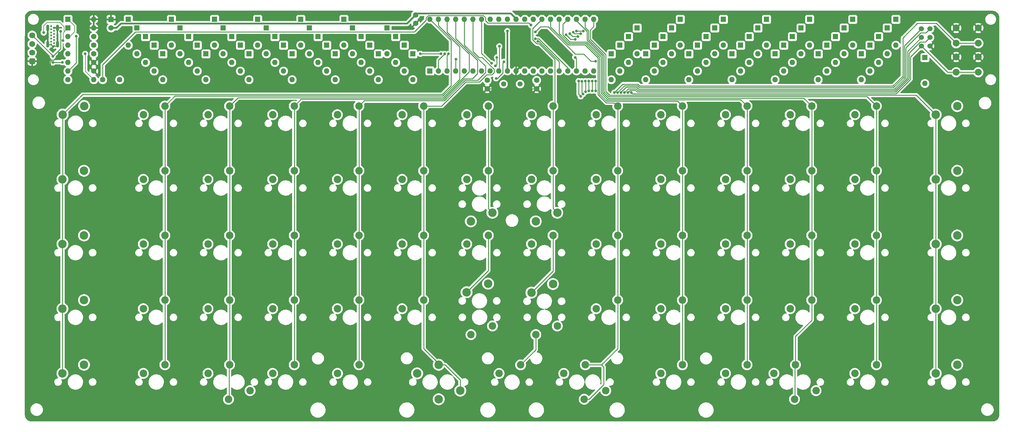
<source format=gbr>
%TF.GenerationSoftware,KiCad,Pcbnew,7.0.6*%
%TF.CreationDate,2024-02-02T12:38:06-05:00*%
%TF.ProjectId,causeway_THT,63617573-6577-4617-995f-5448542e6b69,rev?*%
%TF.SameCoordinates,Original*%
%TF.FileFunction,Copper,L2,Bot*%
%TF.FilePolarity,Positive*%
%FSLAX46Y46*%
G04 Gerber Fmt 4.6, Leading zero omitted, Abs format (unit mm)*
G04 Created by KiCad (PCBNEW 7.0.6) date 2024-02-02 12:38:06*
%MOMM*%
%LPD*%
G01*
G04 APERTURE LIST*
G04 Aperture macros list*
%AMRoundRect*
0 Rectangle with rounded corners*
0 $1 Rounding radius*
0 $2 $3 $4 $5 $6 $7 $8 $9 X,Y pos of 4 corners*
0 Add a 4 corners polygon primitive as box body*
4,1,4,$2,$3,$4,$5,$6,$7,$8,$9,$2,$3,0*
0 Add four circle primitives for the rounded corners*
1,1,$1+$1,$2,$3*
1,1,$1+$1,$4,$5*
1,1,$1+$1,$6,$7*
1,1,$1+$1,$8,$9*
0 Add four rect primitives between the rounded corners*
20,1,$1+$1,$2,$3,$4,$5,0*
20,1,$1+$1,$4,$5,$6,$7,0*
20,1,$1+$1,$6,$7,$8,$9,0*
20,1,$1+$1,$8,$9,$2,$3,0*%
G04 Aperture macros list end*
%TA.AperFunction,ComponentPad*%
%ADD10C,2.200000*%
%TD*%
%TA.AperFunction,ComponentPad*%
%ADD11R,1.600000X1.600000*%
%TD*%
%TA.AperFunction,ComponentPad*%
%ADD12O,1.600000X1.600000*%
%TD*%
%TA.AperFunction,ComponentPad*%
%ADD13C,2.500000*%
%TD*%
%TA.AperFunction,ComponentPad*%
%ADD14C,1.600000*%
%TD*%
%TA.AperFunction,ComponentPad*%
%ADD15C,1.500000*%
%TD*%
%TA.AperFunction,ComponentPad*%
%ADD16C,1.752600*%
%TD*%
%TA.AperFunction,ComponentPad*%
%ADD17C,1.524000*%
%TD*%
%TA.AperFunction,ComponentPad*%
%ADD18C,2.000000*%
%TD*%
%TA.AperFunction,ComponentPad*%
%ADD19RoundRect,0.438150X-0.438150X-0.438150X0.438150X-0.438150X0.438150X0.438150X-0.438150X0.438150X0*%
%TD*%
%TA.AperFunction,ComponentPad*%
%ADD20RoundRect,0.150000X0.150000X0.150000X-0.150000X0.150000X-0.150000X-0.150000X0.150000X-0.150000X0*%
%TD*%
%TA.AperFunction,ComponentPad*%
%ADD21C,0.600000*%
%TD*%
%TA.AperFunction,ComponentPad*%
%ADD22O,0.900000X1.900000*%
%TD*%
%TA.AperFunction,ViaPad*%
%ADD23C,0.800000*%
%TD*%
%TA.AperFunction,Conductor*%
%ADD24C,0.250000*%
%TD*%
%TA.AperFunction,Conductor*%
%ADD25C,0.500000*%
%TD*%
%TA.AperFunction,Conductor*%
%ADD26C,0.200000*%
%TD*%
G04 APERTURE END LIST*
D10*
%TO.P,SW16,1,1*%
%TO.N,COL2*%
X59690000Y-76200000D03*
%TO.P,SW16,2,2*%
%TO.N,Net-(D16-A)*%
X53340000Y-78740000D03*
%TD*%
D11*
%TO.P,D61,1,K*%
%TO.N,ROW5*%
X112418000Y-31600000D03*
D12*
%TO.P,D61,2,A*%
%TO.N,Net-(D61-A)*%
X112418000Y-39220000D03*
%TD*%
D11*
%TO.P,D22,1,K*%
%TO.N,ROW2*%
X193698000Y-39220000D03*
D12*
%TO.P,D22,2,A*%
%TO.N,Net-(D22-A)*%
X193698000Y-46840000D03*
%TD*%
D10*
%TO.P,SW8,1,1*%
%TO.N,COL8*%
X173990000Y-57150000D03*
%TO.P,SW8,2,2*%
%TO.N,Net-(D8-A)*%
X167640000Y-59690000D03*
%TD*%
D11*
%TO.P,D11,1,K*%
%TO.N,ROW1*%
X226718000Y-41760000D03*
D12*
%TO.P,D11,2,A*%
%TO.N,Net-(D11-A)*%
X226718000Y-49380000D03*
%TD*%
D11*
%TO.P,D46,1,K*%
%TO.N,ROW4*%
X89558000Y-34140000D03*
D12*
%TO.P,D46,2,A*%
%TO.N,Net-(D46-A)*%
X89558000Y-41760000D03*
%TD*%
D10*
%TO.P,SW36,1,1*%
%TO.N,COL8*%
X173990000Y-95250000D03*
%TO.P,SW36,2,2*%
%TO.N,ALTK2*%
X167640000Y-97790000D03*
%TD*%
D13*
%TO.P,SW14,1,1*%
%TO.N,COL14*%
X286702000Y-59690000D03*
%TO.P,SW14,2,2*%
%TO.N,Net-(D14-A)*%
X293052000Y-57150000D03*
%TD*%
D10*
%TO.P,SW71,1,1*%
%TO.N,COL5*%
X116868000Y-133360000D03*
%TO.P,SW71,2,2*%
%TO.N,Net-(D69-A)*%
X110518000Y-135900000D03*
%TD*%
D14*
%TO.P,R5,1*%
%TO.N,RESET*%
X38758000Y-41760000D03*
D12*
%TO.P,R5,2*%
%TO.N,+5V*%
X31138000Y-41760000D03*
%TD*%
D11*
%TO.P,D3,1,K*%
%TO.N,ROW1*%
X84478000Y-41760000D03*
D12*
%TO.P,D3,2,A*%
%TO.N,Net-(D3-A)*%
X84478000Y-49380000D03*
%TD*%
D10*
%TO.P,SW51,1,1*%
%TO.N,COL9*%
X193040000Y-114300000D03*
%TO.P,SW51,2,2*%
%TO.N,Net-(D51-A)*%
X186690000Y-116840000D03*
%TD*%
%TO.P,SW2,1,1*%
%TO.N,COL2*%
X59690000Y-57150000D03*
%TO.P,SW2,2,2*%
%TO.N,Net-(D2-A)*%
X53340000Y-59690000D03*
%TD*%
D13*
%TO.P,SW28,1,1*%
%TO.N,COL14*%
X286702000Y-78740000D03*
%TO.P,SW28,2,2*%
%TO.N,Net-(D28-A)*%
X293052000Y-76200000D03*
%TD*%
D14*
%TO.P,R1,1*%
%TO.N,GND*%
X38758000Y-44300000D03*
D12*
%TO.P,R1,2*%
%TO.N,Net-(J1-CC2)*%
X31138000Y-44300000D03*
%TD*%
D10*
%TO.P,SW64,1,1*%
%TO.N,COL12*%
X245110000Y-143510000D03*
%TO.P,SW64,2,2*%
%TO.N,Net-(D64-A)*%
X251460000Y-140970000D03*
%TD*%
D14*
%TO.P,C1,1*%
%TO.N,GND*%
X154638000Y-52060000D03*
%TO.P,C1,2*%
%TO.N,TOSC1*%
X154638000Y-49560000D03*
%TD*%
%TO.P,R3,1*%
%TO.N,D-*%
X38758000Y-39220000D03*
D12*
%TO.P,R3,2*%
%TO.N,USB-D-*%
X31138000Y-39220000D03*
%TD*%
D11*
%TO.P,D18,1,K*%
%TO.N,ROW2*%
X94638000Y-39220000D03*
D12*
%TO.P,D18,2,A*%
%TO.N,Net-(D18-A)*%
X94638000Y-46840000D03*
%TD*%
D11*
%TO.P,D25,1,K*%
%TO.N,ROW2*%
X229258000Y-39220000D03*
D12*
%TO.P,D25,2,A*%
%TO.N,Net-(D25-A)*%
X229258000Y-46840000D03*
%TD*%
D11*
%TO.P,U1,1,PB0*%
%TO.N,ROW1*%
X137750000Y-46800000D03*
D12*
%TO.P,U1,2,PB1*%
%TO.N,ROW2*%
X140290000Y-46800000D03*
%TO.P,U1,3,PB2*%
%TO.N,ROW3*%
X142830000Y-46800000D03*
%TO.P,U1,4,PB3*%
%TO.N,ROW4*%
X145370000Y-46800000D03*
%TO.P,U1,5,PB4*%
%TO.N,ROW5*%
X147910000Y-46800000D03*
%TO.P,U1,6,PB5*%
%TO.N,MOSI*%
X150450000Y-46800000D03*
%TO.P,U1,7,PB6*%
%TO.N,MISO*%
X152990000Y-46800000D03*
%TO.P,U1,8,PB7*%
%TO.N,SCK*%
X155530000Y-46800000D03*
%TO.P,U1,9,~{RESET}*%
%TO.N,RESET*%
X158070000Y-46800000D03*
%TO.P,U1,10,VCC*%
%TO.N,+5V*%
X160610000Y-46800000D03*
%TO.P,U1,11,GND*%
%TO.N,GND*%
X163150000Y-46800000D03*
%TO.P,U1,12,XTAL2*%
%TO.N,TOSC1*%
X165690000Y-46800000D03*
%TO.P,U1,13,XTAL1*%
%TO.N,TOSC2*%
X168230000Y-46800000D03*
%TO.P,U1,14,PD0*%
%TO.N,unconnected-(U1-PD0-Pad14)*%
X170770000Y-46800000D03*
%TO.P,U1,15,PD1*%
%TO.N,unconnected-(U1-PD1-Pad15)*%
X173310000Y-46800000D03*
%TO.P,U1,16,PD2*%
%TO.N,D+*%
X175850000Y-46800000D03*
%TO.P,U1,17,PD3*%
%TO.N,D-*%
X178390000Y-46800000D03*
%TO.P,U1,18,PD4*%
%TO.N,boot*%
X180930000Y-46800000D03*
%TO.P,U1,19,PD5*%
%TO.N,unconnected-(U1-PD5-Pad19)*%
X183470000Y-46800000D03*
%TO.P,U1,20,PD6*%
%TO.N,unconnected-(U1-PD6-Pad20)*%
X186010000Y-46800000D03*
%TO.P,U1,21,PD7*%
%TO.N,COL14*%
X186010000Y-31560000D03*
%TO.P,U1,22,PC0*%
%TO.N,COL13*%
X183470000Y-31560000D03*
%TO.P,U1,23,PC1*%
%TO.N,COL12*%
X180930000Y-31560000D03*
%TO.P,U1,24,PC2*%
%TO.N,COL11*%
X178390000Y-31560000D03*
%TO.P,U1,25,PC3*%
%TO.N,COL10*%
X175850000Y-31560000D03*
%TO.P,U1,26,PC4*%
%TO.N,COL9*%
X173310000Y-31560000D03*
%TO.P,U1,27,PC5*%
%TO.N,COL8*%
X170770000Y-31560000D03*
%TO.P,U1,28,PC6*%
%TO.N,unconnected-(U1-PC6-Pad28)*%
X168230000Y-31560000D03*
%TO.P,U1,29,PC7*%
%TO.N,unconnected-(U1-PC7-Pad29)*%
X165690000Y-31560000D03*
%TO.P,U1,30,AVCC*%
%TO.N,+5V*%
X163150000Y-31560000D03*
%TO.P,U1,31,GND*%
%TO.N,GND*%
X160610000Y-31560000D03*
%TO.P,U1,32,AREF*%
%TO.N,unconnected-(U1-AREF-Pad32)*%
X158070000Y-31560000D03*
%TO.P,U1,33,PA7*%
%TO.N,unconnected-(U1-PA7-Pad33)*%
X155530000Y-31560000D03*
%TO.P,U1,34,PA6*%
%TO.N,COL7*%
X152990000Y-31560000D03*
%TO.P,U1,35,PA5*%
%TO.N,COL6*%
X150450000Y-31560000D03*
%TO.P,U1,36,PA4*%
%TO.N,COL5*%
X147910000Y-31560000D03*
%TO.P,U1,37,PA3*%
%TO.N,COL4*%
X145370000Y-31560000D03*
%TO.P,U1,38,PA2*%
%TO.N,COL3*%
X142830000Y-31560000D03*
%TO.P,U1,39,PA1*%
%TO.N,COL2*%
X140290000Y-31560000D03*
%TO.P,U1,40,PA0*%
%TO.N,COL1*%
X137750000Y-31560000D03*
%TD*%
D11*
%TO.P,D44,1,K*%
%TO.N,ROW4*%
X64158000Y-34140000D03*
D12*
%TO.P,D44,2,A*%
%TO.N,Net-(D44-A)*%
X64158000Y-41760000D03*
%TD*%
D11*
%TO.P,D4,1,K*%
%TO.N,ROW1*%
X97178000Y-41760000D03*
D12*
%TO.P,D4,2,A*%
%TO.N,Net-(D4-A)*%
X97178000Y-49380000D03*
%TD*%
D10*
%TO.P,SW46,1,1*%
%TO.N,COL4*%
X97790000Y-114300000D03*
%TO.P,SW46,2,2*%
%TO.N,Net-(D46-A)*%
X91440000Y-116840000D03*
%TD*%
%TO.P,SW25,1,1*%
%TO.N,COL11*%
X231140000Y-76200000D03*
%TO.P,SW25,2,2*%
%TO.N,Net-(D25-A)*%
X224790000Y-78740000D03*
%TD*%
D11*
%TO.P,D41,1,K*%
%TO.N,ROW3*%
X257198000Y-36680000D03*
D12*
%TO.P,D41,2,A*%
%TO.N,Net-(D41-A)*%
X257198000Y-44300000D03*
%TD*%
D11*
%TO.P,D2,1,K*%
%TO.N,ROW1*%
X71778000Y-41760000D03*
D12*
%TO.P,D2,2,A*%
%TO.N,Net-(D2-A)*%
X71778000Y-49380000D03*
%TD*%
D10*
%TO.P,SW52,1,1*%
%TO.N,COL10*%
X212090000Y-114300000D03*
%TO.P,SW52,2,2*%
%TO.N,Net-(D52-A)*%
X205740000Y-116840000D03*
%TD*%
D11*
%TO.P,D32,1,K*%
%TO.N,ROW3*%
X92098000Y-36680000D03*
D12*
%TO.P,D32,2,A*%
%TO.N,Net-(D32-A)*%
X92098000Y-44300000D03*
%TD*%
D11*
%TO.P,D68,1,K*%
%TO.N,USB-D+*%
X31138000Y-31600000D03*
D12*
%TO.P,D68,2,A*%
%TO.N,GND*%
X38758000Y-31600000D03*
%TD*%
D11*
%TO.P,D20,1,K*%
%TO.N,ROW2*%
X120038000Y-39220000D03*
D12*
%TO.P,D20,2,A*%
%TO.N,Net-(D20-A)*%
X120038000Y-46840000D03*
%TD*%
D10*
%TO.P,SW11,1,1*%
%TO.N,COL11*%
X231140000Y-57150000D03*
%TO.P,SW11,2,2*%
%TO.N,Net-(D11-A)*%
X224790000Y-59690000D03*
%TD*%
D11*
%TO.P,D57,1,K*%
%TO.N,ROW5*%
X48918000Y-31600000D03*
D12*
%TO.P,D57,2,A*%
%TO.N,Net-(D57-A)*%
X48918000Y-39220000D03*
%TD*%
D11*
%TO.P,D45,1,K*%
%TO.N,ROW4*%
X76858000Y-34140000D03*
D12*
%TO.P,D45,2,A*%
%TO.N,Net-(D45-A)*%
X76858000Y-41760000D03*
%TD*%
D11*
%TO.P,D50,1,K*%
%TO.N,ROW4*%
X198778000Y-34140000D03*
D12*
%TO.P,D50,2,A*%
%TO.N,ALTK4*%
X198778000Y-41760000D03*
%TD*%
D11*
%TO.P,D70,1,K*%
%TO.N,ROW5*%
X224178000Y-31600000D03*
D12*
%TO.P,D70,2,A*%
%TO.N,Net-(D70-A)*%
X224178000Y-39220000D03*
%TD*%
D10*
%TO.P,SW35,1,1*%
%TO.N,COL7*%
X154940000Y-95250000D03*
%TO.P,SW35,2,2*%
%TO.N,ALTK1*%
X148590000Y-97790000D03*
%TD*%
%TO.P,SW60,1,1*%
%TO.N,COL4*%
X97790000Y-133350000D03*
%TO.P,SW60,2,2*%
%TO.N,Net-(D60-A)*%
X91440000Y-135890000D03*
%TD*%
%TO.P,SW12,1,1*%
%TO.N,COL12*%
X250190000Y-57150000D03*
%TO.P,SW12,2,2*%
%TO.N,Net-(D12-A)*%
X243840000Y-59690000D03*
%TD*%
D11*
%TO.P,D6,1,K*%
%TO.N,ROW1*%
X122578000Y-41760000D03*
D12*
%TO.P,D6,2,A*%
%TO.N,Net-(D6-A)*%
X122578000Y-49380000D03*
%TD*%
D11*
%TO.P,D27,1,K*%
%TO.N,ROW2*%
X254658000Y-39220000D03*
D12*
%TO.P,D27,2,A*%
%TO.N,Net-(D27-A)*%
X254658000Y-46840000D03*
%TD*%
D10*
%TO.P,SW19,1,1*%
%TO.N,COL5*%
X116840000Y-76200000D03*
%TO.P,SW19,2,2*%
%TO.N,Net-(D19-A)*%
X110490000Y-78740000D03*
%TD*%
D11*
%TO.P,D63,1,K*%
%TO.N,ROW5*%
X236878000Y-31600000D03*
D12*
%TO.P,D63,2,A*%
%TO.N,Net-(D63-A)*%
X236878000Y-39220000D03*
%TD*%
D14*
%TO.P,R2,1*%
%TO.N,GND*%
X38758000Y-46840000D03*
D12*
%TO.P,R2,2*%
%TO.N,Net-(J1-CC1)*%
X31138000Y-46840000D03*
%TD*%
D10*
%TO.P,SW27,1,1*%
%TO.N,COL13*%
X269240000Y-76200000D03*
%TO.P,SW27,2,2*%
%TO.N,Net-(D27-A)*%
X262890000Y-78740000D03*
%TD*%
D11*
%TO.P,D15,1,K*%
%TO.N,ROW2*%
X56538000Y-39220000D03*
D12*
%TO.P,D15,2,A*%
%TO.N,Net-(D15-A)*%
X56538000Y-46840000D03*
%TD*%
D11*
%TO.P,D26,1,K*%
%TO.N,ROW2*%
X241958000Y-39220000D03*
D12*
%TO.P,D26,2,A*%
%TO.N,Net-(D26-A)*%
X241958000Y-46840000D03*
%TD*%
D14*
%TO.P,C3,1*%
%TO.N,+5V*%
X43838000Y-34140000D03*
D11*
%TO.P,C3,2*%
%TO.N,GND*%
X43838000Y-31640000D03*
%TD*%
D13*
%TO.P,SW61,1,1*%
%TO.N,COL6*%
X146685000Y-140970000D03*
%TO.P,SW61,2,2*%
%TO.N,Net-(D61-A)*%
X140335000Y-143510000D03*
%TD*%
D11*
%TO.P,D14,1,K*%
%TO.N,ROW1*%
X264818000Y-41760000D03*
D12*
%TO.P,D14,2,A*%
%TO.N,Net-(D14-A)*%
X264818000Y-49380000D03*
%TD*%
D11*
%TO.P,D5,1,K*%
%TO.N,ROW1*%
X109878000Y-41760000D03*
D12*
%TO.P,D5,2,A*%
%TO.N,Net-(D5-A)*%
X109878000Y-49380000D03*
%TD*%
D13*
%TO.P,SW15,1,1*%
%TO.N,COL1*%
X29528000Y-78740000D03*
%TO.P,SW15,2,2*%
%TO.N,Net-(D15-A)*%
X35878000Y-76200000D03*
%TD*%
D10*
%TO.P,SW3,1,1*%
%TO.N,COL3*%
X78740000Y-57150000D03*
%TO.P,SW3,2,2*%
%TO.N,Net-(D3-A)*%
X72390000Y-59690000D03*
%TD*%
%TO.P,SW72,1,1*%
%TO.N,COL10*%
X212090000Y-133380000D03*
%TO.P,SW72,2,2*%
%TO.N,Net-(D70-A)*%
X205740000Y-135920000D03*
%TD*%
%TO.P,SW39,1,1*%
%TO.N,COL11*%
X231140000Y-95250000D03*
%TO.P,SW39,2,2*%
%TO.N,Net-(D39-A)*%
X224790000Y-97790000D03*
%TD*%
D11*
%TO.P,D33,1,K*%
%TO.N,ROW3*%
X104798000Y-36680000D03*
D12*
%TO.P,D33,2,A*%
%TO.N,Net-(D33-A)*%
X104798000Y-44300000D03*
%TD*%
D10*
%TO.P,SW48,1,1*%
%TO.N,COL6*%
X135890000Y-114300000D03*
%TO.P,SW48,2,2*%
%TO.N,Net-(D48-A)*%
X129540000Y-116840000D03*
%TD*%
%TO.P,SW18,1,1*%
%TO.N,COL4*%
X97790000Y-76200000D03*
%TO.P,SW18,2,2*%
%TO.N,Net-(D18-A)*%
X91440000Y-78740000D03*
%TD*%
%TO.P,SW54,1,1*%
%TO.N,COL12*%
X250190000Y-114300000D03*
%TO.P,SW54,2,2*%
%TO.N,Net-(D54-A)*%
X243840000Y-116840000D03*
%TD*%
%TO.P,Space1,1,1*%
%TO.N,COL8*%
X164465000Y-133380000D03*
%TO.P,Space1,2,2*%
%TO.N,Net-(D71-A)*%
X158115000Y-135920000D03*
%TD*%
D11*
%TO.P,D55,1,K*%
%TO.N,ROW4*%
X259738000Y-34140000D03*
D12*
%TO.P,D55,2,A*%
%TO.N,Net-(D55-A)*%
X259738000Y-41760000D03*
%TD*%
D11*
%TO.P,D24,1,K*%
%TO.N,ROW2*%
X216558000Y-39220000D03*
D12*
%TO.P,D24,2,A*%
%TO.N,Net-(D24-A)*%
X216558000Y-46840000D03*
%TD*%
D10*
%TO.P,SW63,1,1*%
%TO.N,COL11*%
X231140000Y-133350000D03*
%TO.P,SW63,2,2*%
%TO.N,Net-(D63-A)*%
X224790000Y-135890000D03*
%TD*%
%TO.P,SW53,1,1*%
%TO.N,COL11*%
X231140000Y-114300000D03*
%TO.P,SW53,2,2*%
%TO.N,Net-(D53-A)*%
X224790000Y-116840000D03*
%TD*%
D15*
%TO.P,Y1,1,1*%
%TO.N,TOSC1*%
X159438000Y-50660000D03*
%TO.P,Y1,2,2*%
%TO.N,TOSC2*%
X164318000Y-50660000D03*
%TD*%
D10*
%TO.P,SW32,1,1*%
%TO.N,COL4*%
X97790000Y-95250000D03*
%TO.P,SW32,2,2*%
%TO.N,Net-(D32-A)*%
X91440000Y-97790000D03*
%TD*%
D11*
%TO.P,D30,1,K*%
%TO.N,ROW3*%
X66698000Y-36680000D03*
D12*
%TO.P,D30,2,A*%
%TO.N,Net-(D30-A)*%
X66698000Y-44300000D03*
%TD*%
D10*
%TO.P,SW47,1,1*%
%TO.N,COL5*%
X116840000Y-114300000D03*
%TO.P,SW47,2,2*%
%TO.N,Net-(D47-A)*%
X110490000Y-116840000D03*
%TD*%
%TO.P,SW59,1,1*%
%TO.N,COL3*%
X78422500Y-143510000D03*
%TO.P,SW59,2,2*%
%TO.N,Net-(D59-A)*%
X84772500Y-140970000D03*
%TD*%
%TO.P,SW33,1,1*%
%TO.N,COL5*%
X116840000Y-95250000D03*
%TO.P,SW33,2,2*%
%TO.N,Net-(D33-A)*%
X110490000Y-97790000D03*
%TD*%
D13*
%TO.P,SW57,1,1*%
%TO.N,COL1*%
X29528000Y-135890000D03*
%TO.P,SW57,2,2*%
%TO.N,Net-(D57-A)*%
X35878000Y-133350000D03*
%TD*%
D11*
%TO.P,D43,1,K*%
%TO.N,ROW4*%
X51458000Y-34140000D03*
D12*
%TO.P,D43,2,A*%
%TO.N,Net-(D43-A)*%
X51458000Y-41760000D03*
%TD*%
D10*
%TO.P,SW26,1,1*%
%TO.N,COL12*%
X250190000Y-76200000D03*
%TO.P,SW26,2,2*%
%TO.N,Net-(D26-A)*%
X243840000Y-78740000D03*
%TD*%
D11*
%TO.P,D29,1,K*%
%TO.N,ROW3*%
X53998000Y-36680000D03*
D12*
%TO.P,D29,2,A*%
%TO.N,Net-(D29-A)*%
X53998000Y-44300000D03*
%TD*%
D14*
%TO.P,R6,1*%
%TO.N,+5V*%
X31138000Y-49380000D03*
D12*
%TO.P,R6,2*%
%TO.N,USB-D-*%
X38758000Y-49380000D03*
%TD*%
D10*
%TO.P,SW55,1,1*%
%TO.N,COL13*%
X269240000Y-114300000D03*
%TO.P,SW55,2,2*%
%TO.N,Net-(D55-A)*%
X262890000Y-116840000D03*
%TD*%
%TO.P,SW49,1,1*%
%TO.N,COL7*%
X149838000Y-124450000D03*
%TO.P,SW49,2,2*%
%TO.N,ALTK3*%
X156188000Y-121910000D03*
%TD*%
D16*
%TO.P,J6,1*%
%TO.N,VCC*%
X20600000Y-36280000D03*
%TD*%
D10*
%TO.P,SW13,1,1*%
%TO.N,COL13*%
X269240000Y-57150000D03*
%TO.P,SW13,2,2*%
%TO.N,Net-(D13-A)*%
X262890000Y-59690000D03*
%TD*%
%TO.P,SW21,1,1*%
%TO.N,COL7*%
X154940000Y-76200000D03*
%TO.P,SW21,2,2*%
%TO.N,Net-(D21-A)*%
X148590000Y-78740000D03*
%TD*%
D11*
%TO.P,D65,1,K*%
%TO.N,ROW5*%
X262278000Y-31600000D03*
D12*
%TO.P,D65,2,A*%
%TO.N,Net-(D65-A)*%
X262278000Y-39220000D03*
%TD*%
D11*
%TO.P,D53,1,K*%
%TO.N,ROW4*%
X234338000Y-34140000D03*
D12*
%TO.P,D53,2,A*%
%TO.N,Net-(D53-A)*%
X234338000Y-41760000D03*
%TD*%
D14*
%TO.P,F1,1*%
%TO.N,+5V*%
X46378000Y-49380000D03*
%TO.P,F1,2*%
%TO.N,VCC*%
X41378000Y-49380000D03*
%TD*%
D10*
%TO.P,SW41,1,1*%
%TO.N,COL13*%
X269240000Y-95250000D03*
%TO.P,SW41,2,2*%
%TO.N,Net-(D41-A)*%
X262890000Y-97790000D03*
%TD*%
D11*
%TO.P,D16,1,K*%
%TO.N,ROW2*%
X69238000Y-39220000D03*
D12*
%TO.P,D16,2,A*%
%TO.N,Net-(D16-A)*%
X69238000Y-46840000D03*
%TD*%
D10*
%TO.P,SW62,1,1*%
%TO.N,COL9*%
X183538000Y-133370000D03*
%TO.P,SW62,2,2*%
%TO.N,Net-(D62-A)*%
X177188000Y-135910000D03*
%TD*%
D17*
%TO.P,ICSP1,1,MISO*%
%TO.N,MISO*%
X282498000Y-34380000D03*
%TO.P,ICSP1,2,VCC*%
%TO.N,VCC*%
X285038000Y-34380000D03*
%TO.P,ICSP1,3,SCK*%
%TO.N,SCK*%
X282498000Y-36920000D03*
%TO.P,ICSP1,4,MOSI*%
%TO.N,MOSI*%
X285038000Y-36920000D03*
%TO.P,ICSP1,5,RESET*%
%TO.N,RESET*%
X282498000Y-39460000D03*
%TO.P,ICSP1,6,GND*%
%TO.N,GND*%
X285038000Y-39460000D03*
%TD*%
D10*
%TO.P,SW31,1,1*%
%TO.N,COL3*%
X78740000Y-95250000D03*
%TO.P,SW31,2,2*%
%TO.N,Net-(D31-A)*%
X72390000Y-97790000D03*
%TD*%
%TO.P,SW24,1,1*%
%TO.N,COL10*%
X212090000Y-76200000D03*
%TO.P,SW24,2,2*%
%TO.N,Net-(D24-A)*%
X205740000Y-78740000D03*
%TD*%
D11*
%TO.P,D56,1,K*%
%TO.N,ROW4*%
X272438000Y-34140000D03*
D12*
%TO.P,D56,2,A*%
%TO.N,Net-(D56-A)*%
X272438000Y-41760000D03*
%TD*%
D11*
%TO.P,D51,1,K*%
%TO.N,ROW4*%
X208938000Y-34140000D03*
D12*
%TO.P,D51,2,A*%
%TO.N,Net-(D51-A)*%
X208938000Y-41760000D03*
%TD*%
D11*
%TO.P,D38,1,K*%
%TO.N,ROW3*%
X219098000Y-36680000D03*
D12*
%TO.P,D38,2,A*%
%TO.N,Net-(D38-A)*%
X219098000Y-44300000D03*
%TD*%
D11*
%TO.P,D34,1,K*%
%TO.N,ROW3*%
X117498000Y-36680000D03*
D12*
%TO.P,D34,2,A*%
%TO.N,Net-(D34-A)*%
X117498000Y-44300000D03*
%TD*%
D11*
%TO.P,D36,1,K*%
%TO.N,ROW3*%
X196238000Y-36680000D03*
D12*
%TO.P,D36,2,A*%
%TO.N,ALTK2*%
X196238000Y-44300000D03*
%TD*%
D18*
%TO.P,BOOT1,1,1*%
%TO.N,GND*%
X292758000Y-34140000D03*
X299258000Y-34140000D03*
%TO.P,BOOT1,2,2*%
%TO.N,boot*%
X292758000Y-38640000D03*
X299258000Y-38640000D03*
%TD*%
D11*
%TO.P,D21,1,K*%
%TO.N,ROW2*%
X130198000Y-39220000D03*
D12*
%TO.P,D21,2,A*%
%TO.N,Net-(D21-A)*%
X130198000Y-46840000D03*
%TD*%
D11*
%TO.P,D17,1,K*%
%TO.N,ROW2*%
X81938000Y-39220000D03*
D12*
%TO.P,D17,2,A*%
%TO.N,Net-(D17-A)*%
X81938000Y-46840000D03*
%TD*%
D19*
%TO.P,J6,1*%
%TO.N,GND*%
X20600000Y-43900000D03*
%TD*%
D11*
%TO.P,D47,1,K*%
%TO.N,ROW4*%
X102258000Y-34140000D03*
D12*
%TO.P,D47,2,A*%
%TO.N,Net-(D47-A)*%
X102258000Y-41760000D03*
%TD*%
D10*
%TO.P,SW22,1,1*%
%TO.N,COL8*%
X173990000Y-76200000D03*
%TO.P,SW22,2,2*%
%TO.N,Net-(D22-A)*%
X167640000Y-78740000D03*
%TD*%
%TO.P,SW23,1,1*%
%TO.N,COL9*%
X193040000Y-76200000D03*
%TO.P,SW23,2,2*%
%TO.N,Net-(D23-A)*%
X186690000Y-78740000D03*
%TD*%
%TO.P,SW45,1,1*%
%TO.N,COL3*%
X78740000Y-114300000D03*
%TO.P,SW45,2,2*%
%TO.N,Net-(D45-A)*%
X72390000Y-116840000D03*
%TD*%
D13*
%TO.P,SW43,1,1*%
%TO.N,COL1*%
X29528000Y-116840000D03*
%TO.P,SW43,2,2*%
%TO.N,Net-(D43-A)*%
X35878000Y-114300000D03*
%TD*%
D11*
%TO.P,D60,1,K*%
%TO.N,ROW5*%
X87018000Y-31600000D03*
D12*
%TO.P,D60,2,A*%
%TO.N,Net-(D60-A)*%
X87018000Y-39220000D03*
%TD*%
D13*
%TO.P,SW66,1,1*%
%TO.N,COL14*%
X286702000Y-135890000D03*
%TO.P,SW66,2,2*%
%TO.N,Net-(D66-A)*%
X293052000Y-133350000D03*
%TD*%
%TO.P,SW42,1,1*%
%TO.N,COL14*%
X286702000Y-97790000D03*
%TO.P,SW42,2,2*%
%TO.N,Net-(D42-A)*%
X293052000Y-95250000D03*
%TD*%
D10*
%TO.P,SW62,1,1*%
%TO.N,COL9*%
X183197500Y-143510000D03*
%TO.P,SW62,2,2*%
%TO.N,Net-(D62-A)*%
X189547500Y-140970000D03*
%TD*%
%TO.P,SW30,1,1*%
%TO.N,COL2*%
X59690000Y-95250000D03*
%TO.P,SW30,2,2*%
%TO.N,Net-(D30-A)*%
X53340000Y-97790000D03*
%TD*%
%TO.P,SW38,1,1*%
%TO.N,COL10*%
X212090000Y-95250000D03*
%TO.P,SW38,2,2*%
%TO.N,Net-(D38-A)*%
X205740000Y-97790000D03*
%TD*%
D11*
%TO.P,D35,1,K*%
%TO.N,ROW3*%
X127658000Y-36680000D03*
D12*
%TO.P,D35,2,A*%
%TO.N,ALTK1*%
X127658000Y-44300000D03*
%TD*%
D11*
%TO.P,D52,1,K*%
%TO.N,ROW4*%
X221638000Y-34140000D03*
D12*
%TO.P,D52,2,A*%
%TO.N,Net-(D52-A)*%
X221638000Y-41760000D03*
%TD*%
D10*
%TO.P,SW64,1,1*%
%TO.N,COL12*%
X245427500Y-133350000D03*
%TO.P,SW64,2,2*%
%TO.N,Net-(D64-A)*%
X239077500Y-135890000D03*
%TD*%
D14*
%TO.P,C2,1*%
%TO.N,TOSC2*%
X169188000Y-49560000D03*
%TO.P,C2,2*%
%TO.N,GND*%
X169188000Y-52060000D03*
%TD*%
%TO.P,C4,1*%
%TO.N,+5V*%
X133540000Y-30300000D03*
%TO.P,C4,2*%
%TO.N,GND*%
X133540000Y-32800000D03*
%TD*%
D10*
%TO.P,SW9,1,1*%
%TO.N,COL9*%
X193040000Y-57150000D03*
%TO.P,SW9,2,2*%
%TO.N,Net-(D9-A)*%
X186690000Y-59690000D03*
%TD*%
D11*
%TO.P,D13,1,K*%
%TO.N,ROW1*%
X252118000Y-41760000D03*
D12*
%TO.P,D13,2,A*%
%TO.N,Net-(D13-A)*%
X252118000Y-49380000D03*
%TD*%
D13*
%TO.P,SW29,1,1*%
%TO.N,COL1*%
X29528000Y-97790000D03*
%TO.P,SW29,2,2*%
%TO.N,Net-(D29-A)*%
X35878000Y-95250000D03*
%TD*%
%TO.P,SW68,1,1*%
%TO.N,COL8*%
X175260000Y-88570000D03*
%TO.P,SW68,2,2*%
%TO.N,ALTK2*%
X168910000Y-91110000D03*
%TD*%
D11*
%TO.P,D54,1,K*%
%TO.N,ROW4*%
X247038000Y-34140000D03*
D12*
%TO.P,D54,2,A*%
%TO.N,Net-(D54-A)*%
X247038000Y-41760000D03*
%TD*%
D11*
%TO.P,D39,1,K*%
%TO.N,ROW3*%
X231798000Y-36680000D03*
D12*
%TO.P,D39,2,A*%
%TO.N,Net-(D39-A)*%
X231798000Y-44300000D03*
%TD*%
D13*
%TO.P,SW69,1,1*%
%TO.N,COL7*%
X148540000Y-111990000D03*
%TO.P,SW69,2,2*%
%TO.N,ALTK3*%
X154890000Y-109450000D03*
%TD*%
D11*
%TO.P,D19,1,K*%
%TO.N,ROW2*%
X107338000Y-39220000D03*
D12*
%TO.P,D19,2,A*%
%TO.N,Net-(D19-A)*%
X107338000Y-46840000D03*
%TD*%
D11*
%TO.P,D59,1,K*%
%TO.N,ROW5*%
X74318000Y-31600000D03*
D12*
%TO.P,D59,2,A*%
%TO.N,Net-(D59-A)*%
X74318000Y-39220000D03*
%TD*%
D10*
%TO.P,SW37,1,1*%
%TO.N,COL9*%
X193040000Y-95250000D03*
%TO.P,SW37,2,2*%
%TO.N,Net-(D37-A)*%
X186690000Y-97790000D03*
%TD*%
D11*
%TO.P,D69,1,K*%
%TO.N,ROW5*%
X99718000Y-31600000D03*
D12*
%TO.P,D69,2,A*%
%TO.N,Net-(D69-A)*%
X99718000Y-39220000D03*
%TD*%
D10*
%TO.P,SW20,1,1*%
%TO.N,COL6*%
X135890000Y-76200000D03*
%TO.P,SW20,2,2*%
%TO.N,Net-(D20-A)*%
X129540000Y-78740000D03*
%TD*%
D11*
%TO.P,D67,1,K*%
%TO.N,USB-D-*%
X31138000Y-34140000D03*
D12*
%TO.P,D67,2,A*%
%TO.N,GND*%
X38758000Y-34140000D03*
%TD*%
D11*
%TO.P,D7,1,K*%
%TO.N,ROW1*%
X132738000Y-41760000D03*
D12*
%TO.P,D7,2,A*%
%TO.N,Net-(D7-A)*%
X132738000Y-49380000D03*
%TD*%
D14*
%TO.P,R4,1*%
%TO.N,D+*%
X38758000Y-36680000D03*
D12*
%TO.P,R4,2*%
%TO.N,USB-D+*%
X31138000Y-36680000D03*
%TD*%
D10*
%TO.P,SW65,1,1*%
%TO.N,COL13*%
X269240000Y-133350000D03*
%TO.P,SW65,2,2*%
%TO.N,Net-(D65-A)*%
X262890000Y-135890000D03*
%TD*%
D13*
%TO.P,SW67,1,1*%
%TO.N,COL7*%
X156160000Y-88570000D03*
%TO.P,SW67,2,2*%
%TO.N,ALTK1*%
X149810000Y-91110000D03*
%TD*%
D11*
%TO.P,D23,1,K*%
%TO.N,ROW2*%
X203858000Y-39220000D03*
D12*
%TO.P,D23,2,A*%
%TO.N,Net-(D23-A)*%
X203858000Y-46840000D03*
%TD*%
D10*
%TO.P,SW58,1,1*%
%TO.N,COL2*%
X59690000Y-133350000D03*
%TO.P,SW58,2,2*%
%TO.N,Net-(D58-A)*%
X53340000Y-135890000D03*
%TD*%
%TO.P,SW10,1,1*%
%TO.N,COL10*%
X212090000Y-57150000D03*
%TO.P,SW10,2,2*%
%TO.N,Net-(D10-A)*%
X205740000Y-59690000D03*
%TD*%
D11*
%TO.P,D9,1,K*%
%TO.N,ROW1*%
X201318000Y-41760000D03*
D12*
%TO.P,D9,2,A*%
%TO.N,Net-(D9-A)*%
X201318000Y-49380000D03*
%TD*%
D11*
%TO.P,D71,1,K*%
%TO.N,ROW5*%
X283527500Y-42862500D03*
D12*
%TO.P,D71,2,A*%
%TO.N,Net-(D71-A)*%
X283527500Y-50482500D03*
%TD*%
D11*
%TO.P,D12,1,K*%
%TO.N,ROW1*%
X239418000Y-41760000D03*
D12*
%TO.P,D12,2,A*%
%TO.N,Net-(D12-A)*%
X239418000Y-49380000D03*
%TD*%
D11*
%TO.P,D28,1,K*%
%TO.N,ROW2*%
X267358000Y-39220000D03*
D12*
%TO.P,D28,2,A*%
%TO.N,Net-(D28-A)*%
X267358000Y-46840000D03*
%TD*%
D10*
%TO.P,SW34,1,1*%
%TO.N,COL6*%
X135890000Y-95250000D03*
%TO.P,SW34,2,2*%
%TO.N,Net-(D34-A)*%
X129540000Y-97790000D03*
%TD*%
D11*
%TO.P,D40,1,K*%
%TO.N,ROW3*%
X244498000Y-36680000D03*
D12*
%TO.P,D40,2,A*%
%TO.N,Net-(D40-A)*%
X244498000Y-44300000D03*
%TD*%
D10*
%TO.P,SW59,1,1*%
%TO.N,COL3*%
X78740000Y-133350000D03*
%TO.P,SW59,2,2*%
%TO.N,Net-(D59-A)*%
X72390000Y-135890000D03*
%TD*%
D11*
%TO.P,D31,1,K*%
%TO.N,ROW3*%
X79398000Y-36680000D03*
D12*
%TO.P,D31,2,A*%
%TO.N,Net-(D31-A)*%
X79398000Y-44300000D03*
%TD*%
D13*
%TO.P,SW56,1,1*%
%TO.N,COL14*%
X286702000Y-116840000D03*
%TO.P,SW56,2,2*%
%TO.N,Net-(D56-A)*%
X293052000Y-114300000D03*
%TD*%
%TO.P,SW70,1,1*%
%TO.N,COL8*%
X167640000Y-112090000D03*
%TO.P,SW70,2,2*%
%TO.N,ALTK4*%
X173990000Y-109550000D03*
%TD*%
D11*
%TO.P,D58,1,K*%
%TO.N,ROW5*%
X61618000Y-31600000D03*
D12*
%TO.P,D58,2,A*%
%TO.N,Net-(D58-A)*%
X61618000Y-39220000D03*
%TD*%
D10*
%TO.P,SW4,1,1*%
%TO.N,COL4*%
X97790000Y-57150000D03*
%TO.P,SW4,2,2*%
%TO.N,Net-(D4-A)*%
X91440000Y-59690000D03*
%TD*%
D11*
%TO.P,D64,1,K*%
%TO.N,ROW5*%
X249578000Y-31600000D03*
D12*
%TO.P,D64,2,A*%
%TO.N,Net-(D64-A)*%
X249578000Y-39220000D03*
%TD*%
D18*
%TO.P,RESET1,1,1*%
%TO.N,GND*%
X292758000Y-42690000D03*
X299258000Y-42690000D03*
%TO.P,RESET1,2,2*%
%TO.N,RESET*%
X292758000Y-47190000D03*
X299258000Y-47190000D03*
%TD*%
D16*
%TO.P,J6,1*%
%TO.N,USB-D-*%
X20600000Y-38820000D03*
%TD*%
D20*
%TO.P,J1,A1,GND_A*%
%TO.N,GND*%
X27018000Y-34090000D03*
D21*
%TO.P,J1,A4,VBUS_A*%
%TO.N,VCC*%
X27018000Y-34990000D03*
%TO.P,J1,A5,CC1*%
%TO.N,Net-(J1-CC1)*%
X27018000Y-35890000D03*
%TO.P,J1,A6,D1+*%
%TO.N,USB-D+*%
X27018000Y-36790000D03*
%TO.P,J1,A7,D1-*%
%TO.N,USB-D-*%
X27018000Y-37690000D03*
%TO.P,J1,A9,VBUS_A__1*%
%TO.N,VCC*%
X27018000Y-38590000D03*
%TO.P,J1,A12,GND_A__1*%
%TO.N,GND*%
X27018000Y-39490000D03*
%TO.P,J1,B1,GND_B*%
X26238000Y-39040000D03*
%TO.P,J1,B4,VBUS_B*%
%TO.N,VCC*%
X26238000Y-38140000D03*
%TO.P,J1,B5,CC2*%
%TO.N,Net-(J1-CC2)*%
X26238000Y-37240000D03*
%TO.P,J1,B6,D2+*%
%TO.N,USB-D+*%
X26238000Y-36340000D03*
%TO.P,J1,B7,D2-*%
%TO.N,USB-D-*%
X26238000Y-35440000D03*
%TO.P,J1,B9,VBUS_B__1*%
%TO.N,VCC*%
X26238000Y-34540000D03*
%TO.P,J1,B12,GND_B__1*%
%TO.N,GND*%
X26238000Y-33640000D03*
D22*
%TO.P,J1,S1,SHIELD*%
X28058000Y-34140000D03*
%TO.P,J1,S2,SHIELD__1*%
X25198000Y-34140000D03*
%TO.P,J1,S3,SHIELD__2*%
X28058000Y-38940000D03*
%TO.P,J1,S4,SHIELD__3*%
X25198000Y-38940000D03*
%TD*%
D11*
%TO.P,D66,1,K*%
%TO.N,ROW5*%
X274978000Y-31600000D03*
D12*
%TO.P,D66,2,A*%
%TO.N,Net-(D66-A)*%
X274978000Y-39220000D03*
%TD*%
D11*
%TO.P,D62,1,K*%
%TO.N,ROW5*%
X211478000Y-31600000D03*
D12*
%TO.P,D62,2,A*%
%TO.N,Net-(D62-A)*%
X211478000Y-39220000D03*
%TD*%
D11*
%TO.P,D42,1,K*%
%TO.N,ROW3*%
X269898000Y-36680000D03*
D12*
%TO.P,D42,2,A*%
%TO.N,Net-(D42-A)*%
X269898000Y-44300000D03*
%TD*%
D11*
%TO.P,D8,1,K*%
%TO.N,ROW1*%
X191158000Y-41760000D03*
D12*
%TO.P,D8,2,A*%
%TO.N,Net-(D8-A)*%
X191158000Y-49380000D03*
%TD*%
D10*
%TO.P,SW6,1,1*%
%TO.N,COL6*%
X135890000Y-57150000D03*
%TO.P,SW6,2,2*%
%TO.N,Net-(D6-A)*%
X129540000Y-59690000D03*
%TD*%
%TO.P,SW40,1,1*%
%TO.N,COL12*%
X250190000Y-95250000D03*
%TO.P,SW40,2,2*%
%TO.N,Net-(D40-A)*%
X243840000Y-97790000D03*
%TD*%
D11*
%TO.P,D48,1,K*%
%TO.N,ROW4*%
X114958000Y-34140000D03*
D12*
%TO.P,D48,2,A*%
%TO.N,Net-(D48-A)*%
X114958000Y-41760000D03*
%TD*%
D11*
%TO.P,D49,1,K*%
%TO.N,ROW4*%
X125118000Y-34140000D03*
D12*
%TO.P,D49,2,A*%
%TO.N,ALTK3*%
X125118000Y-41760000D03*
%TD*%
D10*
%TO.P,SW44,1,1*%
%TO.N,COL2*%
X59690000Y-114300000D03*
%TO.P,SW44,2,2*%
%TO.N,Net-(D44-A)*%
X53340000Y-116840000D03*
%TD*%
%TO.P,SW7,1,1*%
%TO.N,COL7*%
X154940000Y-57150000D03*
%TO.P,SW7,2,2*%
%TO.N,Net-(D7-A)*%
X148590000Y-59690000D03*
%TD*%
D11*
%TO.P,D37,1,K*%
%TO.N,ROW3*%
X206398000Y-36680000D03*
D12*
%TO.P,D37,2,A*%
%TO.N,Net-(D37-A)*%
X206398000Y-44300000D03*
%TD*%
D11*
%TO.P,D10,1,K*%
%TO.N,ROW1*%
X214018000Y-41760000D03*
D12*
%TO.P,D10,2,A*%
%TO.N,Net-(D10-A)*%
X214018000Y-49380000D03*
%TD*%
D10*
%TO.P,SW5,1,1*%
%TO.N,COL5*%
X116840000Y-57150000D03*
%TO.P,SW5,2,2*%
%TO.N,Net-(D5-A)*%
X110490000Y-59690000D03*
%TD*%
%TO.P,SW17,1,1*%
%TO.N,COL3*%
X78740000Y-76200000D03*
%TO.P,SW17,2,2*%
%TO.N,Net-(D17-A)*%
X72390000Y-78740000D03*
%TD*%
D11*
%TO.P,D1,1,K*%
%TO.N,ROW1*%
X59078000Y-41760000D03*
D12*
%TO.P,D1,2,A*%
%TO.N,Net-(D1-A)*%
X59078000Y-49380000D03*
%TD*%
D10*
%TO.P,SW50,1,1*%
%TO.N,COL8*%
X168928000Y-124450000D03*
%TO.P,SW50,2,2*%
%TO.N,ALTK4*%
X175278000Y-121910000D03*
%TD*%
D13*
%TO.P,SW1,1,1*%
%TO.N,COL1*%
X29570000Y-59650000D03*
%TO.P,SW1,2,2*%
%TO.N,Net-(D1-A)*%
X35920000Y-57110000D03*
%TD*%
D16*
%TO.P,J6,1*%
%TO.N,USB-D+*%
X20600000Y-41360000D03*
%TD*%
D13*
%TO.P,SW61,1,2*%
%TO.N,COL6*%
X140335500Y-133350000D03*
%TO.P,SW61,2,1*%
%TO.N,Net-(D61-A)*%
X133985500Y-135890000D03*
%TD*%
D23*
%TO.N,ROW1*%
X134938000Y-41760000D03*
X141035920Y-41775500D03*
X177859015Y-36141595D03*
X180518006Y-37504592D03*
%TO.N,ROW2*%
X181341063Y-36681535D03*
X178912573Y-35788037D03*
X142105500Y-41775500D03*
%TO.N,ROW3*%
X143230500Y-41775500D03*
X182194853Y-35827745D03*
X179930654Y-35406352D03*
%TO.N,ROW4*%
X180925701Y-35047701D03*
X182950299Y-35072299D03*
X145441300Y-43306700D03*
%TO.N,COL7*%
X155869861Y-44524655D03*
%TO.N,boot*%
X192038553Y-53200500D03*
X186525500Y-52624500D03*
X186525500Y-49793698D03*
X180540000Y-42800000D03*
%TO.N,VCC*%
X186525500Y-43974500D03*
X28966299Y-35165779D03*
X167540000Y-33300000D03*
X194050000Y-53200500D03*
X26668000Y-42470000D03*
X168775500Y-35300000D03*
X184526494Y-49793698D03*
X184526494Y-52624500D03*
%TO.N,D-*%
X168775992Y-37311296D03*
%TO.N,RESET*%
X181531395Y-49799043D03*
X197050000Y-53200500D03*
X158188000Y-39535500D03*
X182145659Y-54288127D03*
%TO.N,+5V*%
X160540000Y-35050000D03*
%TO.N,GND*%
X167290000Y-39050000D03*
X200040000Y-138550000D03*
X278790000Y-138300000D03*
X46990000Y-69850000D03*
X43600000Y-40500000D03*
X172540000Y-37050000D03*
X34238000Y-46400000D03*
X135040000Y-45300000D03*
X161940000Y-54800000D03*
X64770000Y-69850000D03*
X136540000Y-33800000D03*
X21590000Y-69850000D03*
X278130000Y-69850000D03*
X158370000Y-33800000D03*
X130290000Y-30800000D03*
X201930000Y-69850000D03*
X85090000Y-69850000D03*
X28576299Y-41586299D03*
X257290000Y-147800000D03*
X300990000Y-69850000D03*
X26600000Y-30600000D03*
X177790000Y-42300000D03*
X278790000Y-147800000D03*
X143510000Y-69850000D03*
X257040000Y-138300000D03*
X123190000Y-69850000D03*
X102870000Y-69850000D03*
X200040000Y-148050000D03*
X161290000Y-69850000D03*
X257810000Y-69850000D03*
X43738000Y-45400000D03*
X219710000Y-69850000D03*
X27100000Y-48400000D03*
X240030000Y-69850000D03*
X181610000Y-69850000D03*
%TO.N,D+*%
X169527701Y-38062299D03*
%TO.N,MOSI*%
X182852414Y-53581372D03*
X182529349Y-49854663D03*
X196050000Y-53200500D03*
%TO.N,MISO*%
X157027701Y-45312299D03*
X193037949Y-53187952D03*
X185525997Y-52624500D03*
X157463500Y-42800000D03*
X185525997Y-49793698D03*
%TO.N,SCK*%
X157224312Y-48984312D03*
X183559169Y-52874617D03*
X195050000Y-53200500D03*
X183526991Y-49793698D03*
X159540000Y-44075500D03*
%TO.N,Net-(J1-CC1)*%
X33540000Y-36550000D03*
%TO.N,USB-D-*%
X24000000Y-35500000D03*
X36218000Y-41760000D03*
X29690799Y-37800000D03*
%TO.N,Net-(J1-CC2)*%
X26688000Y-44310000D03*
X29500000Y-44250000D03*
%TD*%
D24*
%TO.N,ROW1*%
X177859015Y-36141595D02*
X179222012Y-37504592D01*
X179222012Y-37504592D02*
X180518006Y-37504592D01*
X134953500Y-41775500D02*
X141035920Y-41775500D01*
X134938000Y-41760000D02*
X134953500Y-41775500D01*
%TO.N,ROW2*%
X140290000Y-43591000D02*
X142105500Y-41775500D01*
X140290000Y-46800000D02*
X140290000Y-43591000D01*
X181341063Y-36681535D02*
X179806071Y-36681535D01*
X179806071Y-36681535D02*
X178912573Y-35788037D01*
%TO.N,ROW3*%
X142830000Y-46800000D02*
X142830000Y-42176000D01*
X182194853Y-35827745D02*
X180352047Y-35827745D01*
X142830000Y-42176000D02*
X143230500Y-41775500D01*
X180352047Y-35827745D02*
X179930654Y-35406352D01*
%TO.N,ROW4*%
X182950299Y-35072299D02*
X182925701Y-35047701D01*
X145370000Y-43378000D02*
X145441300Y-43306700D01*
X145370000Y-46800000D02*
X145370000Y-43378000D01*
X182925701Y-35047701D02*
X180925701Y-35047701D01*
%TO.N,COL1*%
X29528000Y-97790000D02*
X29528000Y-116840000D01*
X29528000Y-116840000D02*
X29528000Y-135890000D01*
X143955000Y-51135000D02*
X141319316Y-53770684D01*
X29570000Y-59650000D02*
X29570000Y-78698000D01*
X29570000Y-78698000D02*
X29528000Y-78740000D01*
X143955000Y-37765000D02*
X143955000Y-51135000D01*
X141319316Y-53770684D02*
X35449316Y-53770684D01*
X35449316Y-53770684D02*
X29570000Y-59650000D01*
X29528000Y-78740000D02*
X29528000Y-97790000D01*
X137750000Y-31560000D02*
X143955000Y-37765000D01*
%TO.N,COL2*%
X140290000Y-33463604D02*
X146495000Y-39668604D01*
X59690000Y-95250000D02*
X59690000Y-114300000D01*
X59690000Y-76200000D02*
X59690000Y-95250000D01*
X59690000Y-114300000D02*
X59690000Y-133350000D01*
X62619316Y-54220684D02*
X59690000Y-57150000D01*
X146495000Y-39668604D02*
X146495000Y-49231396D01*
X141505712Y-54220684D02*
X62619316Y-54220684D01*
X59690000Y-57150000D02*
X59690000Y-76200000D01*
X140290000Y-31560000D02*
X140290000Y-33463604D01*
X146495000Y-49231396D02*
X141505712Y-54220684D01*
%TO.N,COL3*%
X78740000Y-133350000D02*
X78587500Y-133502500D01*
X78740000Y-57150000D02*
X78740000Y-76200000D01*
X81219316Y-54670684D02*
X141692108Y-54670684D01*
X78740000Y-76200000D02*
X78740000Y-95250000D01*
X78587500Y-143345000D02*
X78422500Y-143510000D01*
X78740000Y-114300000D02*
X78740000Y-133350000D01*
X149290000Y-47072792D02*
X149290000Y-41827208D01*
X78740000Y-57150000D02*
X81219316Y-54670684D01*
X141692108Y-54670684D02*
X149290000Y-47072792D01*
X78740000Y-95250000D02*
X78740000Y-114300000D01*
X142830000Y-35367208D02*
X142830000Y-31560000D01*
X78587500Y-133502500D02*
X78587500Y-143345000D01*
X149290000Y-41827208D02*
X142830000Y-35367208D01*
%TO.N,COL4*%
X145370000Y-37270812D02*
X151790000Y-43690812D01*
X141878504Y-55120684D02*
X99819316Y-55120684D01*
X151790000Y-43690812D02*
X151790000Y-47550000D01*
X145370000Y-31560000D02*
X145370000Y-37270812D01*
X97790000Y-57150000D02*
X97790000Y-76200000D01*
X97790000Y-76200000D02*
X97790000Y-95250000D01*
X99819316Y-55120684D02*
X97790000Y-57150000D01*
X97790000Y-95250000D02*
X97790000Y-114300000D01*
X147899188Y-49100000D02*
X141878504Y-55120684D01*
X151790000Y-47550000D02*
X150240000Y-49100000D01*
X150240000Y-49100000D02*
X147899188Y-49100000D01*
X97790000Y-114300000D02*
X97790000Y-133350000D01*
%TO.N,COL5*%
X151830991Y-49550000D02*
X148085584Y-49550000D01*
X147910000Y-31560000D02*
X147910000Y-39174416D01*
X116840000Y-133332000D02*
X116868000Y-133360000D01*
X147910000Y-39174416D02*
X154115000Y-45379416D01*
X116840000Y-76200000D02*
X116840000Y-95250000D01*
X116840000Y-114300000D02*
X116840000Y-133332000D01*
X118419316Y-55570684D02*
X116840000Y-57150000D01*
X142064900Y-55570684D02*
X118419316Y-55570684D01*
X116840000Y-95250000D02*
X116840000Y-114300000D01*
X154115000Y-47265991D02*
X151830991Y-49550000D01*
X154115000Y-45379416D02*
X154115000Y-47265991D01*
X148085584Y-49550000D02*
X142064900Y-55570684D01*
X116840000Y-57150000D02*
X116840000Y-76200000D01*
%TO.N,COL6*%
X156655000Y-47265991D02*
X155995991Y-47925000D01*
X156655000Y-46334009D02*
X156655000Y-47265991D01*
X154480591Y-47925000D02*
X152355591Y-50050000D01*
X135890000Y-57150000D02*
X135890000Y-76200000D01*
X155995991Y-47925000D02*
X154480591Y-47925000D01*
X152184990Y-42813010D02*
X153134001Y-42813010D01*
X146685000Y-137826866D02*
X146685000Y-140970000D01*
X140652500Y-133350000D02*
X142208134Y-133350000D01*
X135890000Y-114300000D02*
X135890000Y-128587500D01*
X135890000Y-76200000D02*
X135890000Y-95250000D01*
X150450000Y-31560000D02*
X150450000Y-41078020D01*
X142208134Y-133350000D02*
X146685000Y-137826866D01*
X141190000Y-57150000D02*
X135890000Y-57150000D01*
X148290000Y-50050000D02*
X141190000Y-57150000D01*
X153134001Y-42813010D02*
X156655000Y-46334009D01*
X152355591Y-50050000D02*
X148290000Y-50050000D01*
X150450000Y-41078020D02*
X152184990Y-42813010D01*
X135890000Y-128587500D02*
X140652500Y-133350000D01*
X135890000Y-95250000D02*
X135890000Y-114300000D01*
%TO.N,COL7*%
X154940000Y-95250000D02*
X154940000Y-105590000D01*
X155869861Y-44524655D02*
X152990000Y-41644794D01*
X154940000Y-87350000D02*
X156160000Y-88570000D01*
X154940000Y-76200000D02*
X154940000Y-87350000D01*
X154940000Y-57150000D02*
X154940000Y-76200000D01*
X154940000Y-105590000D02*
X148540000Y-111990000D01*
X152990000Y-41644794D02*
X152990000Y-31560000D01*
%TO.N,COL8*%
X173990000Y-76200000D02*
X173990000Y-87300000D01*
X173990000Y-57150000D02*
X173990000Y-76200000D01*
X173990000Y-87300000D02*
X175260000Y-88570000D01*
X168050500Y-37610403D02*
X169227396Y-38787299D01*
X169227396Y-38787299D02*
X170004507Y-38787299D01*
X168928000Y-128917000D02*
X164465000Y-133380000D01*
X174540000Y-43322792D02*
X174540000Y-56600000D01*
X174540000Y-56600000D02*
X173990000Y-57150000D01*
X168050500Y-34279500D02*
X168050500Y-37610403D01*
X173990000Y-95250000D02*
X173990000Y-105740000D01*
X168928000Y-124450000D02*
X168928000Y-128917000D01*
X170004507Y-38787299D02*
X174540000Y-43322792D01*
X173990000Y-105740000D02*
X167640000Y-112090000D01*
X170770000Y-31560000D02*
X168050500Y-34279500D01*
%TO.N,COL9*%
X192065000Y-56175000D02*
X193040000Y-57150000D01*
X193040000Y-114300000D02*
X193040000Y-128620994D01*
X187250000Y-42922792D02*
X187250000Y-53731980D01*
X188900000Y-133979006D02*
X188900000Y-139200000D01*
X173310000Y-31560000D02*
X173310000Y-33890677D01*
X193040000Y-128620994D02*
X188290994Y-133370000D01*
X184590000Y-143510000D02*
X183197500Y-143510000D01*
X189693020Y-56175000D02*
X192065000Y-56175000D01*
X188290994Y-133370000D02*
X183538000Y-133370000D01*
X188900000Y-139200000D02*
X184590000Y-143510000D01*
X188290994Y-133370000D02*
X188900000Y-133979006D01*
X193040000Y-76200000D02*
X193040000Y-95250000D01*
X178548915Y-39129592D02*
X183456800Y-39129592D01*
X183456800Y-39129592D02*
X187250000Y-42922792D01*
X193040000Y-95250000D02*
X193040000Y-114300000D01*
X173310000Y-33890677D02*
X178548915Y-39129592D01*
X187250000Y-53731980D02*
X189693020Y-56175000D01*
X193040000Y-57150000D02*
X193040000Y-76200000D01*
%TO.N,COL10*%
X189879416Y-55725000D02*
X210665000Y-55725000D01*
X210665000Y-55725000D02*
X212090000Y-57150000D01*
X175850000Y-31560000D02*
X175850000Y-35794281D01*
X187700000Y-42736396D02*
X187700000Y-53545584D01*
X175850000Y-35794281D02*
X178735311Y-38679592D01*
X178735311Y-38679592D02*
X183643196Y-38679592D01*
X212090000Y-95250000D02*
X212090000Y-76200000D01*
X183643196Y-38679592D02*
X187700000Y-42736396D01*
X212090000Y-114300000D02*
X212090000Y-95250000D01*
X212090000Y-133380000D02*
X212090000Y-114300000D01*
X212090000Y-76200000D02*
X212090000Y-57150000D01*
X187700000Y-53545584D02*
X189879416Y-55725000D01*
%TO.N,COL11*%
X231140000Y-133350000D02*
X231140000Y-114300000D01*
X178921707Y-38229592D02*
X183829592Y-38229592D01*
X178390000Y-31560000D02*
X176900000Y-33050000D01*
X176900000Y-36207885D02*
X178921707Y-38229592D01*
X231140000Y-76200000D02*
X231140000Y-57150000D01*
X231140000Y-95250000D02*
X231140000Y-76200000D01*
X231140000Y-114300000D02*
X231140000Y-95250000D01*
X229265000Y-55275000D02*
X231140000Y-57150000D01*
X183829592Y-38229592D02*
X188150000Y-42550000D01*
X188150000Y-42550000D02*
X188150000Y-53359188D01*
X188150000Y-53359188D02*
X190065812Y-55275000D01*
X176900000Y-33050000D02*
X176900000Y-36207885D01*
X190065812Y-55275000D02*
X229265000Y-55275000D01*
%TO.N,COL12*%
X182403305Y-33500000D02*
X184015988Y-35112683D01*
X188600000Y-53172792D02*
X190252208Y-54825000D01*
X245427500Y-133350000D02*
X245262500Y-133515000D01*
X250190000Y-57150000D02*
X250190000Y-76200000D01*
X247865000Y-54825000D02*
X250190000Y-57150000D01*
X245262500Y-143357500D02*
X245110000Y-143510000D01*
X250190000Y-114300000D02*
X250190000Y-120198757D01*
X245427500Y-124961257D02*
X245427500Y-133350000D01*
X250190000Y-76200000D02*
X250190000Y-95250000D01*
X245262500Y-133515000D02*
X245262500Y-143357500D01*
X180930000Y-31560000D02*
X180930000Y-32030000D01*
X188600000Y-42363604D02*
X188600000Y-53172792D01*
X250190000Y-95250000D02*
X250190000Y-114300000D01*
X184015988Y-37779592D02*
X188600000Y-42363604D01*
X182400000Y-33500000D02*
X182403305Y-33500000D01*
X190252208Y-54825000D02*
X247865000Y-54825000D01*
X180930000Y-32030000D02*
X182400000Y-33500000D01*
X250190000Y-120198757D02*
X245427500Y-124961257D01*
X184015988Y-35112683D02*
X184015988Y-37779592D01*
%TO.N,COL13*%
X269240000Y-95250000D02*
X269240000Y-114300000D01*
X269240000Y-133350000D02*
X269240000Y-114300000D01*
X189050000Y-42177208D02*
X189050000Y-52986396D01*
X190438604Y-54375000D02*
X266465000Y-54375000D01*
X269240000Y-57150000D02*
X269240000Y-76200000D01*
X189050000Y-52986396D02*
X190438604Y-54375000D01*
X266465000Y-54375000D02*
X269240000Y-57150000D01*
X269240000Y-76200000D02*
X269240000Y-95250000D01*
X184465988Y-37593196D02*
X189050000Y-42177208D01*
X184465988Y-34926287D02*
X184465988Y-37593196D01*
X183470000Y-33930299D02*
X184465988Y-34926287D01*
X183470000Y-31560000D02*
X183470000Y-33930299D01*
%TO.N,COL14*%
X189500000Y-52800000D02*
X190625000Y-53925000D01*
X286702000Y-116840000D02*
X286702000Y-97790000D01*
X280937000Y-53925000D02*
X286702000Y-59690000D01*
X184915988Y-34784012D02*
X184915988Y-37406800D01*
X189500000Y-41990812D02*
X189500000Y-52800000D01*
X186010000Y-31560000D02*
X186010000Y-33690000D01*
X286702000Y-97790000D02*
X286702000Y-78740000D01*
X286702000Y-78740000D02*
X286702000Y-59690000D01*
X190625000Y-53925000D02*
X280937000Y-53925000D01*
X286702000Y-135890000D02*
X286702000Y-116840000D01*
X184915988Y-37406800D02*
X189500000Y-41990812D01*
X186010000Y-33690000D02*
X184915988Y-34784012D01*
%TO.N,boot*%
X299258000Y-38640000D02*
X292758000Y-38640000D01*
X186525500Y-52624500D02*
X186525500Y-49793698D01*
X292758000Y-38640000D02*
X286918000Y-32800000D01*
X281290000Y-32800000D02*
X277050000Y-37040000D01*
X274123020Y-51225000D02*
X199545584Y-51225000D01*
X198996084Y-50675500D02*
X194525096Y-50675500D01*
X180540000Y-42800000D02*
X180930000Y-43190000D01*
X286918000Y-32800000D02*
X281290000Y-32800000D01*
X199545584Y-51225000D02*
X198996084Y-50675500D01*
X192038553Y-53162043D02*
X192038553Y-53200500D01*
X180930000Y-43190000D02*
X180930000Y-46800000D01*
X277050000Y-37040000D02*
X277050000Y-48298020D01*
X277050000Y-48298020D02*
X274123020Y-51225000D01*
X194525096Y-50675500D02*
X192038553Y-53162043D01*
%TO.N,VCC*%
X274495812Y-52125000D02*
X199172792Y-52125000D01*
X282330749Y-35550000D02*
X277950000Y-39930749D01*
X170275500Y-33800000D02*
X172582927Y-33800000D01*
X154115000Y-31094009D02*
X153455991Y-30435000D01*
X183040000Y-41800000D02*
X180582927Y-41800000D01*
X136625000Y-31094009D02*
X136625000Y-31813991D01*
X185214500Y-43974500D02*
X183040000Y-41800000D01*
X184526494Y-52624500D02*
X184526494Y-49793698D01*
X28966299Y-40171701D02*
X26668000Y-42470000D01*
X136625000Y-31813991D02*
X133138991Y-35300000D01*
X153455991Y-30435000D02*
X137284009Y-30435000D01*
X277950000Y-39930749D02*
X277950000Y-48670812D01*
X154790000Y-32700991D02*
X154115000Y-32025991D01*
X28966299Y-35165779D02*
X28966299Y-40171701D01*
X51040000Y-35300000D02*
X41378000Y-44962000D01*
X20600000Y-36280000D02*
X26668000Y-42348000D01*
X198623292Y-51575500D02*
X195514500Y-51575500D01*
X170275500Y-33800000D02*
X168775500Y-35300000D01*
X26668000Y-42348000D02*
X26668000Y-42470000D01*
X195514500Y-51575500D02*
X194050000Y-53040000D01*
X137284009Y-30435000D02*
X136625000Y-31094009D01*
X180582927Y-41800000D02*
X172582927Y-33800000D01*
X133138991Y-35300000D02*
X51040000Y-35300000D01*
X283868000Y-35550000D02*
X282330749Y-35550000D01*
X186525500Y-43974500D02*
X185214500Y-43974500D01*
X194050000Y-53040000D02*
X194050000Y-53200500D01*
X41378000Y-44962000D02*
X41378000Y-49380000D01*
X166940991Y-32700991D02*
X154790000Y-32700991D01*
X154115000Y-32025991D02*
X154115000Y-31094009D01*
X167540000Y-33300000D02*
X166940991Y-32700991D01*
X285038000Y-34380000D02*
X283868000Y-35550000D01*
X277950000Y-48670812D02*
X274495812Y-52125000D01*
X199172792Y-52125000D02*
X198623292Y-51575500D01*
%TO.N,D-*%
X168775992Y-37311296D02*
X169801296Y-37311296D01*
X169801296Y-37311296D02*
X178390000Y-45900000D01*
X178390000Y-45900000D02*
X178390000Y-46800000D01*
%TO.N,RESET*%
X181531368Y-53673836D02*
X182145659Y-54288127D01*
X158188000Y-39535500D02*
X158188000Y-46682000D01*
X181531395Y-49799043D02*
X181531368Y-49799070D01*
X181531368Y-49799070D02*
X181531368Y-53673836D01*
X158188000Y-46682000D02*
X158070000Y-46800000D01*
X290228000Y-47190000D02*
X282498000Y-39460000D01*
X282498000Y-39460000D02*
X279300000Y-42658000D01*
X279300000Y-42658000D02*
X279300000Y-49230000D01*
X292758000Y-47190000D02*
X290228000Y-47190000D01*
X197324500Y-53475000D02*
X275055000Y-53475000D01*
X197324500Y-53475000D02*
X197050000Y-53200500D01*
X299258000Y-47190000D02*
X292758000Y-47190000D01*
X279300000Y-49230000D02*
X275055000Y-53475000D01*
D25*
%TO.N,+5V*%
X133980000Y-29860000D02*
X161600000Y-29860000D01*
X43838000Y-34140000D02*
X45450000Y-34140000D01*
X130990000Y-32850000D02*
X133540000Y-30300000D01*
X160540000Y-35050000D02*
X160610000Y-35120000D01*
X163150000Y-31410000D02*
X163150000Y-31560000D01*
X46740000Y-32850000D02*
X130990000Y-32850000D01*
X161600000Y-29860000D02*
X163150000Y-31410000D01*
X45450000Y-34140000D02*
X46740000Y-32850000D01*
X160610000Y-35120000D02*
X160610000Y-46800000D01*
X133540000Y-30300000D02*
X133980000Y-29860000D01*
D24*
%TO.N,GND*%
X25963000Y-44009695D02*
X25963000Y-47263000D01*
D25*
X164740000Y-39050000D02*
X164740000Y-37400000D01*
D24*
X169188000Y-52060000D02*
X164680000Y-52060000D01*
X25198000Y-37000000D02*
X25198000Y-34140000D01*
D25*
X164740000Y-45210000D02*
X164740000Y-37400000D01*
D24*
X25298000Y-39040000D02*
X25198000Y-38940000D01*
D25*
X167290000Y-39050000D02*
X164740000Y-39050000D01*
D24*
X26238000Y-39040000D02*
X25298000Y-39040000D01*
D25*
X158370000Y-33800000D02*
X161140000Y-33800000D01*
D24*
X28576299Y-41586299D02*
X28576299Y-42013701D01*
X129290000Y-29800000D02*
X27400000Y-29800000D01*
X28576299Y-42013701D02*
X27005000Y-43585000D01*
X130290000Y-30800000D02*
X129290000Y-29800000D01*
X27400000Y-29800000D02*
X26600000Y-30600000D01*
D25*
X163150000Y-48190000D02*
X163150000Y-46800000D01*
D24*
X26387695Y-43585000D02*
X25963000Y-44009695D01*
D25*
X161940000Y-49400000D02*
X163150000Y-48190000D01*
D24*
X164680000Y-52060000D02*
X161940000Y-54800000D01*
X22340000Y-35600000D02*
X22340000Y-33800000D01*
X25540000Y-30600000D02*
X26600000Y-30600000D01*
X25198000Y-37000000D02*
X23740000Y-37000000D01*
X27508000Y-39490000D02*
X28058000Y-38940000D01*
D25*
X161940000Y-54800000D02*
X161940000Y-49400000D01*
D24*
X25198000Y-38940000D02*
X25198000Y-37000000D01*
X25963000Y-47263000D02*
X27100000Y-48400000D01*
X27005000Y-43585000D02*
X26387695Y-43585000D01*
D25*
X163150000Y-46800000D02*
X164740000Y-45210000D01*
D24*
X23740000Y-37000000D02*
X22340000Y-35600000D01*
D25*
X161140000Y-33800000D02*
X164740000Y-37400000D01*
D24*
X22340000Y-33800000D02*
X25540000Y-30600000D01*
X28058000Y-34140000D02*
X28058000Y-38940000D01*
X27018000Y-39490000D02*
X27508000Y-39490000D01*
X159200000Y-52060000D02*
X154638000Y-52060000D01*
X161940000Y-54800000D02*
X159200000Y-52060000D01*
%TO.N,D+*%
X169527701Y-38062299D02*
X169915903Y-38062299D01*
X169915903Y-38062299D02*
X175850000Y-43996396D01*
X175850000Y-43996396D02*
X175850000Y-46800000D01*
%TO.N,MOSI*%
X196050000Y-53175195D02*
X196050000Y-53200500D01*
X278850000Y-49043604D02*
X274868604Y-53025000D01*
X196749695Y-52475500D02*
X196050000Y-53175195D01*
X274868604Y-53025000D02*
X198800000Y-53025000D01*
X198250500Y-52475500D02*
X196749695Y-52475500D01*
X182852414Y-53581372D02*
X182529349Y-53258307D01*
X282120749Y-38300000D02*
X278850000Y-41570749D01*
X278850000Y-41570749D02*
X278850000Y-49043604D01*
X198800000Y-53025000D02*
X198250500Y-52475500D01*
X283658000Y-38300000D02*
X282120749Y-38300000D01*
X182529349Y-53258307D02*
X182529349Y-49854663D01*
X285038000Y-36920000D02*
X283658000Y-38300000D01*
%TO.N,MISO*%
X157463500Y-42800000D02*
X157463500Y-44876500D01*
X199359188Y-51675000D02*
X198809688Y-51125500D01*
X274309416Y-51675000D02*
X199359188Y-51675000D01*
X277500000Y-48484416D02*
X274309416Y-51675000D01*
X185525997Y-52624500D02*
X185525997Y-49793698D01*
X195100401Y-51125500D02*
X193037949Y-53187952D01*
X282498000Y-34380000D02*
X277500000Y-39378000D01*
X277500000Y-39378000D02*
X277500000Y-48484416D01*
X198809688Y-51125500D02*
X195100401Y-51125500D01*
X157463500Y-44876500D02*
X157027701Y-45312299D01*
%TO.N,SCK*%
X278400000Y-48857208D02*
X274682208Y-52575000D01*
X198986396Y-52575000D02*
X198436896Y-52025500D01*
X274682208Y-52575000D02*
X198986396Y-52575000D01*
X159195000Y-44420500D02*
X159195000Y-47401828D01*
X198436896Y-52025500D02*
X196199695Y-52025500D01*
X157612516Y-48984312D02*
X157224312Y-48984312D01*
X196199695Y-52025500D02*
X195050000Y-53175195D01*
X159195000Y-47401828D02*
X157612516Y-48984312D01*
X159540000Y-44075500D02*
X159195000Y-44420500D01*
X183559169Y-49825876D02*
X183526991Y-49793698D01*
X278400000Y-41018000D02*
X278400000Y-48857208D01*
X282498000Y-36920000D02*
X278400000Y-41018000D01*
X183559169Y-52874617D02*
X183559169Y-49825876D01*
X195050000Y-53175195D02*
X195050000Y-53200500D01*
%TO.N,Net-(J1-CC1)*%
X33540000Y-36550000D02*
X33540000Y-44438000D01*
X33540000Y-44438000D02*
X31138000Y-46840000D01*
D26*
%TO.N,USB-D+*%
X33040000Y-35300000D02*
X31790000Y-36550000D01*
X31138000Y-31600000D02*
X33040000Y-33502000D01*
X33040000Y-33502000D02*
X33040000Y-35300000D01*
%TO.N,USB-D-*%
X30000000Y-35278000D02*
X30000000Y-35500000D01*
X24000000Y-35500000D02*
X24000000Y-33500000D01*
X36240000Y-46862000D02*
X38758000Y-49380000D01*
X36218000Y-41760000D02*
X36240000Y-41782000D01*
X36240000Y-41782000D02*
X36240000Y-46862000D01*
X24000000Y-33500000D02*
X25000000Y-32500000D01*
X29790000Y-35710000D02*
X30000000Y-35500000D01*
X25000000Y-32500000D02*
X28750000Y-32500000D01*
X28750000Y-32500000D02*
X30000000Y-33750000D01*
X29790000Y-37700799D02*
X29790000Y-35710000D01*
X30000000Y-33750000D02*
X30000000Y-35500000D01*
X31138000Y-34140000D02*
X30000000Y-35278000D01*
X29690799Y-37800000D02*
X29790000Y-37700799D01*
D24*
%TO.N,Net-(J1-CC2)*%
X26748000Y-44250000D02*
X29500000Y-44250000D01*
X26688000Y-44310000D02*
X26748000Y-44250000D01*
%TD*%
%TA.AperFunction,Conductor*%
%TO.N,GND*%
G36*
X29836261Y-38720185D02*
G01*
X29882016Y-38772989D01*
X29891960Y-38842147D01*
X29888997Y-38856593D01*
X29852366Y-38993302D01*
X29852364Y-38993312D01*
X29839327Y-39142332D01*
X29813874Y-39207400D01*
X29799131Y-39218075D01*
X29834776Y-39273540D01*
X29839327Y-39297668D01*
X29852364Y-39446686D01*
X29852366Y-39446697D01*
X29911258Y-39666488D01*
X29911261Y-39666497D01*
X30007431Y-39872732D01*
X30007432Y-39872734D01*
X30137954Y-40059141D01*
X30298858Y-40220045D01*
X30298861Y-40220047D01*
X30485266Y-40350568D01*
X30543275Y-40377618D01*
X30595714Y-40423791D01*
X30614866Y-40490984D01*
X30594650Y-40557865D01*
X30543275Y-40602381D01*
X30543118Y-40602455D01*
X30485267Y-40629431D01*
X30485265Y-40629432D01*
X30298858Y-40759954D01*
X30137954Y-40920858D01*
X30007432Y-41107265D01*
X30007431Y-41107267D01*
X29911261Y-41313502D01*
X29911258Y-41313511D01*
X29852366Y-41533302D01*
X29852364Y-41533313D01*
X29832532Y-41759998D01*
X29832532Y-41760001D01*
X29852364Y-41986686D01*
X29852366Y-41986697D01*
X29911258Y-42206488D01*
X29911261Y-42206497D01*
X30007431Y-42412732D01*
X30007432Y-42412734D01*
X30137954Y-42599141D01*
X30298858Y-42760045D01*
X30298861Y-42760047D01*
X30485266Y-42890568D01*
X30543275Y-42917618D01*
X30595714Y-42963791D01*
X30614866Y-43030984D01*
X30594650Y-43097865D01*
X30543275Y-43142381D01*
X30540281Y-43143778D01*
X30485267Y-43169431D01*
X30485265Y-43169432D01*
X30298862Y-43299951D01*
X30254193Y-43344621D01*
X30137953Y-43460861D01*
X30137950Y-43460864D01*
X30134126Y-43464689D01*
X30132864Y-43463427D01*
X30081318Y-43497698D01*
X30011457Y-43498784D01*
X29971655Y-43479598D01*
X29952732Y-43465850D01*
X29952729Y-43465848D01*
X29779807Y-43388857D01*
X29779802Y-43388855D01*
X29619872Y-43354862D01*
X29594646Y-43349500D01*
X29405354Y-43349500D01*
X29380128Y-43354862D01*
X29220197Y-43388855D01*
X29220192Y-43388857D01*
X29047270Y-43465848D01*
X29047265Y-43465851D01*
X28894130Y-43577110D01*
X28894126Y-43577114D01*
X28888400Y-43583474D01*
X28828913Y-43620121D01*
X28796252Y-43624500D01*
X27316802Y-43624500D01*
X27249763Y-43604815D01*
X27243917Y-43600818D01*
X27140734Y-43525851D01*
X27140732Y-43525850D01*
X27136024Y-43523754D01*
X27080035Y-43498825D01*
X27026800Y-43453575D01*
X27006479Y-43386726D01*
X27025525Y-43319503D01*
X27077891Y-43273248D01*
X27079949Y-43272307D01*
X27120730Y-43254151D01*
X27273871Y-43142888D01*
X27400533Y-43002216D01*
X27495179Y-42838284D01*
X27553674Y-42658256D01*
X27571321Y-42490345D01*
X27597905Y-42425732D01*
X27606952Y-42415636D01*
X29350085Y-40672503D01*
X29362347Y-40662681D01*
X29362164Y-40662460D01*
X29368166Y-40657493D01*
X29368176Y-40657487D01*
X29415540Y-40607049D01*
X29436419Y-40586171D01*
X29440672Y-40580687D01*
X29444449Y-40576264D01*
X29476361Y-40542283D01*
X29486013Y-40524724D01*
X29496688Y-40508473D01*
X29508973Y-40492637D01*
X29527485Y-40449853D01*
X29530041Y-40444636D01*
X29552496Y-40403793D01*
X29557479Y-40384381D01*
X29563776Y-40365992D01*
X29571737Y-40347596D01*
X29579028Y-40301554D01*
X29580207Y-40295863D01*
X29591799Y-40250720D01*
X29591799Y-40230684D01*
X29593326Y-40211283D01*
X29596459Y-40191505D01*
X29592074Y-40145116D01*
X29591799Y-40139278D01*
X29591799Y-39308475D01*
X29611484Y-39241436D01*
X29634004Y-39221921D01*
X29626738Y-39217803D01*
X29594230Y-39155956D01*
X29591799Y-39131524D01*
X29591799Y-38824500D01*
X29611484Y-38757461D01*
X29664288Y-38711706D01*
X29715799Y-38700500D01*
X29769222Y-38700500D01*
X29836261Y-38720185D01*
G37*
%TD.AperFunction*%
%TA.AperFunction,Conductor*%
G36*
X26069932Y-38928043D02*
G01*
X26038000Y-38994351D01*
X26038000Y-39085649D01*
X26077613Y-39167905D01*
X26148992Y-39224827D01*
X26215468Y-39240000D01*
X26260532Y-39240000D01*
X26327008Y-39224827D01*
X26398387Y-39167905D01*
X26419657Y-39123735D01*
X26515738Y-39219816D01*
X26550146Y-39241436D01*
X26651582Y-39305173D01*
X26668478Y-39315789D01*
X26833387Y-39373493D01*
X26838745Y-39375368D01*
X26838750Y-39375369D01*
X26850578Y-39376701D01*
X26818000Y-39444351D01*
X26818000Y-39535649D01*
X26857613Y-39617905D01*
X26928992Y-39674827D01*
X26995468Y-39690000D01*
X27040532Y-39690000D01*
X27107008Y-39674827D01*
X27178387Y-39617905D01*
X27218000Y-39535649D01*
X27218000Y-39444351D01*
X27187645Y-39381319D01*
X27239551Y-39390411D01*
X27290931Y-39437761D01*
X27308555Y-39505371D01*
X27286828Y-39571777D01*
X27272294Y-39589258D01*
X26654891Y-40206660D01*
X26668697Y-40215335D01*
X26668701Y-40215337D01*
X26838858Y-40274877D01*
X26838861Y-40274878D01*
X27017997Y-40295062D01*
X27018003Y-40295062D01*
X27197138Y-40274878D01*
X27197141Y-40274877D01*
X27367298Y-40215337D01*
X27367299Y-40215336D01*
X27371396Y-40212763D01*
X27438633Y-40193762D01*
X27505468Y-40214129D01*
X27513271Y-40219700D01*
X27552890Y-40250368D01*
X27552894Y-40250370D01*
X27699193Y-40322133D01*
X27750712Y-40369330D01*
X27768537Y-40436888D01*
X27747007Y-40503358D01*
X27732265Y-40521142D01*
X26816680Y-41436728D01*
X26755357Y-41470213D01*
X26685666Y-41465229D01*
X26641318Y-41436728D01*
X25657042Y-40452452D01*
X25623557Y-40391129D01*
X25628541Y-40321437D01*
X25670413Y-40265504D01*
X25679132Y-40259539D01*
X25782501Y-40195109D01*
X25782501Y-40195108D01*
X25922534Y-40061997D01*
X25922535Y-40061996D01*
X26032911Y-39903415D01*
X26035333Y-39899053D01*
X26085077Y-39849989D01*
X26153451Y-39835607D01*
X26157638Y-39836007D01*
X26241382Y-39845443D01*
X26244340Y-39846686D01*
X26301338Y-39853108D01*
X26499447Y-39655000D01*
X26499447Y-39654999D01*
X25983705Y-39139258D01*
X25950220Y-39077935D01*
X25955204Y-39008243D01*
X25997076Y-38952310D01*
X26062540Y-38927893D01*
X26069932Y-38928043D01*
G37*
%TD.AperFunction*%
%TA.AperFunction,Conductor*%
G36*
X27832457Y-34845610D02*
G01*
X27921962Y-34913201D01*
X28029840Y-34943895D01*
X28093466Y-34937998D01*
X28091551Y-34943895D01*
X28080625Y-34977523D01*
X28060839Y-35165779D01*
X28080625Y-35354035D01*
X28080626Y-35354038D01*
X28139117Y-35534056D01*
X28139120Y-35534063D01*
X28233765Y-35697994D01*
X28308948Y-35781494D01*
X28339178Y-35844486D01*
X28340798Y-35864466D01*
X28340798Y-37437189D01*
X28321113Y-37504228D01*
X28308000Y-37518542D01*
X28308000Y-38273889D01*
X28283543Y-38234390D01*
X28194038Y-38166799D01*
X28086160Y-38136105D01*
X27974479Y-38146454D01*
X27874078Y-38196448D01*
X27808000Y-38268930D01*
X27808000Y-37831626D01*
X27808389Y-37824688D01*
X27823565Y-37690000D01*
X27822989Y-37684892D01*
X27815702Y-37620217D01*
X27808389Y-37555313D01*
X27808000Y-37548373D01*
X27808000Y-37502610D01*
X27795103Y-37486564D01*
X27792693Y-37480237D01*
X27743789Y-37340478D01*
X27722108Y-37305973D01*
X27703107Y-37238737D01*
X27722108Y-37174027D01*
X27743788Y-37139524D01*
X27743789Y-37139522D01*
X27803368Y-36969255D01*
X27804300Y-36960982D01*
X27823565Y-36790003D01*
X27823565Y-36789996D01*
X27803369Y-36610750D01*
X27803368Y-36610745D01*
X27743788Y-36440475D01*
X27722108Y-36405973D01*
X27703107Y-36338737D01*
X27722108Y-36274027D01*
X27743788Y-36239524D01*
X27745892Y-36233511D01*
X27803368Y-36069255D01*
X27805594Y-36049500D01*
X27823565Y-35890003D01*
X27823565Y-35889996D01*
X27803369Y-35710750D01*
X27803368Y-35710748D01*
X27803368Y-35710745D01*
X27791418Y-35676596D01*
X27787856Y-35606819D01*
X27808000Y-35571651D01*
X27808000Y-35131626D01*
X27808389Y-35124688D01*
X27822000Y-35003888D01*
X27823565Y-34990002D01*
X27823565Y-34989997D01*
X27813750Y-34902889D01*
X27808389Y-34855313D01*
X27808000Y-34848373D01*
X27808000Y-34806110D01*
X27832457Y-34845610D01*
G37*
%TD.AperFunction*%
%TA.AperFunction,Conductor*%
G36*
X27758000Y-33840399D02*
G01*
X27758000Y-34390000D01*
X27601039Y-34390000D01*
X27534000Y-34370315D01*
X27523724Y-34362945D01*
X27520263Y-34360185D01*
X27520262Y-34360184D01*
X27463495Y-34324515D01*
X27367523Y-34264211D01*
X27197254Y-34204631D01*
X27197250Y-34204630D01*
X27185421Y-34203297D01*
X27218000Y-34135649D01*
X27218000Y-34044351D01*
X27178387Y-33962095D01*
X27107008Y-33905173D01*
X27040532Y-33890000D01*
X26995468Y-33890000D01*
X26928992Y-33905173D01*
X26857613Y-33962095D01*
X26847176Y-33983767D01*
X26844257Y-33976615D01*
X26857020Y-33907921D01*
X26904895Y-33857031D01*
X26967614Y-33840000D01*
X27756638Y-33840000D01*
X27758000Y-33840399D01*
G37*
%TD.AperFunction*%
%TA.AperFunction,Conductor*%
G36*
X29213203Y-33812884D02*
G01*
X29219681Y-33818916D01*
X29363180Y-33962415D01*
X29396665Y-34023738D01*
X29399499Y-34050096D01*
X29399499Y-34184113D01*
X29379814Y-34251152D01*
X29327010Y-34296907D01*
X29257852Y-34306851D01*
X29249719Y-34305403D01*
X29060945Y-34265279D01*
X28871653Y-34265279D01*
X28852844Y-34269277D01*
X28686496Y-34304634D01*
X28686491Y-34304636D01*
X28518844Y-34379279D01*
X28468408Y-34390000D01*
X28358000Y-34390000D01*
X28358000Y-33890000D01*
X29008000Y-33890000D01*
X29014899Y-33883100D01*
X29027685Y-33839558D01*
X29080489Y-33793803D01*
X29149647Y-33783859D01*
X29213203Y-33812884D01*
G37*
%TD.AperFunction*%
%TA.AperFunction,Conductor*%
G36*
X25543692Y-33909685D02*
G01*
X25589447Y-33962489D01*
X25599391Y-34031647D01*
X25581646Y-34079972D01*
X25512211Y-34190474D01*
X25498000Y-34231087D01*
X25498000Y-33896268D01*
X25543692Y-33909685D01*
G37*
%TD.AperFunction*%
%TA.AperFunction,Conductor*%
G36*
X132716597Y-29080185D02*
G01*
X132762352Y-29132989D01*
X132772296Y-29202147D01*
X132743271Y-29265703D01*
X132720680Y-29286076D01*
X132700857Y-29299955D01*
X132539954Y-29460858D01*
X132409432Y-29647265D01*
X132409431Y-29647267D01*
X132313261Y-29853502D01*
X132313258Y-29853511D01*
X132254366Y-30073302D01*
X132254364Y-30073313D01*
X132234532Y-30299998D01*
X132234532Y-30300003D01*
X132249129Y-30466861D01*
X132235362Y-30535360D01*
X132213282Y-30565348D01*
X130715451Y-32063181D01*
X130654128Y-32096666D01*
X130627770Y-32099500D01*
X113842500Y-32099500D01*
X113775461Y-32079815D01*
X113729706Y-32027011D01*
X113718500Y-31975500D01*
X113718499Y-30752129D01*
X113718498Y-30752123D01*
X113718497Y-30752116D01*
X113712091Y-30692517D01*
X113708537Y-30682989D01*
X113661797Y-30557671D01*
X113661793Y-30557664D01*
X113575547Y-30442455D01*
X113575544Y-30442452D01*
X113460335Y-30356206D01*
X113460328Y-30356202D01*
X113325482Y-30305908D01*
X113325483Y-30305908D01*
X113265883Y-30299501D01*
X113265881Y-30299500D01*
X113265873Y-30299500D01*
X113265864Y-30299500D01*
X111570129Y-30299500D01*
X111570123Y-30299501D01*
X111510516Y-30305908D01*
X111375671Y-30356202D01*
X111375664Y-30356206D01*
X111260455Y-30442452D01*
X111260452Y-30442455D01*
X111174206Y-30557664D01*
X111174202Y-30557671D01*
X111123908Y-30692517D01*
X111118106Y-30746491D01*
X111117500Y-30752127D01*
X111117500Y-31401955D01*
X111117501Y-31975500D01*
X111097816Y-32042539D01*
X111045013Y-32088294D01*
X110993501Y-32099500D01*
X101142500Y-32099500D01*
X101075461Y-32079815D01*
X101029706Y-32027011D01*
X101018500Y-31975500D01*
X101018499Y-30752129D01*
X101018498Y-30752123D01*
X101018497Y-30752116D01*
X101012091Y-30692517D01*
X101008537Y-30682989D01*
X100961797Y-30557671D01*
X100961793Y-30557664D01*
X100875547Y-30442455D01*
X100875544Y-30442452D01*
X100760335Y-30356206D01*
X100760328Y-30356202D01*
X100625482Y-30305908D01*
X100625483Y-30305908D01*
X100565883Y-30299501D01*
X100565881Y-30299500D01*
X100565873Y-30299500D01*
X100565864Y-30299500D01*
X98870129Y-30299500D01*
X98870123Y-30299501D01*
X98810516Y-30305908D01*
X98675671Y-30356202D01*
X98675664Y-30356206D01*
X98560455Y-30442452D01*
X98560452Y-30442455D01*
X98474206Y-30557664D01*
X98474202Y-30557671D01*
X98423908Y-30692517D01*
X98418106Y-30746491D01*
X98417500Y-30752127D01*
X98417500Y-31401955D01*
X98417501Y-31975500D01*
X98397816Y-32042539D01*
X98345013Y-32088294D01*
X98293501Y-32099500D01*
X88442500Y-32099500D01*
X88375461Y-32079815D01*
X88329706Y-32027011D01*
X88318500Y-31975500D01*
X88318499Y-30752129D01*
X88318498Y-30752123D01*
X88318497Y-30752116D01*
X88312091Y-30692517D01*
X88308537Y-30682989D01*
X88261797Y-30557671D01*
X88261793Y-30557664D01*
X88175547Y-30442455D01*
X88175544Y-30442452D01*
X88060335Y-30356206D01*
X88060328Y-30356202D01*
X87925482Y-30305908D01*
X87925483Y-30305908D01*
X87865883Y-30299501D01*
X87865881Y-30299500D01*
X87865873Y-30299500D01*
X87865864Y-30299500D01*
X86170129Y-30299500D01*
X86170123Y-30299501D01*
X86110516Y-30305908D01*
X85975671Y-30356202D01*
X85975664Y-30356206D01*
X85860455Y-30442452D01*
X85860452Y-30442455D01*
X85774206Y-30557664D01*
X85774202Y-30557671D01*
X85723908Y-30692517D01*
X85718106Y-30746491D01*
X85717500Y-30752127D01*
X85717500Y-31401955D01*
X85717501Y-31975500D01*
X85697816Y-32042539D01*
X85645013Y-32088294D01*
X85593501Y-32099500D01*
X75742500Y-32099500D01*
X75675461Y-32079815D01*
X75629706Y-32027011D01*
X75618500Y-31975500D01*
X75618499Y-30752129D01*
X75618498Y-30752123D01*
X75618497Y-30752116D01*
X75612091Y-30692517D01*
X75608537Y-30682989D01*
X75561797Y-30557671D01*
X75561793Y-30557664D01*
X75475547Y-30442455D01*
X75475544Y-30442452D01*
X75360335Y-30356206D01*
X75360328Y-30356202D01*
X75225482Y-30305908D01*
X75225483Y-30305908D01*
X75165883Y-30299501D01*
X75165881Y-30299500D01*
X75165873Y-30299500D01*
X75165864Y-30299500D01*
X73470129Y-30299500D01*
X73470123Y-30299501D01*
X73410516Y-30305908D01*
X73275671Y-30356202D01*
X73275664Y-30356206D01*
X73160455Y-30442452D01*
X73160452Y-30442455D01*
X73074206Y-30557664D01*
X73074202Y-30557671D01*
X73023908Y-30692517D01*
X73018106Y-30746491D01*
X73017500Y-30752127D01*
X73017500Y-31401955D01*
X73017501Y-31975500D01*
X72997816Y-32042539D01*
X72945013Y-32088294D01*
X72893501Y-32099500D01*
X63042500Y-32099500D01*
X62975461Y-32079815D01*
X62929706Y-32027011D01*
X62918500Y-31975500D01*
X62918499Y-30752129D01*
X62918498Y-30752123D01*
X62918497Y-30752116D01*
X62912091Y-30692517D01*
X62908537Y-30682989D01*
X62861797Y-30557671D01*
X62861793Y-30557664D01*
X62775547Y-30442455D01*
X62775544Y-30442452D01*
X62660335Y-30356206D01*
X62660328Y-30356202D01*
X62525482Y-30305908D01*
X62525483Y-30305908D01*
X62465883Y-30299501D01*
X62465881Y-30299500D01*
X62465873Y-30299500D01*
X62465864Y-30299500D01*
X60770129Y-30299500D01*
X60770123Y-30299501D01*
X60710516Y-30305908D01*
X60575671Y-30356202D01*
X60575664Y-30356206D01*
X60460455Y-30442452D01*
X60460452Y-30442455D01*
X60374206Y-30557664D01*
X60374202Y-30557671D01*
X60323908Y-30692517D01*
X60318106Y-30746491D01*
X60317500Y-30752127D01*
X60317500Y-31401955D01*
X60317501Y-31975500D01*
X60297816Y-32042539D01*
X60245013Y-32088294D01*
X60193501Y-32099500D01*
X50342500Y-32099500D01*
X50275461Y-32079815D01*
X50229706Y-32027011D01*
X50218500Y-31975500D01*
X50218499Y-30752129D01*
X50218498Y-30752123D01*
X50218497Y-30752116D01*
X50212091Y-30692517D01*
X50208537Y-30682989D01*
X50161797Y-30557671D01*
X50161793Y-30557664D01*
X50075547Y-30442455D01*
X50075544Y-30442452D01*
X49960335Y-30356206D01*
X49960328Y-30356202D01*
X49825482Y-30305908D01*
X49825483Y-30305908D01*
X49765883Y-30299501D01*
X49765881Y-30299500D01*
X49765873Y-30299500D01*
X49765864Y-30299500D01*
X48070129Y-30299500D01*
X48070123Y-30299501D01*
X48010516Y-30305908D01*
X47875671Y-30356202D01*
X47875664Y-30356206D01*
X47760455Y-30442452D01*
X47760452Y-30442455D01*
X47674206Y-30557664D01*
X47674202Y-30557671D01*
X47623908Y-30692517D01*
X47618106Y-30746491D01*
X47617500Y-30752127D01*
X47617500Y-31401955D01*
X47617501Y-31975500D01*
X47597816Y-32042539D01*
X47545013Y-32088294D01*
X47493501Y-32099500D01*
X46803705Y-32099500D01*
X46785735Y-32098191D01*
X46761972Y-32094710D01*
X46716890Y-32098655D01*
X46709933Y-32099264D01*
X46704532Y-32099500D01*
X46696288Y-32099500D01*
X46663707Y-32103308D01*
X46587199Y-32110001D01*
X46580133Y-32111461D01*
X46580121Y-32111404D01*
X46572752Y-32113038D01*
X46572766Y-32113095D01*
X46565741Y-32114759D01*
X46493556Y-32141033D01*
X46420670Y-32165185D01*
X46420667Y-32165186D01*
X46420665Y-32165187D01*
X46420662Y-32165188D01*
X46414128Y-32168236D01*
X46414102Y-32168182D01*
X46407306Y-32171472D01*
X46407332Y-32171524D01*
X46400884Y-32174762D01*
X46336699Y-32216977D01*
X46271350Y-32257284D01*
X46265682Y-32261766D01*
X46265646Y-32261720D01*
X46259798Y-32266484D01*
X46259835Y-32266528D01*
X46254310Y-32271164D01*
X46254304Y-32271169D01*
X46254304Y-32271170D01*
X46236600Y-32289935D01*
X46201598Y-32327034D01*
X45175451Y-33353181D01*
X45114128Y-33386666D01*
X45087770Y-33389500D01*
X44964663Y-33389500D01*
X44897624Y-33369815D01*
X44863088Y-33336623D01*
X44838045Y-33300858D01*
X44680493Y-33143306D01*
X44647008Y-33081983D01*
X44651992Y-33012291D01*
X44693864Y-32956358D01*
X44739667Y-32934946D01*
X44745381Y-32933595D01*
X44880086Y-32883354D01*
X44880093Y-32883350D01*
X44995187Y-32797190D01*
X44995190Y-32797187D01*
X45081350Y-32682093D01*
X45081354Y-32682086D01*
X45131596Y-32547379D01*
X45131598Y-32547372D01*
X45137999Y-32487844D01*
X45138000Y-32487827D01*
X45138000Y-31890000D01*
X44153686Y-31890000D01*
X44165641Y-31878045D01*
X44223165Y-31765148D01*
X44242986Y-31640000D01*
X44223165Y-31514852D01*
X44165641Y-31401955D01*
X44153686Y-31390000D01*
X45138000Y-31390000D01*
X45138000Y-30792172D01*
X45137999Y-30792155D01*
X45131598Y-30732627D01*
X45131596Y-30732620D01*
X45081354Y-30597913D01*
X45081350Y-30597906D01*
X44995190Y-30482812D01*
X44995187Y-30482809D01*
X44880093Y-30396649D01*
X44880086Y-30396645D01*
X44745379Y-30346403D01*
X44745372Y-30346401D01*
X44685844Y-30340000D01*
X44088000Y-30340000D01*
X44088000Y-31324314D01*
X44076045Y-31312359D01*
X43963148Y-31254835D01*
X43869481Y-31240000D01*
X43806519Y-31240000D01*
X43712852Y-31254835D01*
X43599955Y-31312359D01*
X43588000Y-31324313D01*
X43588000Y-30340000D01*
X42990155Y-30340000D01*
X42930627Y-30346401D01*
X42930620Y-30346403D01*
X42795913Y-30396645D01*
X42795906Y-30396649D01*
X42680812Y-30482809D01*
X42680809Y-30482812D01*
X42594649Y-30597906D01*
X42594645Y-30597913D01*
X42544403Y-30732620D01*
X42544401Y-30732627D01*
X42538000Y-30792155D01*
X42538000Y-31390000D01*
X43522314Y-31390000D01*
X43510359Y-31401955D01*
X43452835Y-31514852D01*
X43433014Y-31640000D01*
X43452835Y-31765148D01*
X43510359Y-31878045D01*
X43522314Y-31890000D01*
X42538000Y-31890000D01*
X42538000Y-32487844D01*
X42544401Y-32547372D01*
X42544403Y-32547379D01*
X42594645Y-32682086D01*
X42594649Y-32682093D01*
X42680809Y-32797187D01*
X42680812Y-32797190D01*
X42795906Y-32883350D01*
X42795913Y-32883354D01*
X42930622Y-32933597D01*
X42936334Y-32934947D01*
X42997052Y-32969517D01*
X43029441Y-33031427D01*
X43023218Y-33101018D01*
X42995507Y-33143306D01*
X42837951Y-33300862D01*
X42707432Y-33487265D01*
X42707431Y-33487267D01*
X42611261Y-33693502D01*
X42611258Y-33693511D01*
X42552366Y-33913302D01*
X42552364Y-33913313D01*
X42532532Y-34139998D01*
X42532532Y-34140001D01*
X42552364Y-34366686D01*
X42552366Y-34366697D01*
X42611258Y-34586488D01*
X42611261Y-34586497D01*
X42707431Y-34792732D01*
X42707432Y-34792734D01*
X42837954Y-34979141D01*
X42998858Y-35140045D01*
X42998861Y-35140047D01*
X43185266Y-35270568D01*
X43391504Y-35366739D01*
X43611308Y-35425635D01*
X43773230Y-35439801D01*
X43837998Y-35445468D01*
X43838000Y-35445468D01*
X43838002Y-35445468D01*
X43900534Y-35439997D01*
X44064692Y-35425635D01*
X44284496Y-35366739D01*
X44490734Y-35270568D01*
X44677139Y-35140047D01*
X44838047Y-34979139D01*
X44863086Y-34943377D01*
X44917665Y-34899752D01*
X44964663Y-34890500D01*
X45386295Y-34890500D01*
X45404265Y-34891809D01*
X45428023Y-34895289D01*
X45480068Y-34890735D01*
X45485470Y-34890500D01*
X45493704Y-34890500D01*
X45493709Y-34890500D01*
X45505327Y-34889141D01*
X45526276Y-34886693D01*
X45539028Y-34885577D01*
X45602797Y-34879999D01*
X45602805Y-34879996D01*
X45609866Y-34878539D01*
X45609878Y-34878598D01*
X45617243Y-34876965D01*
X45617229Y-34876906D01*
X45624246Y-34875241D01*
X45624255Y-34875241D01*
X45696423Y-34848974D01*
X45769334Y-34824814D01*
X45769343Y-34824807D01*
X45775882Y-34821760D01*
X45775908Y-34821816D01*
X45782690Y-34818532D01*
X45782663Y-34818478D01*
X45789106Y-34815240D01*
X45789117Y-34815237D01*
X45853283Y-34773034D01*
X45918656Y-34732712D01*
X45918662Y-34732705D01*
X45924325Y-34728229D01*
X45924362Y-34728277D01*
X45930204Y-34723518D01*
X45930164Y-34723471D01*
X45935691Y-34718832D01*
X45935696Y-34718830D01*
X45940377Y-34713869D01*
X45988386Y-34662981D01*
X47014548Y-33636819D01*
X47075871Y-33603334D01*
X47102229Y-33600500D01*
X50033500Y-33600500D01*
X50100539Y-33620185D01*
X50146294Y-33672989D01*
X50157500Y-33724500D01*
X50157500Y-34987870D01*
X50157501Y-34987876D01*
X50163909Y-35047484D01*
X50202348Y-35150547D01*
X50207332Y-35220238D01*
X50173847Y-35281560D01*
X40994208Y-44461199D01*
X40981951Y-44471020D01*
X40982134Y-44471241D01*
X40976123Y-44476213D01*
X40928772Y-44526636D01*
X40907889Y-44547519D01*
X40907877Y-44547532D01*
X40903621Y-44553017D01*
X40899837Y-44557447D01*
X40867937Y-44591418D01*
X40867936Y-44591420D01*
X40858284Y-44608976D01*
X40847610Y-44625226D01*
X40835329Y-44641061D01*
X40835324Y-44641068D01*
X40816815Y-44683838D01*
X40814245Y-44689084D01*
X40791803Y-44729906D01*
X40786822Y-44749307D01*
X40780521Y-44767710D01*
X40772562Y-44786102D01*
X40772561Y-44786105D01*
X40765271Y-44832127D01*
X40764087Y-44837846D01*
X40752501Y-44882972D01*
X40752500Y-44882982D01*
X40752500Y-44903016D01*
X40750973Y-44922413D01*
X40750898Y-44922888D01*
X40747840Y-44942194D01*
X40747839Y-44942197D01*
X40752224Y-44988585D01*
X40752499Y-44994421D01*
X40752499Y-48165812D01*
X40732814Y-48232851D01*
X40699622Y-48267387D01*
X40538859Y-48379953D01*
X40377954Y-48540858D01*
X40247432Y-48727265D01*
X40247431Y-48727267D01*
X40180382Y-48871054D01*
X40134209Y-48923493D01*
X40067016Y-48942645D01*
X40000135Y-48922429D01*
X39955618Y-48871054D01*
X39939382Y-48836237D01*
X39888568Y-48727266D01*
X39764796Y-48550499D01*
X39758045Y-48540858D01*
X39597141Y-48379954D01*
X39437902Y-48268455D01*
X39410734Y-48249432D01*
X39352132Y-48222105D01*
X39299694Y-48175933D01*
X39280543Y-48108739D01*
X39300759Y-48041858D01*
X39352135Y-47997341D01*
X39410482Y-47970133D01*
X39483472Y-47919025D01*
X38802400Y-47237953D01*
X38883148Y-47225165D01*
X38996045Y-47167641D01*
X39085641Y-47078045D01*
X39143165Y-46965148D01*
X39155953Y-46884399D01*
X39837025Y-47565472D01*
X39888136Y-47492478D01*
X39984264Y-47286331D01*
X39984269Y-47286317D01*
X40043139Y-47066610D01*
X40043141Y-47066599D01*
X40062966Y-46840002D01*
X40062966Y-46839997D01*
X40043141Y-46613400D01*
X40043139Y-46613389D01*
X39984269Y-46393682D01*
X39984265Y-46393673D01*
X39888133Y-46187516D01*
X39888131Y-46187512D01*
X39837026Y-46114526D01*
X39837025Y-46114526D01*
X39155953Y-46795597D01*
X39143165Y-46714852D01*
X39085641Y-46601955D01*
X38996045Y-46512359D01*
X38883148Y-46454835D01*
X38802400Y-46442046D01*
X39483472Y-45760974D01*
X39483471Y-45760973D01*
X39410483Y-45709866D01*
X39410481Y-45709865D01*
X39351543Y-45682382D01*
X39299104Y-45636210D01*
X39279952Y-45569016D01*
X39300168Y-45502135D01*
X39351544Y-45457618D01*
X39410478Y-45430136D01*
X39483472Y-45379025D01*
X38802401Y-44697953D01*
X38883148Y-44685165D01*
X38996045Y-44627641D01*
X39085641Y-44538045D01*
X39143165Y-44425148D01*
X39155953Y-44344400D01*
X39837025Y-45025472D01*
X39888136Y-44952478D01*
X39984264Y-44746331D01*
X39984269Y-44746317D01*
X40043139Y-44526610D01*
X40043141Y-44526599D01*
X40062966Y-44300002D01*
X40062966Y-44299997D01*
X40043141Y-44073400D01*
X40043139Y-44073389D01*
X39984269Y-43853682D01*
X39984265Y-43853673D01*
X39888133Y-43647516D01*
X39888131Y-43647512D01*
X39837026Y-43574526D01*
X39837025Y-43574526D01*
X39155953Y-44255598D01*
X39143165Y-44174852D01*
X39085641Y-44061955D01*
X38996045Y-43972359D01*
X38883148Y-43914835D01*
X38802400Y-43902046D01*
X39483472Y-43220974D01*
X39483471Y-43220973D01*
X39410483Y-43169866D01*
X39410481Y-43169865D01*
X39352133Y-43142657D01*
X39299694Y-43096484D01*
X39280542Y-43029291D01*
X39300758Y-42962410D01*
X39352129Y-42917895D01*
X39410734Y-42890568D01*
X39597139Y-42760047D01*
X39758047Y-42599139D01*
X39888568Y-42412734D01*
X39984739Y-42206496D01*
X40043635Y-41986692D01*
X40063468Y-41760000D01*
X40043635Y-41533308D01*
X39994725Y-41350773D01*
X39984741Y-41313511D01*
X39984738Y-41313502D01*
X39973749Y-41289936D01*
X39888568Y-41107266D01*
X39775273Y-40945462D01*
X39758045Y-40920858D01*
X39597141Y-40759954D01*
X39410734Y-40629432D01*
X39410728Y-40629429D01*
X39352882Y-40602455D01*
X39352724Y-40602381D01*
X39300285Y-40556210D01*
X39281133Y-40489017D01*
X39301348Y-40422135D01*
X39352725Y-40377618D01*
X39410734Y-40350568D01*
X39597139Y-40220047D01*
X39758047Y-40059139D01*
X39888568Y-39872734D01*
X39984739Y-39666496D01*
X40043635Y-39446692D01*
X40063468Y-39220000D01*
X40043635Y-38993308D01*
X39984739Y-38773504D01*
X39888568Y-38567266D01*
X39777230Y-38408258D01*
X39758045Y-38380858D01*
X39597141Y-38219954D01*
X39410734Y-38089432D01*
X39410728Y-38089429D01*
X39376686Y-38073555D01*
X39352724Y-38062381D01*
X39300285Y-38016210D01*
X39281133Y-37949017D01*
X39301348Y-37882135D01*
X39352725Y-37837618D01*
X39410734Y-37810568D01*
X39597139Y-37680047D01*
X39758047Y-37519139D01*
X39888568Y-37332734D01*
X39984739Y-37126496D01*
X40043635Y-36906692D01*
X40062690Y-36688889D01*
X40063468Y-36680001D01*
X40063468Y-36679998D01*
X40049405Y-36519262D01*
X40043635Y-36453308D01*
X39984739Y-36233504D01*
X39888568Y-36027266D01*
X39790839Y-35887693D01*
X39758045Y-35840858D01*
X39597141Y-35679954D01*
X39410734Y-35549432D01*
X39410732Y-35549431D01*
X39377760Y-35534056D01*
X39352132Y-35522105D01*
X39299694Y-35475934D01*
X39280542Y-35408740D01*
X39300758Y-35341859D01*
X39352134Y-35297341D01*
X39410484Y-35270132D01*
X39596820Y-35139657D01*
X39757657Y-34978820D01*
X39888134Y-34792482D01*
X39984265Y-34586326D01*
X39984269Y-34586317D01*
X40036872Y-34390000D01*
X39073686Y-34390000D01*
X39085641Y-34378045D01*
X39143165Y-34265148D01*
X39162986Y-34140000D01*
X39143165Y-34014852D01*
X39085641Y-33901955D01*
X39073686Y-33890000D01*
X40036872Y-33890000D01*
X40036872Y-33889999D01*
X39984269Y-33693682D01*
X39984265Y-33693673D01*
X39888134Y-33487517D01*
X39757657Y-33301179D01*
X39596820Y-33140342D01*
X39410481Y-33009865D01*
X39410479Y-33009864D01*
X39351543Y-32982382D01*
X39299103Y-32936210D01*
X39279951Y-32869017D01*
X39300166Y-32802136D01*
X39351543Y-32757618D01*
X39410479Y-32730135D01*
X39410481Y-32730134D01*
X39596820Y-32599657D01*
X39757657Y-32438820D01*
X39888134Y-32252482D01*
X39984265Y-32046326D01*
X39984269Y-32046317D01*
X40036872Y-31850000D01*
X39073686Y-31850000D01*
X39085641Y-31838045D01*
X39143165Y-31725148D01*
X39162986Y-31600000D01*
X39143165Y-31474852D01*
X39085641Y-31361955D01*
X39073686Y-31350000D01*
X40036872Y-31350000D01*
X40036872Y-31349999D01*
X39984269Y-31153682D01*
X39984265Y-31153673D01*
X39888134Y-30947517D01*
X39757657Y-30761179D01*
X39596820Y-30600342D01*
X39410482Y-30469865D01*
X39204328Y-30373734D01*
X39008000Y-30321127D01*
X39008000Y-31284314D01*
X38996045Y-31272359D01*
X38883148Y-31214835D01*
X38789481Y-31200000D01*
X38726519Y-31200000D01*
X38632852Y-31214835D01*
X38519955Y-31272359D01*
X38508000Y-31284314D01*
X38508000Y-30321127D01*
X38311671Y-30373734D01*
X38105517Y-30469865D01*
X37919179Y-30600342D01*
X37758342Y-30761179D01*
X37627865Y-30947517D01*
X37531734Y-31153673D01*
X37531730Y-31153682D01*
X37479127Y-31349999D01*
X37479128Y-31350000D01*
X38442314Y-31350000D01*
X38430359Y-31361955D01*
X38372835Y-31474852D01*
X38353014Y-31600000D01*
X38372835Y-31725148D01*
X38430359Y-31838045D01*
X38442314Y-31850000D01*
X37479128Y-31850000D01*
X37531730Y-32046317D01*
X37531734Y-32046326D01*
X37627865Y-32252482D01*
X37758342Y-32438820D01*
X37919179Y-32599657D01*
X38105517Y-32730134D01*
X38164457Y-32757618D01*
X38216896Y-32803790D01*
X38236048Y-32870984D01*
X38215832Y-32937865D01*
X38164457Y-32982382D01*
X38105517Y-33009865D01*
X37919179Y-33140342D01*
X37758342Y-33301179D01*
X37627865Y-33487517D01*
X37531734Y-33693673D01*
X37531730Y-33693682D01*
X37479127Y-33889999D01*
X37479128Y-33890000D01*
X38442314Y-33890000D01*
X38430359Y-33901955D01*
X38372835Y-34014852D01*
X38353014Y-34140000D01*
X38372835Y-34265148D01*
X38430359Y-34378045D01*
X38442314Y-34390000D01*
X37479128Y-34390000D01*
X37531730Y-34586317D01*
X37531734Y-34586326D01*
X37627865Y-34792482D01*
X37758342Y-34978820D01*
X37919179Y-35139657D01*
X38105518Y-35270134D01*
X38105520Y-35270135D01*
X38163865Y-35297342D01*
X38216305Y-35343514D01*
X38235457Y-35410707D01*
X38215242Y-35477589D01*
X38163867Y-35522105D01*
X38138240Y-35534056D01*
X38105264Y-35549433D01*
X37918858Y-35679954D01*
X37757954Y-35840858D01*
X37627432Y-36027265D01*
X37627431Y-36027267D01*
X37531261Y-36233502D01*
X37531258Y-36233511D01*
X37472366Y-36453302D01*
X37472364Y-36453313D01*
X37452532Y-36679998D01*
X37452532Y-36680001D01*
X37472364Y-36906686D01*
X37472366Y-36906697D01*
X37531258Y-37126488D01*
X37531261Y-37126497D01*
X37627431Y-37332732D01*
X37627432Y-37332734D01*
X37757954Y-37519141D01*
X37918858Y-37680045D01*
X37918861Y-37680047D01*
X38105266Y-37810568D01*
X38163275Y-37837618D01*
X38215714Y-37883791D01*
X38234866Y-37950984D01*
X38214650Y-38017865D01*
X38163275Y-38062381D01*
X38163118Y-38062455D01*
X38105267Y-38089431D01*
X38105265Y-38089432D01*
X37918858Y-38219954D01*
X37757954Y-38380858D01*
X37627432Y-38567265D01*
X37627431Y-38567267D01*
X37531261Y-38773502D01*
X37531258Y-38773511D01*
X37472366Y-38993302D01*
X37472364Y-38993313D01*
X37452532Y-39219998D01*
X37452532Y-39220001D01*
X37472364Y-39446686D01*
X37472366Y-39446697D01*
X37531258Y-39666488D01*
X37531261Y-39666497D01*
X37627431Y-39872732D01*
X37627432Y-39872734D01*
X37757954Y-40059141D01*
X37918858Y-40220045D01*
X37918861Y-40220047D01*
X38105266Y-40350568D01*
X38163275Y-40377618D01*
X38215714Y-40423791D01*
X38234866Y-40490984D01*
X38214650Y-40557865D01*
X38163275Y-40602381D01*
X38163118Y-40602455D01*
X38105267Y-40629431D01*
X38105265Y-40629432D01*
X37918858Y-40759954D01*
X37757954Y-40920858D01*
X37627432Y-41107265D01*
X37627431Y-41107267D01*
X37531261Y-41313502D01*
X37531258Y-41313511D01*
X37472366Y-41533302D01*
X37472364Y-41533313D01*
X37452532Y-41759998D01*
X37452532Y-41760001D01*
X37472364Y-41986686D01*
X37472366Y-41986697D01*
X37531258Y-42206488D01*
X37531261Y-42206497D01*
X37627431Y-42412732D01*
X37627432Y-42412734D01*
X37757954Y-42599141D01*
X37918858Y-42760045D01*
X37918861Y-42760047D01*
X38105266Y-42890568D01*
X38163865Y-42917893D01*
X38216305Y-42964065D01*
X38235457Y-43031258D01*
X38215242Y-43098139D01*
X38163867Y-43142657D01*
X38105511Y-43169869D01*
X38032527Y-43220972D01*
X38032526Y-43220973D01*
X38713600Y-43902046D01*
X38632852Y-43914835D01*
X38519955Y-43972359D01*
X38430359Y-44061955D01*
X38372835Y-44174852D01*
X38360046Y-44255599D01*
X37678973Y-43574526D01*
X37678972Y-43574527D01*
X37627868Y-43647513D01*
X37531734Y-43853673D01*
X37531730Y-43853682D01*
X37472860Y-44073389D01*
X37472858Y-44073400D01*
X37453034Y-44299997D01*
X37453034Y-44300002D01*
X37472858Y-44526599D01*
X37472860Y-44526610D01*
X37531730Y-44746317D01*
X37531734Y-44746326D01*
X37627865Y-44952481D01*
X37627866Y-44952483D01*
X37678973Y-45025471D01*
X37678974Y-45025472D01*
X38360046Y-44344399D01*
X38372835Y-44425148D01*
X38430359Y-44538045D01*
X38519955Y-44627641D01*
X38632852Y-44685165D01*
X38713599Y-44697953D01*
X38032526Y-45379025D01*
X38032526Y-45379026D01*
X38105512Y-45430131D01*
X38105516Y-45430133D01*
X38164457Y-45457618D01*
X38216896Y-45503790D01*
X38236048Y-45570984D01*
X38215832Y-45637865D01*
X38164457Y-45682382D01*
X38105513Y-45709868D01*
X38032527Y-45760972D01*
X38032526Y-45760973D01*
X38713600Y-46442046D01*
X38632852Y-46454835D01*
X38519955Y-46512359D01*
X38430359Y-46601955D01*
X38372835Y-46714852D01*
X38360046Y-46795599D01*
X37678973Y-46114526D01*
X37627868Y-46187513D01*
X37531734Y-46393673D01*
X37531730Y-46393682D01*
X37472860Y-46613389D01*
X37472858Y-46613400D01*
X37453034Y-46839997D01*
X37453034Y-46840002D01*
X37460330Y-46923398D01*
X37446563Y-46991898D01*
X37397948Y-47042081D01*
X37329919Y-47058014D01*
X37264076Y-47034638D01*
X37249121Y-47021886D01*
X36876819Y-46649583D01*
X36843334Y-46588260D01*
X36840500Y-46561902D01*
X36840500Y-42462018D01*
X36860185Y-42394979D01*
X36872343Y-42379053D01*
X36950533Y-42292216D01*
X37045179Y-42128284D01*
X37103674Y-41948256D01*
X37123460Y-41760000D01*
X37103674Y-41571744D01*
X37045179Y-41391716D01*
X36950533Y-41227784D01*
X36823871Y-41087112D01*
X36801834Y-41071101D01*
X36670734Y-40975851D01*
X36670729Y-40975848D01*
X36497807Y-40898857D01*
X36497802Y-40898855D01*
X36352001Y-40867865D01*
X36312646Y-40859500D01*
X36123354Y-40859500D01*
X36090897Y-40866398D01*
X35938197Y-40898855D01*
X35938192Y-40898857D01*
X35765270Y-40975848D01*
X35765265Y-40975851D01*
X35612129Y-41087111D01*
X35485466Y-41227785D01*
X35390821Y-41391715D01*
X35390818Y-41391722D01*
X35332327Y-41571740D01*
X35332326Y-41571744D01*
X35312540Y-41760000D01*
X35332326Y-41948256D01*
X35332327Y-41948259D01*
X35390818Y-42128277D01*
X35390821Y-42128284D01*
X35485467Y-42292216D01*
X35607650Y-42427914D01*
X35637880Y-42490904D01*
X35639500Y-42510885D01*
X35639500Y-46818571D01*
X35638969Y-46826669D01*
X35637214Y-46840000D01*
X35634318Y-46861999D01*
X35634318Y-46862000D01*
X35644874Y-46942179D01*
X35654955Y-47018760D01*
X35654956Y-47018762D01*
X35715464Y-47164841D01*
X35811718Y-47290282D01*
X35839995Y-47311980D01*
X35846085Y-47317320D01*
X36660046Y-48131281D01*
X37466058Y-48937293D01*
X37499543Y-48998616D01*
X37498152Y-49057067D01*
X37472366Y-49153302D01*
X37472364Y-49153313D01*
X37452532Y-49379998D01*
X37452532Y-49380001D01*
X37472364Y-49606686D01*
X37472366Y-49606697D01*
X37531258Y-49826488D01*
X37531261Y-49826497D01*
X37627431Y-50032732D01*
X37627432Y-50032734D01*
X37757954Y-50219141D01*
X37918858Y-50380045D01*
X37918861Y-50380047D01*
X38105266Y-50510568D01*
X38311504Y-50606739D01*
X38531308Y-50665635D01*
X38693230Y-50679801D01*
X38757998Y-50685468D01*
X38758000Y-50685468D01*
X38758002Y-50685468D01*
X38814672Y-50680509D01*
X38984692Y-50665635D01*
X39204496Y-50606739D01*
X39410734Y-50510568D01*
X39597139Y-50380047D01*
X39758047Y-50219139D01*
X39888568Y-50032734D01*
X39955618Y-49888944D01*
X40001790Y-49836506D01*
X40068984Y-49817354D01*
X40135865Y-49837570D01*
X40180381Y-49888944D01*
X40218546Y-49970789D01*
X40247431Y-50032732D01*
X40247432Y-50032734D01*
X40377954Y-50219141D01*
X40538858Y-50380045D01*
X40538861Y-50380047D01*
X40725266Y-50510568D01*
X40931504Y-50606739D01*
X41151308Y-50665635D01*
X41313230Y-50679801D01*
X41377998Y-50685468D01*
X41378000Y-50685468D01*
X41378002Y-50685468D01*
X41434673Y-50680509D01*
X41604692Y-50665635D01*
X41824496Y-50606739D01*
X42030734Y-50510568D01*
X42217139Y-50380047D01*
X42378047Y-50219139D01*
X42508568Y-50032734D01*
X42604739Y-49826496D01*
X42663635Y-49606692D01*
X42683468Y-49380001D01*
X45072532Y-49380001D01*
X45092364Y-49606686D01*
X45092366Y-49606697D01*
X45151258Y-49826488D01*
X45151261Y-49826497D01*
X45247431Y-50032732D01*
X45247432Y-50032734D01*
X45377954Y-50219141D01*
X45538858Y-50380045D01*
X45538861Y-50380047D01*
X45725266Y-50510568D01*
X45931504Y-50606739D01*
X46151308Y-50665635D01*
X46313230Y-50679801D01*
X46377998Y-50685468D01*
X46378000Y-50685468D01*
X46378002Y-50685468D01*
X46434673Y-50680509D01*
X46604692Y-50665635D01*
X46824496Y-50606739D01*
X47030734Y-50510568D01*
X47217139Y-50380047D01*
X47378047Y-50219139D01*
X47508568Y-50032734D01*
X47604739Y-49826496D01*
X47663635Y-49606692D01*
X47683468Y-49380001D01*
X57772532Y-49380001D01*
X57792364Y-49606686D01*
X57792366Y-49606697D01*
X57851258Y-49826488D01*
X57851261Y-49826497D01*
X57947431Y-50032732D01*
X57947432Y-50032734D01*
X58077954Y-50219141D01*
X58238858Y-50380045D01*
X58238861Y-50380047D01*
X58425266Y-50510568D01*
X58631504Y-50606739D01*
X58851308Y-50665635D01*
X59013230Y-50679801D01*
X59077998Y-50685468D01*
X59078000Y-50685468D01*
X59078002Y-50685468D01*
X59134672Y-50680509D01*
X59304692Y-50665635D01*
X59524496Y-50606739D01*
X59730734Y-50510568D01*
X59917139Y-50380047D01*
X60078047Y-50219139D01*
X60208568Y-50032734D01*
X60304739Y-49826496D01*
X60363635Y-49606692D01*
X60383468Y-49380001D01*
X70472532Y-49380001D01*
X70492364Y-49606686D01*
X70492366Y-49606697D01*
X70551258Y-49826488D01*
X70551261Y-49826497D01*
X70647431Y-50032732D01*
X70647432Y-50032734D01*
X70777954Y-50219141D01*
X70938858Y-50380045D01*
X70938861Y-50380047D01*
X71125266Y-50510568D01*
X71331504Y-50606739D01*
X71551308Y-50665635D01*
X71713230Y-50679801D01*
X71777998Y-50685468D01*
X71778000Y-50685468D01*
X71778002Y-50685468D01*
X71834673Y-50680509D01*
X72004692Y-50665635D01*
X72224496Y-50606739D01*
X72430734Y-50510568D01*
X72617139Y-50380047D01*
X72778047Y-50219139D01*
X72908568Y-50032734D01*
X73004739Y-49826496D01*
X73063635Y-49606692D01*
X73083468Y-49380001D01*
X83172532Y-49380001D01*
X83192364Y-49606686D01*
X83192366Y-49606697D01*
X83251258Y-49826488D01*
X83251261Y-49826497D01*
X83347431Y-50032732D01*
X83347432Y-50032734D01*
X83477954Y-50219141D01*
X83638858Y-50380045D01*
X83638861Y-50380047D01*
X83825266Y-50510568D01*
X84031504Y-50606739D01*
X84251308Y-50665635D01*
X84413230Y-50679801D01*
X84477998Y-50685468D01*
X84478000Y-50685468D01*
X84478002Y-50685468D01*
X84534672Y-50680509D01*
X84704692Y-50665635D01*
X84924496Y-50606739D01*
X85130734Y-50510568D01*
X85317139Y-50380047D01*
X85478047Y-50219139D01*
X85608568Y-50032734D01*
X85704739Y-49826496D01*
X85763635Y-49606692D01*
X85783468Y-49380001D01*
X95872532Y-49380001D01*
X95892364Y-49606686D01*
X95892366Y-49606697D01*
X95951258Y-49826488D01*
X95951261Y-49826497D01*
X96047431Y-50032732D01*
X96047432Y-50032734D01*
X96177954Y-50219141D01*
X96338858Y-50380045D01*
X96338861Y-50380047D01*
X96525266Y-50510568D01*
X96731504Y-50606739D01*
X96951308Y-50665635D01*
X97113230Y-50679801D01*
X97177998Y-50685468D01*
X97178000Y-50685468D01*
X97178002Y-50685468D01*
X97234673Y-50680509D01*
X97404692Y-50665635D01*
X97624496Y-50606739D01*
X97830734Y-50510568D01*
X98017139Y-50380047D01*
X98178047Y-50219139D01*
X98308568Y-50032734D01*
X98404739Y-49826496D01*
X98463635Y-49606692D01*
X98483468Y-49380001D01*
X108572532Y-49380001D01*
X108592364Y-49606686D01*
X108592366Y-49606697D01*
X108651258Y-49826488D01*
X108651261Y-49826497D01*
X108747431Y-50032732D01*
X108747432Y-50032734D01*
X108877954Y-50219141D01*
X109038858Y-50380045D01*
X109038861Y-50380047D01*
X109225266Y-50510568D01*
X109431504Y-50606739D01*
X109651308Y-50665635D01*
X109813230Y-50679801D01*
X109877998Y-50685468D01*
X109878000Y-50685468D01*
X109878002Y-50685468D01*
X109934672Y-50680509D01*
X110104692Y-50665635D01*
X110324496Y-50606739D01*
X110530734Y-50510568D01*
X110717139Y-50380047D01*
X110878047Y-50219139D01*
X111008568Y-50032734D01*
X111104739Y-49826496D01*
X111163635Y-49606692D01*
X111183468Y-49380001D01*
X121272532Y-49380001D01*
X121292364Y-49606686D01*
X121292366Y-49606697D01*
X121351258Y-49826488D01*
X121351261Y-49826497D01*
X121447431Y-50032732D01*
X121447432Y-50032734D01*
X121577954Y-50219141D01*
X121738858Y-50380045D01*
X121738861Y-50380047D01*
X121925266Y-50510568D01*
X122131504Y-50606739D01*
X122351308Y-50665635D01*
X122513230Y-50679801D01*
X122577998Y-50685468D01*
X122578000Y-50685468D01*
X122578002Y-50685468D01*
X122634672Y-50680509D01*
X122804692Y-50665635D01*
X123024496Y-50606739D01*
X123230734Y-50510568D01*
X123417139Y-50380047D01*
X123578047Y-50219139D01*
X123708568Y-50032734D01*
X123804739Y-49826496D01*
X123863635Y-49606692D01*
X123883468Y-49380001D01*
X131432532Y-49380001D01*
X131452364Y-49606686D01*
X131452366Y-49606697D01*
X131511258Y-49826488D01*
X131511261Y-49826497D01*
X131607431Y-50032732D01*
X131607432Y-50032734D01*
X131737954Y-50219141D01*
X131898858Y-50380045D01*
X131898861Y-50380047D01*
X132085266Y-50510568D01*
X132291504Y-50606739D01*
X132511308Y-50665635D01*
X132673230Y-50679801D01*
X132737998Y-50685468D01*
X132738000Y-50685468D01*
X132738002Y-50685468D01*
X132794673Y-50680509D01*
X132964692Y-50665635D01*
X133184496Y-50606739D01*
X133390734Y-50510568D01*
X133577139Y-50380047D01*
X133738047Y-50219139D01*
X133868568Y-50032734D01*
X133964739Y-49826496D01*
X134023635Y-49606692D01*
X134043468Y-49380000D01*
X134041070Y-49352596D01*
X134032077Y-49249804D01*
X134023635Y-49153308D01*
X133964739Y-48933504D01*
X133868568Y-48727266D01*
X133744796Y-48550499D01*
X133738045Y-48540858D01*
X133577141Y-48379954D01*
X133390734Y-48249432D01*
X133390732Y-48249431D01*
X133184497Y-48153261D01*
X133184488Y-48153258D01*
X132964697Y-48094366D01*
X132964693Y-48094365D01*
X132964692Y-48094365D01*
X132964691Y-48094364D01*
X132964686Y-48094364D01*
X132738002Y-48074532D01*
X132737998Y-48074532D01*
X132511313Y-48094364D01*
X132511302Y-48094366D01*
X132291511Y-48153258D01*
X132291502Y-48153261D01*
X132085267Y-48249431D01*
X132085265Y-48249432D01*
X131898858Y-48379954D01*
X131737954Y-48540858D01*
X131607432Y-48727265D01*
X131607431Y-48727267D01*
X131511261Y-48933502D01*
X131511258Y-48933511D01*
X131452366Y-49153302D01*
X131452364Y-49153313D01*
X131432532Y-49379998D01*
X131432532Y-49380001D01*
X123883468Y-49380001D01*
X123883468Y-49380000D01*
X123881070Y-49352596D01*
X123872077Y-49249804D01*
X123863635Y-49153308D01*
X123804739Y-48933504D01*
X123708568Y-48727266D01*
X123584796Y-48550499D01*
X123578045Y-48540858D01*
X123417141Y-48379954D01*
X123230734Y-48249432D01*
X123230732Y-48249431D01*
X123024497Y-48153261D01*
X123024488Y-48153258D01*
X122804697Y-48094366D01*
X122804693Y-48094365D01*
X122804692Y-48094365D01*
X122804691Y-48094364D01*
X122804686Y-48094364D01*
X122578002Y-48074532D01*
X122577998Y-48074532D01*
X122351313Y-48094364D01*
X122351302Y-48094366D01*
X122131511Y-48153258D01*
X122131502Y-48153261D01*
X121925267Y-48249431D01*
X121925265Y-48249432D01*
X121738858Y-48379954D01*
X121577954Y-48540858D01*
X121447432Y-48727265D01*
X121447431Y-48727267D01*
X121351261Y-48933502D01*
X121351258Y-48933511D01*
X121292366Y-49153302D01*
X121292364Y-49153313D01*
X121272532Y-49379998D01*
X121272532Y-49380001D01*
X111183468Y-49380001D01*
X111183468Y-49380000D01*
X111181070Y-49352596D01*
X111172077Y-49249804D01*
X111163635Y-49153308D01*
X111104739Y-48933504D01*
X111008568Y-48727266D01*
X110884796Y-48550499D01*
X110878045Y-48540858D01*
X110717141Y-48379954D01*
X110530734Y-48249432D01*
X110530732Y-48249431D01*
X110324497Y-48153261D01*
X110324488Y-48153258D01*
X110104697Y-48094366D01*
X110104693Y-48094365D01*
X110104692Y-48094365D01*
X110104691Y-48094364D01*
X110104686Y-48094364D01*
X109878002Y-48074532D01*
X109877998Y-48074532D01*
X109651313Y-48094364D01*
X109651302Y-48094366D01*
X109431511Y-48153258D01*
X109431502Y-48153261D01*
X109225267Y-48249431D01*
X109225265Y-48249432D01*
X109038858Y-48379954D01*
X108877954Y-48540858D01*
X108747432Y-48727265D01*
X108747431Y-48727267D01*
X108651261Y-48933502D01*
X108651258Y-48933511D01*
X108592366Y-49153302D01*
X108592364Y-49153313D01*
X108572532Y-49379998D01*
X108572532Y-49380001D01*
X98483468Y-49380001D01*
X98483468Y-49380000D01*
X98481070Y-49352596D01*
X98472077Y-49249804D01*
X98463635Y-49153308D01*
X98404739Y-48933504D01*
X98308568Y-48727266D01*
X98184796Y-48550499D01*
X98178045Y-48540858D01*
X98017141Y-48379954D01*
X97830734Y-48249432D01*
X97830732Y-48249431D01*
X97624497Y-48153261D01*
X97624488Y-48153258D01*
X97404697Y-48094366D01*
X97404693Y-48094365D01*
X97404692Y-48094365D01*
X97404691Y-48094364D01*
X97404686Y-48094364D01*
X97178002Y-48074532D01*
X97177998Y-48074532D01*
X96951313Y-48094364D01*
X96951302Y-48094366D01*
X96731511Y-48153258D01*
X96731502Y-48153261D01*
X96525267Y-48249431D01*
X96525265Y-48249432D01*
X96338858Y-48379954D01*
X96177954Y-48540858D01*
X96047432Y-48727265D01*
X96047431Y-48727267D01*
X95951261Y-48933502D01*
X95951258Y-48933511D01*
X95892366Y-49153302D01*
X95892364Y-49153313D01*
X95872532Y-49379998D01*
X95872532Y-49380001D01*
X85783468Y-49380001D01*
X85783468Y-49380000D01*
X85781070Y-49352596D01*
X85772077Y-49249804D01*
X85763635Y-49153308D01*
X85704739Y-48933504D01*
X85608568Y-48727266D01*
X85484796Y-48550499D01*
X85478045Y-48540858D01*
X85317141Y-48379954D01*
X85130734Y-48249432D01*
X85130732Y-48249431D01*
X84924497Y-48153261D01*
X84924488Y-48153258D01*
X84704697Y-48094366D01*
X84704693Y-48094365D01*
X84704692Y-48094365D01*
X84704691Y-48094364D01*
X84704686Y-48094364D01*
X84478002Y-48074532D01*
X84477998Y-48074532D01*
X84251313Y-48094364D01*
X84251302Y-48094366D01*
X84031511Y-48153258D01*
X84031502Y-48153261D01*
X83825267Y-48249431D01*
X83825265Y-48249432D01*
X83638858Y-48379954D01*
X83477954Y-48540858D01*
X83347432Y-48727265D01*
X83347431Y-48727267D01*
X83251261Y-48933502D01*
X83251258Y-48933511D01*
X83192366Y-49153302D01*
X83192364Y-49153313D01*
X83172532Y-49379998D01*
X83172532Y-49380001D01*
X73083468Y-49380001D01*
X73083468Y-49380000D01*
X73081070Y-49352596D01*
X73072077Y-49249804D01*
X73063635Y-49153308D01*
X73004739Y-48933504D01*
X72908568Y-48727266D01*
X72784796Y-48550499D01*
X72778045Y-48540858D01*
X72617141Y-48379954D01*
X72430734Y-48249432D01*
X72430732Y-48249431D01*
X72224497Y-48153261D01*
X72224488Y-48153258D01*
X72004697Y-48094366D01*
X72004693Y-48094365D01*
X72004692Y-48094365D01*
X72004691Y-48094364D01*
X72004686Y-48094364D01*
X71778002Y-48074532D01*
X71777998Y-48074532D01*
X71551313Y-48094364D01*
X71551302Y-48094366D01*
X71331511Y-48153258D01*
X71331502Y-48153261D01*
X71125267Y-48249431D01*
X71125265Y-48249432D01*
X70938858Y-48379954D01*
X70777954Y-48540858D01*
X70647432Y-48727265D01*
X70647431Y-48727267D01*
X70551261Y-48933502D01*
X70551258Y-48933511D01*
X70492366Y-49153302D01*
X70492364Y-49153313D01*
X70472532Y-49379998D01*
X70472532Y-49380001D01*
X60383468Y-49380001D01*
X60383468Y-49380000D01*
X60381070Y-49352596D01*
X60372077Y-49249804D01*
X60363635Y-49153308D01*
X60304739Y-48933504D01*
X60208568Y-48727266D01*
X60084796Y-48550499D01*
X60078045Y-48540858D01*
X59917141Y-48379954D01*
X59730734Y-48249432D01*
X59730732Y-48249431D01*
X59524497Y-48153261D01*
X59524488Y-48153258D01*
X59304697Y-48094366D01*
X59304693Y-48094365D01*
X59304692Y-48094365D01*
X59304691Y-48094364D01*
X59304686Y-48094364D01*
X59078002Y-48074532D01*
X59077998Y-48074532D01*
X58851313Y-48094364D01*
X58851302Y-48094366D01*
X58631511Y-48153258D01*
X58631502Y-48153261D01*
X58425267Y-48249431D01*
X58425265Y-48249432D01*
X58238858Y-48379954D01*
X58077954Y-48540858D01*
X57947432Y-48727265D01*
X57947431Y-48727267D01*
X57851261Y-48933502D01*
X57851258Y-48933511D01*
X57792366Y-49153302D01*
X57792364Y-49153313D01*
X57772532Y-49379998D01*
X57772532Y-49380001D01*
X47683468Y-49380001D01*
X47683468Y-49380000D01*
X47681070Y-49352596D01*
X47672077Y-49249804D01*
X47663635Y-49153308D01*
X47604739Y-48933504D01*
X47508568Y-48727266D01*
X47384796Y-48550499D01*
X47378045Y-48540858D01*
X47217141Y-48379954D01*
X47030734Y-48249432D01*
X47030732Y-48249431D01*
X46824497Y-48153261D01*
X46824488Y-48153258D01*
X46604697Y-48094366D01*
X46604693Y-48094365D01*
X46604692Y-48094365D01*
X46604691Y-48094364D01*
X46604686Y-48094364D01*
X46378002Y-48074532D01*
X46377998Y-48074532D01*
X46151313Y-48094364D01*
X46151302Y-48094366D01*
X45931511Y-48153258D01*
X45931502Y-48153261D01*
X45725267Y-48249431D01*
X45725265Y-48249432D01*
X45538858Y-48379954D01*
X45377954Y-48540858D01*
X45247432Y-48727265D01*
X45247431Y-48727267D01*
X45151261Y-48933502D01*
X45151258Y-48933511D01*
X45092366Y-49153302D01*
X45092364Y-49153313D01*
X45072532Y-49379998D01*
X45072532Y-49380001D01*
X42683468Y-49380001D01*
X42683468Y-49380000D01*
X42681070Y-49352596D01*
X42672077Y-49249804D01*
X42663635Y-49153308D01*
X42604739Y-48933504D01*
X42508568Y-48727266D01*
X42384796Y-48550499D01*
X42378045Y-48540858D01*
X42217140Y-48379953D01*
X42056377Y-48267386D01*
X42012752Y-48212809D01*
X42003500Y-48165811D01*
X42003500Y-46840001D01*
X55232532Y-46840001D01*
X55252364Y-47066686D01*
X55252366Y-47066697D01*
X55311258Y-47286488D01*
X55311261Y-47286497D01*
X55407431Y-47492732D01*
X55407432Y-47492734D01*
X55537954Y-47679141D01*
X55698858Y-47840045D01*
X55717540Y-47853126D01*
X55885266Y-47970568D01*
X56091504Y-48066739D01*
X56311308Y-48125635D01*
X56473230Y-48139801D01*
X56537998Y-48145468D01*
X56538000Y-48145468D01*
X56538002Y-48145468D01*
X56594673Y-48140509D01*
X56764692Y-48125635D01*
X56984496Y-48066739D01*
X57190734Y-47970568D01*
X57377139Y-47840047D01*
X57538047Y-47679139D01*
X57668568Y-47492734D01*
X57764739Y-47286496D01*
X57823635Y-47066692D01*
X57843468Y-46840001D01*
X67932532Y-46840001D01*
X67952364Y-47066686D01*
X67952366Y-47066697D01*
X68011258Y-47286488D01*
X68011261Y-47286497D01*
X68107431Y-47492732D01*
X68107432Y-47492734D01*
X68237954Y-47679141D01*
X68398858Y-47840045D01*
X68417540Y-47853126D01*
X68585266Y-47970568D01*
X68791504Y-48066739D01*
X69011308Y-48125635D01*
X69173230Y-48139801D01*
X69237998Y-48145468D01*
X69238000Y-48145468D01*
X69238002Y-48145468D01*
X69294672Y-48140509D01*
X69464692Y-48125635D01*
X69684496Y-48066739D01*
X69890734Y-47970568D01*
X70077139Y-47840047D01*
X70238047Y-47679139D01*
X70368568Y-47492734D01*
X70464739Y-47286496D01*
X70523635Y-47066692D01*
X70543468Y-46840001D01*
X80632532Y-46840001D01*
X80652364Y-47066686D01*
X80652366Y-47066697D01*
X80711258Y-47286488D01*
X80711261Y-47286497D01*
X80807431Y-47492732D01*
X80807432Y-47492734D01*
X80937954Y-47679141D01*
X81098858Y-47840045D01*
X81117540Y-47853126D01*
X81285266Y-47970568D01*
X81491504Y-48066739D01*
X81711308Y-48125635D01*
X81873230Y-48139801D01*
X81937998Y-48145468D01*
X81938000Y-48145468D01*
X81938002Y-48145468D01*
X81994673Y-48140509D01*
X82164692Y-48125635D01*
X82384496Y-48066739D01*
X82590734Y-47970568D01*
X82777139Y-47840047D01*
X82938047Y-47679139D01*
X83068568Y-47492734D01*
X83164739Y-47286496D01*
X83223635Y-47066692D01*
X83243468Y-46840001D01*
X93332532Y-46840001D01*
X93352364Y-47066686D01*
X93352366Y-47066697D01*
X93411258Y-47286488D01*
X93411261Y-47286497D01*
X93507431Y-47492732D01*
X93507432Y-47492734D01*
X93637954Y-47679141D01*
X93798858Y-47840045D01*
X93817540Y-47853126D01*
X93985266Y-47970568D01*
X94191504Y-48066739D01*
X94411308Y-48125635D01*
X94573230Y-48139801D01*
X94637998Y-48145468D01*
X94638000Y-48145468D01*
X94638002Y-48145468D01*
X94694672Y-48140509D01*
X94864692Y-48125635D01*
X95084496Y-48066739D01*
X95290734Y-47970568D01*
X95477139Y-47840047D01*
X95638047Y-47679139D01*
X95768568Y-47492734D01*
X95864739Y-47286496D01*
X95923635Y-47066692D01*
X95943468Y-46840001D01*
X106032532Y-46840001D01*
X106052364Y-47066686D01*
X106052366Y-47066697D01*
X106111258Y-47286488D01*
X106111261Y-47286497D01*
X106207431Y-47492732D01*
X106207432Y-47492734D01*
X106337954Y-47679141D01*
X106498858Y-47840045D01*
X106517540Y-47853126D01*
X106685266Y-47970568D01*
X106891504Y-48066739D01*
X107111308Y-48125635D01*
X107273230Y-48139801D01*
X107337998Y-48145468D01*
X107338000Y-48145468D01*
X107338002Y-48145468D01*
X107394673Y-48140509D01*
X107564692Y-48125635D01*
X107784496Y-48066739D01*
X107990734Y-47970568D01*
X108177139Y-47840047D01*
X108338047Y-47679139D01*
X108468568Y-47492734D01*
X108564739Y-47286496D01*
X108623635Y-47066692D01*
X108643468Y-46840001D01*
X118732532Y-46840001D01*
X118752364Y-47066686D01*
X118752366Y-47066697D01*
X118811258Y-47286488D01*
X118811261Y-47286497D01*
X118907431Y-47492732D01*
X118907432Y-47492734D01*
X119037954Y-47679141D01*
X119198858Y-47840045D01*
X119217540Y-47853126D01*
X119385266Y-47970568D01*
X119591504Y-48066739D01*
X119811308Y-48125635D01*
X119973230Y-48139801D01*
X120037998Y-48145468D01*
X120038000Y-48145468D01*
X120038002Y-48145468D01*
X120094672Y-48140509D01*
X120264692Y-48125635D01*
X120484496Y-48066739D01*
X120690734Y-47970568D01*
X120877139Y-47840047D01*
X121038047Y-47679139D01*
X121168568Y-47492734D01*
X121264739Y-47286496D01*
X121323635Y-47066692D01*
X121343468Y-46840001D01*
X128892532Y-46840001D01*
X128912364Y-47066686D01*
X128912366Y-47066697D01*
X128971258Y-47286488D01*
X128971261Y-47286497D01*
X129067431Y-47492732D01*
X129067432Y-47492734D01*
X129197954Y-47679141D01*
X129358858Y-47840045D01*
X129377540Y-47853126D01*
X129545266Y-47970568D01*
X129751504Y-48066739D01*
X129971308Y-48125635D01*
X130133230Y-48139801D01*
X130197998Y-48145468D01*
X130198000Y-48145468D01*
X130198002Y-48145468D01*
X130254672Y-48140509D01*
X130424692Y-48125635D01*
X130644496Y-48066739D01*
X130850734Y-47970568D01*
X131037139Y-47840047D01*
X131198047Y-47679139D01*
X131328568Y-47492734D01*
X131424739Y-47286496D01*
X131483635Y-47066692D01*
X131503468Y-46840000D01*
X131499968Y-46800000D01*
X131489019Y-46674852D01*
X131483635Y-46613308D01*
X131424739Y-46393504D01*
X131328568Y-46187266D01*
X131198047Y-46000861D01*
X131198045Y-46000858D01*
X131037141Y-45839954D01*
X130850734Y-45709432D01*
X130850732Y-45709431D01*
X130644497Y-45613261D01*
X130644488Y-45613258D01*
X130424697Y-45554366D01*
X130424693Y-45554365D01*
X130424692Y-45554365D01*
X130424691Y-45554364D01*
X130424686Y-45554364D01*
X130198002Y-45534532D01*
X130197998Y-45534532D01*
X129971313Y-45554364D01*
X129971302Y-45554366D01*
X129751511Y-45613258D01*
X129751502Y-45613261D01*
X129545267Y-45709431D01*
X129545265Y-45709432D01*
X129358858Y-45839954D01*
X129197954Y-46000858D01*
X129067432Y-46187265D01*
X129067431Y-46187267D01*
X128971261Y-46393502D01*
X128971258Y-46393511D01*
X128912366Y-46613302D01*
X128912364Y-46613313D01*
X128892532Y-46839998D01*
X128892532Y-46840001D01*
X121343468Y-46840001D01*
X121343468Y-46840000D01*
X121339968Y-46800000D01*
X121329019Y-46674852D01*
X121323635Y-46613308D01*
X121264739Y-46393504D01*
X121168568Y-46187266D01*
X121038047Y-46000861D01*
X121038045Y-46000858D01*
X120877141Y-45839954D01*
X120690734Y-45709432D01*
X120690732Y-45709431D01*
X120484497Y-45613261D01*
X120484488Y-45613258D01*
X120264697Y-45554366D01*
X120264693Y-45554365D01*
X120264692Y-45554365D01*
X120264691Y-45554364D01*
X120264686Y-45554364D01*
X120038002Y-45534532D01*
X120037998Y-45534532D01*
X119811313Y-45554364D01*
X119811302Y-45554366D01*
X119591511Y-45613258D01*
X119591502Y-45613261D01*
X119385267Y-45709431D01*
X119385265Y-45709432D01*
X119198858Y-45839954D01*
X119037954Y-46000858D01*
X118907432Y-46187265D01*
X118907431Y-46187267D01*
X118811261Y-46393502D01*
X118811258Y-46393511D01*
X118752366Y-46613302D01*
X118752364Y-46613313D01*
X118732532Y-46839998D01*
X118732532Y-46840001D01*
X108643468Y-46840001D01*
X108643468Y-46840000D01*
X108639968Y-46800000D01*
X108629019Y-46674852D01*
X108623635Y-46613308D01*
X108564739Y-46393504D01*
X108468568Y-46187266D01*
X108338047Y-46000861D01*
X108338045Y-46000858D01*
X108177141Y-45839954D01*
X107990734Y-45709432D01*
X107990732Y-45709431D01*
X107784497Y-45613261D01*
X107784488Y-45613258D01*
X107564697Y-45554366D01*
X107564693Y-45554365D01*
X107564692Y-45554365D01*
X107564691Y-45554364D01*
X107564686Y-45554364D01*
X107338002Y-45534532D01*
X107337998Y-45534532D01*
X107111313Y-45554364D01*
X107111302Y-45554366D01*
X106891511Y-45613258D01*
X106891502Y-45613261D01*
X106685267Y-45709431D01*
X106685265Y-45709432D01*
X106498858Y-45839954D01*
X106337954Y-46000858D01*
X106207432Y-46187265D01*
X106207431Y-46187267D01*
X106111261Y-46393502D01*
X106111258Y-46393511D01*
X106052366Y-46613302D01*
X106052364Y-46613313D01*
X106032532Y-46839998D01*
X106032532Y-46840001D01*
X95943468Y-46840001D01*
X95943468Y-46840000D01*
X95939968Y-46800000D01*
X95929019Y-46674852D01*
X95923635Y-46613308D01*
X95864739Y-46393504D01*
X95768568Y-46187266D01*
X95638047Y-46000861D01*
X95638045Y-46000858D01*
X95477141Y-45839954D01*
X95290734Y-45709432D01*
X95290732Y-45709431D01*
X95084497Y-45613261D01*
X95084488Y-45613258D01*
X94864697Y-45554366D01*
X94864693Y-45554365D01*
X94864692Y-45554365D01*
X94864691Y-45554364D01*
X94864686Y-45554364D01*
X94638002Y-45534532D01*
X94637998Y-45534532D01*
X94411313Y-45554364D01*
X94411302Y-45554366D01*
X94191511Y-45613258D01*
X94191502Y-45613261D01*
X93985267Y-45709431D01*
X93985265Y-45709432D01*
X93798858Y-45839954D01*
X93637954Y-46000858D01*
X93507432Y-46187265D01*
X93507431Y-46187267D01*
X93411261Y-46393502D01*
X93411258Y-46393511D01*
X93352366Y-46613302D01*
X93352364Y-46613313D01*
X93332532Y-46839998D01*
X93332532Y-46840001D01*
X83243468Y-46840001D01*
X83243468Y-46840000D01*
X83239968Y-46800000D01*
X83229019Y-46674852D01*
X83223635Y-46613308D01*
X83164739Y-46393504D01*
X83068568Y-46187266D01*
X82938047Y-46000861D01*
X82938045Y-46000858D01*
X82777141Y-45839954D01*
X82590734Y-45709432D01*
X82590732Y-45709431D01*
X82384497Y-45613261D01*
X82384488Y-45613258D01*
X82164697Y-45554366D01*
X82164693Y-45554365D01*
X82164692Y-45554365D01*
X82164691Y-45554364D01*
X82164686Y-45554364D01*
X81938002Y-45534532D01*
X81937998Y-45534532D01*
X81711313Y-45554364D01*
X81711302Y-45554366D01*
X81491511Y-45613258D01*
X81491502Y-45613261D01*
X81285267Y-45709431D01*
X81285265Y-45709432D01*
X81098858Y-45839954D01*
X80937954Y-46000858D01*
X80807432Y-46187265D01*
X80807431Y-46187267D01*
X80711261Y-46393502D01*
X80711258Y-46393511D01*
X80652366Y-46613302D01*
X80652364Y-46613313D01*
X80632532Y-46839998D01*
X80632532Y-46840001D01*
X70543468Y-46840001D01*
X70543468Y-46840000D01*
X70539968Y-46800000D01*
X70529019Y-46674852D01*
X70523635Y-46613308D01*
X70464739Y-46393504D01*
X70368568Y-46187266D01*
X70238047Y-46000861D01*
X70238045Y-46000858D01*
X70077141Y-45839954D01*
X69890734Y-45709432D01*
X69890732Y-45709431D01*
X69684497Y-45613261D01*
X69684488Y-45613258D01*
X69464697Y-45554366D01*
X69464693Y-45554365D01*
X69464692Y-45554365D01*
X69464691Y-45554364D01*
X69464686Y-45554364D01*
X69238002Y-45534532D01*
X69237998Y-45534532D01*
X69011313Y-45554364D01*
X69011302Y-45554366D01*
X68791511Y-45613258D01*
X68791502Y-45613261D01*
X68585267Y-45709431D01*
X68585265Y-45709432D01*
X68398858Y-45839954D01*
X68237954Y-46000858D01*
X68107432Y-46187265D01*
X68107431Y-46187267D01*
X68011261Y-46393502D01*
X68011258Y-46393511D01*
X67952366Y-46613302D01*
X67952364Y-46613313D01*
X67932532Y-46839998D01*
X67932532Y-46840001D01*
X57843468Y-46840001D01*
X57843468Y-46840000D01*
X57839968Y-46800000D01*
X57829019Y-46674852D01*
X57823635Y-46613308D01*
X57764739Y-46393504D01*
X57668568Y-46187266D01*
X57538047Y-46000861D01*
X57538045Y-46000858D01*
X57377141Y-45839954D01*
X57190734Y-45709432D01*
X57190732Y-45709431D01*
X56984497Y-45613261D01*
X56984488Y-45613258D01*
X56764697Y-45554366D01*
X56764693Y-45554365D01*
X56764692Y-45554365D01*
X56764691Y-45554364D01*
X56764686Y-45554364D01*
X56538002Y-45534532D01*
X56537998Y-45534532D01*
X56311313Y-45554364D01*
X56311302Y-45554366D01*
X56091511Y-45613258D01*
X56091502Y-45613261D01*
X55885267Y-45709431D01*
X55885265Y-45709432D01*
X55698858Y-45839954D01*
X55537954Y-46000858D01*
X55407432Y-46187265D01*
X55407431Y-46187267D01*
X55311261Y-46393502D01*
X55311258Y-46393511D01*
X55252366Y-46613302D01*
X55252364Y-46613313D01*
X55232532Y-46839998D01*
X55232532Y-46840001D01*
X42003500Y-46840001D01*
X42003500Y-45272451D01*
X42023185Y-45205412D01*
X42039814Y-45184775D01*
X42924588Y-44300001D01*
X52692532Y-44300001D01*
X52712364Y-44526686D01*
X52712366Y-44526697D01*
X52771258Y-44746488D01*
X52771261Y-44746497D01*
X52867431Y-44952732D01*
X52867432Y-44952734D01*
X52997954Y-45139141D01*
X53158858Y-45300045D01*
X53158861Y-45300047D01*
X53345266Y-45430568D01*
X53551504Y-45526739D01*
X53771308Y-45585635D01*
X53933230Y-45599801D01*
X53997998Y-45605468D01*
X53998000Y-45605468D01*
X53998002Y-45605468D01*
X54054672Y-45600509D01*
X54224692Y-45585635D01*
X54444496Y-45526739D01*
X54650734Y-45430568D01*
X54837139Y-45300047D01*
X54998047Y-45139139D01*
X55128568Y-44952734D01*
X55224739Y-44746496D01*
X55283635Y-44526692D01*
X55303468Y-44300001D01*
X65392532Y-44300001D01*
X65412364Y-44526686D01*
X65412366Y-44526697D01*
X65471258Y-44746488D01*
X65471261Y-44746497D01*
X65567431Y-44952732D01*
X65567432Y-44952734D01*
X65697954Y-45139141D01*
X65858858Y-45300045D01*
X65858861Y-45300047D01*
X66045266Y-45430568D01*
X66251504Y-45526739D01*
X66471308Y-45585635D01*
X66633230Y-45599801D01*
X66697998Y-45605468D01*
X66698000Y-45605468D01*
X66698002Y-45605468D01*
X66754673Y-45600509D01*
X66924692Y-45585635D01*
X67144496Y-45526739D01*
X67350734Y-45430568D01*
X67537139Y-45300047D01*
X67698047Y-45139139D01*
X67828568Y-44952734D01*
X67924739Y-44746496D01*
X67983635Y-44526692D01*
X68003468Y-44300001D01*
X78092532Y-44300001D01*
X78112364Y-44526686D01*
X78112366Y-44526697D01*
X78171258Y-44746488D01*
X78171261Y-44746497D01*
X78267431Y-44952732D01*
X78267432Y-44952734D01*
X78397954Y-45139141D01*
X78558858Y-45300045D01*
X78558861Y-45300047D01*
X78745266Y-45430568D01*
X78951504Y-45526739D01*
X79171308Y-45585635D01*
X79333230Y-45599801D01*
X79397998Y-45605468D01*
X79398000Y-45605468D01*
X79398002Y-45605468D01*
X79454672Y-45600509D01*
X79624692Y-45585635D01*
X79844496Y-45526739D01*
X80050734Y-45430568D01*
X80237139Y-45300047D01*
X80398047Y-45139139D01*
X80528568Y-44952734D01*
X80624739Y-44746496D01*
X80683635Y-44526692D01*
X80703468Y-44300001D01*
X90792532Y-44300001D01*
X90812364Y-44526686D01*
X90812366Y-44526697D01*
X90871258Y-44746488D01*
X90871261Y-44746497D01*
X90967431Y-44952732D01*
X90967432Y-44952734D01*
X91097954Y-45139141D01*
X91258858Y-45300045D01*
X91258861Y-45300047D01*
X91445266Y-45430568D01*
X91651504Y-45526739D01*
X91871308Y-45585635D01*
X92033230Y-45599801D01*
X92097998Y-45605468D01*
X92098000Y-45605468D01*
X92098002Y-45605468D01*
X92154673Y-45600509D01*
X92324692Y-45585635D01*
X92544496Y-45526739D01*
X92750734Y-45430568D01*
X92937139Y-45300047D01*
X93098047Y-45139139D01*
X93228568Y-44952734D01*
X93324739Y-44746496D01*
X93383635Y-44526692D01*
X93403468Y-44300001D01*
X103492532Y-44300001D01*
X103512364Y-44526686D01*
X103512366Y-44526697D01*
X103571258Y-44746488D01*
X103571261Y-44746497D01*
X103667431Y-44952732D01*
X103667432Y-44952734D01*
X103797954Y-45139141D01*
X103958858Y-45300045D01*
X103958861Y-45300047D01*
X104145266Y-45430568D01*
X104351504Y-45526739D01*
X104571308Y-45585635D01*
X104733230Y-45599801D01*
X104797998Y-45605468D01*
X104798000Y-45605468D01*
X104798002Y-45605468D01*
X104854672Y-45600509D01*
X105024692Y-45585635D01*
X105244496Y-45526739D01*
X105450734Y-45430568D01*
X105637139Y-45300047D01*
X105798047Y-45139139D01*
X105928568Y-44952734D01*
X106024739Y-44746496D01*
X106083635Y-44526692D01*
X106103468Y-44300001D01*
X116192532Y-44300001D01*
X116212364Y-44526686D01*
X116212366Y-44526697D01*
X116271258Y-44746488D01*
X116271261Y-44746497D01*
X116367431Y-44952732D01*
X116367432Y-44952734D01*
X116497954Y-45139141D01*
X116658858Y-45300045D01*
X116658861Y-45300047D01*
X116845266Y-45430568D01*
X117051504Y-45526739D01*
X117271308Y-45585635D01*
X117433230Y-45599801D01*
X117497998Y-45605468D01*
X117498000Y-45605468D01*
X117498002Y-45605468D01*
X117554673Y-45600509D01*
X117724692Y-45585635D01*
X117944496Y-45526739D01*
X118150734Y-45430568D01*
X118337139Y-45300047D01*
X118498047Y-45139139D01*
X118628568Y-44952734D01*
X118724739Y-44746496D01*
X118783635Y-44526692D01*
X118803468Y-44300001D01*
X126352532Y-44300001D01*
X126372364Y-44526686D01*
X126372366Y-44526697D01*
X126431258Y-44746488D01*
X126431261Y-44746497D01*
X126527431Y-44952732D01*
X126527432Y-44952734D01*
X126657954Y-45139141D01*
X126818858Y-45300045D01*
X126818861Y-45300047D01*
X127005266Y-45430568D01*
X127211504Y-45526739D01*
X127431308Y-45585635D01*
X127593230Y-45599801D01*
X127657998Y-45605468D01*
X127658000Y-45605468D01*
X127658002Y-45605468D01*
X127714673Y-45600509D01*
X127884692Y-45585635D01*
X128104496Y-45526739D01*
X128310734Y-45430568D01*
X128497139Y-45300047D01*
X128658047Y-45139139D01*
X128788568Y-44952734D01*
X128884739Y-44746496D01*
X128943635Y-44526692D01*
X128963468Y-44300000D01*
X128943635Y-44073308D01*
X128884739Y-43853504D01*
X128788568Y-43647266D01*
X128658047Y-43460861D01*
X128658045Y-43460858D01*
X128497141Y-43299954D01*
X128310734Y-43169432D01*
X128310732Y-43169431D01*
X128104497Y-43073261D01*
X128104488Y-43073258D01*
X127884697Y-43014366D01*
X127884693Y-43014365D01*
X127884692Y-43014365D01*
X127884691Y-43014364D01*
X127884686Y-43014364D01*
X127658002Y-42994532D01*
X127657998Y-42994532D01*
X127431313Y-43014364D01*
X127431302Y-43014366D01*
X127211511Y-43073258D01*
X127211502Y-43073261D01*
X127005267Y-43169431D01*
X127005265Y-43169432D01*
X126818858Y-43299954D01*
X126657954Y-43460858D01*
X126527432Y-43647265D01*
X126527431Y-43647267D01*
X126431261Y-43853502D01*
X126431258Y-43853511D01*
X126372366Y-44073302D01*
X126372364Y-44073313D01*
X126352532Y-44299998D01*
X126352532Y-44300001D01*
X118803468Y-44300001D01*
X118803468Y-44300000D01*
X118783635Y-44073308D01*
X118724739Y-43853504D01*
X118628568Y-43647266D01*
X118498047Y-43460861D01*
X118498045Y-43460858D01*
X118337141Y-43299954D01*
X118150734Y-43169432D01*
X118150732Y-43169431D01*
X117944497Y-43073261D01*
X117944488Y-43073258D01*
X117724697Y-43014366D01*
X117724693Y-43014365D01*
X117724692Y-43014365D01*
X117724691Y-43014364D01*
X117724686Y-43014364D01*
X117498002Y-42994532D01*
X117497998Y-42994532D01*
X117271313Y-43014364D01*
X117271302Y-43014366D01*
X117051511Y-43073258D01*
X117051502Y-43073261D01*
X116845267Y-43169431D01*
X116845265Y-43169432D01*
X116658858Y-43299954D01*
X116497954Y-43460858D01*
X116367432Y-43647265D01*
X116367431Y-43647267D01*
X116271261Y-43853502D01*
X116271258Y-43853511D01*
X116212366Y-44073302D01*
X116212364Y-44073313D01*
X116192532Y-44299998D01*
X116192532Y-44300001D01*
X106103468Y-44300001D01*
X106103468Y-44300000D01*
X106083635Y-44073308D01*
X106024739Y-43853504D01*
X105928568Y-43647266D01*
X105798047Y-43460861D01*
X105798045Y-43460858D01*
X105637141Y-43299954D01*
X105450734Y-43169432D01*
X105450732Y-43169431D01*
X105244497Y-43073261D01*
X105244488Y-43073258D01*
X105024697Y-43014366D01*
X105024693Y-43014365D01*
X105024692Y-43014365D01*
X105024691Y-43014364D01*
X105024686Y-43014364D01*
X104798002Y-42994532D01*
X104797998Y-42994532D01*
X104571313Y-43014364D01*
X104571302Y-43014366D01*
X104351511Y-43073258D01*
X104351502Y-43073261D01*
X104145267Y-43169431D01*
X104145265Y-43169432D01*
X103958858Y-43299954D01*
X103797954Y-43460858D01*
X103667432Y-43647265D01*
X103667431Y-43647267D01*
X103571261Y-43853502D01*
X103571258Y-43853511D01*
X103512366Y-44073302D01*
X103512364Y-44073313D01*
X103492532Y-44299998D01*
X103492532Y-44300001D01*
X93403468Y-44300001D01*
X93403468Y-44300000D01*
X93383635Y-44073308D01*
X93324739Y-43853504D01*
X93228568Y-43647266D01*
X93098047Y-43460861D01*
X93098045Y-43460858D01*
X92937141Y-43299954D01*
X92750734Y-43169432D01*
X92750732Y-43169431D01*
X92544497Y-43073261D01*
X92544488Y-43073258D01*
X92324697Y-43014366D01*
X92324693Y-43014365D01*
X92324692Y-43014365D01*
X92324691Y-43014364D01*
X92324686Y-43014364D01*
X92098002Y-42994532D01*
X92097998Y-42994532D01*
X91871313Y-43014364D01*
X91871302Y-43014366D01*
X91651511Y-43073258D01*
X91651502Y-43073261D01*
X91445267Y-43169431D01*
X91445265Y-43169432D01*
X91258858Y-43299954D01*
X91097954Y-43460858D01*
X90967432Y-43647265D01*
X90967431Y-43647267D01*
X90871261Y-43853502D01*
X90871258Y-43853511D01*
X90812366Y-44073302D01*
X90812364Y-44073313D01*
X90792532Y-44299998D01*
X90792532Y-44300001D01*
X80703468Y-44300001D01*
X80703468Y-44300000D01*
X80683635Y-44073308D01*
X80624739Y-43853504D01*
X80528568Y-43647266D01*
X80398047Y-43460861D01*
X80398045Y-43460858D01*
X80237141Y-43299954D01*
X80050734Y-43169432D01*
X80050732Y-43169431D01*
X79844497Y-43073261D01*
X79844488Y-43073258D01*
X79624697Y-43014366D01*
X79624693Y-43014365D01*
X79624692Y-43014365D01*
X79624691Y-43014364D01*
X79624686Y-43014364D01*
X79398002Y-42994532D01*
X79397998Y-42994532D01*
X79171313Y-43014364D01*
X79171302Y-43014366D01*
X78951511Y-43073258D01*
X78951502Y-43073261D01*
X78745267Y-43169431D01*
X78745265Y-43169432D01*
X78558858Y-43299954D01*
X78397954Y-43460858D01*
X78267432Y-43647265D01*
X78267431Y-43647267D01*
X78171261Y-43853502D01*
X78171258Y-43853511D01*
X78112366Y-44073302D01*
X78112364Y-44073313D01*
X78092532Y-44299998D01*
X78092532Y-44300001D01*
X68003468Y-44300001D01*
X68003468Y-44300000D01*
X67983635Y-44073308D01*
X67924739Y-43853504D01*
X67828568Y-43647266D01*
X67698047Y-43460861D01*
X67698045Y-43460858D01*
X67537141Y-43299954D01*
X67350734Y-43169432D01*
X67350732Y-43169431D01*
X67144497Y-43073261D01*
X67144488Y-43073258D01*
X66924697Y-43014366D01*
X66924693Y-43014365D01*
X66924692Y-43014365D01*
X66924691Y-43014364D01*
X66924686Y-43014364D01*
X66698002Y-42994532D01*
X66697998Y-42994532D01*
X66471313Y-43014364D01*
X66471302Y-43014366D01*
X66251511Y-43073258D01*
X66251502Y-43073261D01*
X66045267Y-43169431D01*
X66045265Y-43169432D01*
X65858858Y-43299954D01*
X65697954Y-43460858D01*
X65567432Y-43647265D01*
X65567431Y-43647267D01*
X65471261Y-43853502D01*
X65471258Y-43853511D01*
X65412366Y-44073302D01*
X65412364Y-44073313D01*
X65392532Y-44299998D01*
X65392532Y-44300001D01*
X55303468Y-44300001D01*
X55303468Y-44300000D01*
X55283635Y-44073308D01*
X55224739Y-43853504D01*
X55128568Y-43647266D01*
X54998047Y-43460861D01*
X54998045Y-43460858D01*
X54837141Y-43299954D01*
X54650734Y-43169432D01*
X54650732Y-43169431D01*
X54444497Y-43073261D01*
X54444488Y-43073258D01*
X54224697Y-43014366D01*
X54224693Y-43014365D01*
X54224692Y-43014365D01*
X54224691Y-43014364D01*
X54224686Y-43014364D01*
X53998002Y-42994532D01*
X53997998Y-42994532D01*
X53771313Y-43014364D01*
X53771302Y-43014366D01*
X53551511Y-43073258D01*
X53551502Y-43073261D01*
X53345267Y-43169431D01*
X53345265Y-43169432D01*
X53158858Y-43299954D01*
X52997954Y-43460858D01*
X52867432Y-43647265D01*
X52867431Y-43647267D01*
X52771261Y-43853502D01*
X52771258Y-43853511D01*
X52712366Y-44073302D01*
X52712364Y-44073313D01*
X52692532Y-44299998D01*
X52692532Y-44300001D01*
X42924588Y-44300001D01*
X45464587Y-41760001D01*
X50152532Y-41760001D01*
X50172364Y-41986686D01*
X50172366Y-41986697D01*
X50231258Y-42206488D01*
X50231261Y-42206497D01*
X50327431Y-42412732D01*
X50327432Y-42412734D01*
X50457954Y-42599141D01*
X50618858Y-42760045D01*
X50618861Y-42760047D01*
X50805266Y-42890568D01*
X51011504Y-42986739D01*
X51011509Y-42986740D01*
X51011511Y-42986741D01*
X51040588Y-42994532D01*
X51231308Y-43045635D01*
X51393230Y-43059801D01*
X51457998Y-43065468D01*
X51458000Y-43065468D01*
X51458002Y-43065468D01*
X51514807Y-43060498D01*
X51684692Y-43045635D01*
X51904496Y-42986739D01*
X52110734Y-42890568D01*
X52297139Y-42760047D01*
X52449316Y-42607870D01*
X57777500Y-42607870D01*
X57777501Y-42607876D01*
X57783908Y-42667483D01*
X57834202Y-42802328D01*
X57834206Y-42802335D01*
X57920452Y-42917544D01*
X57920455Y-42917547D01*
X58035664Y-43003793D01*
X58035671Y-43003797D01*
X58170517Y-43054091D01*
X58170516Y-43054091D01*
X58177444Y-43054835D01*
X58230127Y-43060500D01*
X59925872Y-43060499D01*
X59985483Y-43054091D01*
X60120331Y-43003796D01*
X60235546Y-42917546D01*
X60321796Y-42802331D01*
X60372091Y-42667483D01*
X60378500Y-42607873D01*
X60378500Y-41760001D01*
X62852532Y-41760001D01*
X62872364Y-41986686D01*
X62872366Y-41986697D01*
X62931258Y-42206488D01*
X62931261Y-42206497D01*
X63027431Y-42412732D01*
X63027432Y-42412734D01*
X63157954Y-42599141D01*
X63318858Y-42760045D01*
X63318861Y-42760047D01*
X63505266Y-42890568D01*
X63711504Y-42986739D01*
X63711509Y-42986740D01*
X63711511Y-42986741D01*
X63740588Y-42994532D01*
X63931308Y-43045635D01*
X64093230Y-43059801D01*
X64157998Y-43065468D01*
X64158000Y-43065468D01*
X64158002Y-43065468D01*
X64214807Y-43060498D01*
X64384692Y-43045635D01*
X64604496Y-42986739D01*
X64810734Y-42890568D01*
X64997139Y-42760047D01*
X65149316Y-42607870D01*
X70477500Y-42607870D01*
X70477501Y-42607876D01*
X70483908Y-42667483D01*
X70534202Y-42802328D01*
X70534206Y-42802335D01*
X70620452Y-42917544D01*
X70620455Y-42917547D01*
X70735664Y-43003793D01*
X70735671Y-43003797D01*
X70870517Y-43054091D01*
X70870516Y-43054091D01*
X70877444Y-43054835D01*
X70930127Y-43060500D01*
X72625872Y-43060499D01*
X72685483Y-43054091D01*
X72820331Y-43003796D01*
X72935546Y-42917546D01*
X73021796Y-42802331D01*
X73072091Y-42667483D01*
X73078500Y-42607873D01*
X73078500Y-41760001D01*
X75552532Y-41760001D01*
X75572364Y-41986686D01*
X75572366Y-41986697D01*
X75631258Y-42206488D01*
X75631261Y-42206497D01*
X75727431Y-42412732D01*
X75727432Y-42412734D01*
X75857954Y-42599141D01*
X76018858Y-42760045D01*
X76018861Y-42760047D01*
X76205266Y-42890568D01*
X76411504Y-42986739D01*
X76411509Y-42986740D01*
X76411511Y-42986741D01*
X76440588Y-42994532D01*
X76631308Y-43045635D01*
X76793230Y-43059801D01*
X76857998Y-43065468D01*
X76858000Y-43065468D01*
X76858002Y-43065468D01*
X76914807Y-43060498D01*
X77084692Y-43045635D01*
X77304496Y-42986739D01*
X77510734Y-42890568D01*
X77697139Y-42760047D01*
X77849316Y-42607870D01*
X83177500Y-42607870D01*
X83177501Y-42607876D01*
X83183908Y-42667483D01*
X83234202Y-42802328D01*
X83234206Y-42802335D01*
X83320452Y-42917544D01*
X83320455Y-42917547D01*
X83435664Y-43003793D01*
X83435671Y-43003797D01*
X83570517Y-43054091D01*
X83570516Y-43054091D01*
X83577444Y-43054835D01*
X83630127Y-43060500D01*
X85325872Y-43060499D01*
X85385483Y-43054091D01*
X85520331Y-43003796D01*
X85635546Y-42917546D01*
X85721796Y-42802331D01*
X85772091Y-42667483D01*
X85778500Y-42607873D01*
X85778500Y-41760001D01*
X88252532Y-41760001D01*
X88272364Y-41986686D01*
X88272366Y-41986697D01*
X88331258Y-42206488D01*
X88331261Y-42206497D01*
X88427431Y-42412732D01*
X88427432Y-42412734D01*
X88557954Y-42599141D01*
X88718858Y-42760045D01*
X88718861Y-42760047D01*
X88905266Y-42890568D01*
X89111504Y-42986739D01*
X89111509Y-42986740D01*
X89111511Y-42986741D01*
X89140588Y-42994532D01*
X89331308Y-43045635D01*
X89493230Y-43059801D01*
X89557998Y-43065468D01*
X89558000Y-43065468D01*
X89558002Y-43065468D01*
X89614807Y-43060498D01*
X89784692Y-43045635D01*
X90004496Y-42986739D01*
X90210734Y-42890568D01*
X90397139Y-42760047D01*
X90549316Y-42607870D01*
X95877500Y-42607870D01*
X95877501Y-42607876D01*
X95883908Y-42667483D01*
X95934202Y-42802328D01*
X95934206Y-42802335D01*
X96020452Y-42917544D01*
X96020455Y-42917547D01*
X96135664Y-43003793D01*
X96135671Y-43003797D01*
X96270517Y-43054091D01*
X96270516Y-43054091D01*
X96277444Y-43054835D01*
X96330127Y-43060500D01*
X98025872Y-43060499D01*
X98085483Y-43054091D01*
X98220331Y-43003796D01*
X98335546Y-42917546D01*
X98421796Y-42802331D01*
X98472091Y-42667483D01*
X98478500Y-42607873D01*
X98478500Y-41760001D01*
X100952532Y-41760001D01*
X100972364Y-41986686D01*
X100972366Y-41986697D01*
X101031258Y-42206488D01*
X101031261Y-42206497D01*
X101127431Y-42412732D01*
X101127432Y-42412734D01*
X101257954Y-42599141D01*
X101418858Y-42760045D01*
X101418861Y-42760047D01*
X101605266Y-42890568D01*
X101811504Y-42986739D01*
X101811509Y-42986740D01*
X101811511Y-42986741D01*
X101840588Y-42994532D01*
X102031308Y-43045635D01*
X102193230Y-43059801D01*
X102257998Y-43065468D01*
X102258000Y-43065468D01*
X102258002Y-43065468D01*
X102314807Y-43060498D01*
X102484692Y-43045635D01*
X102704496Y-42986739D01*
X102910734Y-42890568D01*
X103097139Y-42760047D01*
X103249316Y-42607870D01*
X108577500Y-42607870D01*
X108577501Y-42607876D01*
X108583908Y-42667483D01*
X108634202Y-42802328D01*
X108634206Y-42802335D01*
X108720452Y-42917544D01*
X108720455Y-42917547D01*
X108835664Y-43003793D01*
X108835671Y-43003797D01*
X108970517Y-43054091D01*
X108970516Y-43054091D01*
X108977444Y-43054835D01*
X109030127Y-43060500D01*
X110725872Y-43060499D01*
X110785483Y-43054091D01*
X110920331Y-43003796D01*
X111035546Y-42917546D01*
X111121796Y-42802331D01*
X111172091Y-42667483D01*
X111178500Y-42607873D01*
X111178500Y-41760001D01*
X113652532Y-41760001D01*
X113672364Y-41986686D01*
X113672366Y-41986697D01*
X113731258Y-42206488D01*
X113731261Y-42206497D01*
X113827431Y-42412732D01*
X113827432Y-42412734D01*
X113957954Y-42599141D01*
X114118858Y-42760045D01*
X114118861Y-42760047D01*
X114305266Y-42890568D01*
X114511504Y-42986739D01*
X114511509Y-42986740D01*
X114511511Y-42986741D01*
X114540588Y-42994532D01*
X114731308Y-43045635D01*
X114893230Y-43059801D01*
X114957998Y-43065468D01*
X114958000Y-43065468D01*
X114958002Y-43065468D01*
X115014807Y-43060498D01*
X115184692Y-43045635D01*
X115404496Y-42986739D01*
X115610734Y-42890568D01*
X115797139Y-42760047D01*
X115949316Y-42607870D01*
X121277500Y-42607870D01*
X121277501Y-42607876D01*
X121283908Y-42667483D01*
X121334202Y-42802328D01*
X121334206Y-42802335D01*
X121420452Y-42917544D01*
X121420455Y-42917547D01*
X121535664Y-43003793D01*
X121535671Y-43003797D01*
X121670517Y-43054091D01*
X121670516Y-43054091D01*
X121677444Y-43054835D01*
X121730127Y-43060500D01*
X123425872Y-43060499D01*
X123485483Y-43054091D01*
X123620331Y-43003796D01*
X123735546Y-42917546D01*
X123821796Y-42802331D01*
X123872091Y-42667483D01*
X123875862Y-42632401D01*
X123902599Y-42567855D01*
X123959990Y-42528006D01*
X124029816Y-42525511D01*
X124089905Y-42561163D01*
X124100726Y-42574536D01*
X124117956Y-42599143D01*
X124278858Y-42760045D01*
X124278861Y-42760047D01*
X124465266Y-42890568D01*
X124671504Y-42986739D01*
X124671509Y-42986740D01*
X124671511Y-42986741D01*
X124700588Y-42994532D01*
X124891308Y-43045635D01*
X125053230Y-43059801D01*
X125117998Y-43065468D01*
X125118000Y-43065468D01*
X125118002Y-43065468D01*
X125174807Y-43060498D01*
X125344692Y-43045635D01*
X125564496Y-42986739D01*
X125770734Y-42890568D01*
X125957139Y-42760047D01*
X126118047Y-42599139D01*
X126248568Y-42412734D01*
X126344739Y-42206496D01*
X126403635Y-41986692D01*
X126423468Y-41760000D01*
X126403635Y-41533308D01*
X126354725Y-41350773D01*
X126344741Y-41313511D01*
X126344738Y-41313502D01*
X126333749Y-41289936D01*
X126248568Y-41107266D01*
X126135273Y-40945462D01*
X126118045Y-40920858D01*
X125957141Y-40759954D01*
X125770734Y-40629432D01*
X125770732Y-40629431D01*
X125564497Y-40533261D01*
X125564488Y-40533258D01*
X125344697Y-40474366D01*
X125344693Y-40474365D01*
X125344692Y-40474365D01*
X125344691Y-40474364D01*
X125344686Y-40474364D01*
X125118002Y-40454532D01*
X125117998Y-40454532D01*
X124891313Y-40474364D01*
X124891302Y-40474366D01*
X124671511Y-40533258D01*
X124671502Y-40533261D01*
X124465267Y-40629431D01*
X124465265Y-40629432D01*
X124278858Y-40759954D01*
X124117954Y-40920858D01*
X124100725Y-40945464D01*
X124046147Y-40989088D01*
X123976648Y-40996280D01*
X123914294Y-40964757D01*
X123878882Y-40904526D01*
X123875861Y-40887591D01*
X123872091Y-40852516D01*
X123821797Y-40717671D01*
X123821793Y-40717664D01*
X123735547Y-40602455D01*
X123735544Y-40602452D01*
X123620335Y-40516206D01*
X123620328Y-40516202D01*
X123485482Y-40465908D01*
X123485483Y-40465908D01*
X123425883Y-40459501D01*
X123425881Y-40459500D01*
X123425873Y-40459500D01*
X123425864Y-40459500D01*
X121730129Y-40459500D01*
X121730123Y-40459501D01*
X121670516Y-40465908D01*
X121535671Y-40516202D01*
X121535664Y-40516206D01*
X121420455Y-40602452D01*
X121420452Y-40602455D01*
X121334206Y-40717664D01*
X121334202Y-40717671D01*
X121283908Y-40852517D01*
X121278317Y-40904526D01*
X121277501Y-40912123D01*
X121277500Y-40912135D01*
X121277500Y-42607870D01*
X115949316Y-42607870D01*
X115958047Y-42599139D01*
X116088568Y-42412734D01*
X116184739Y-42206496D01*
X116243635Y-41986692D01*
X116263468Y-41760000D01*
X116243635Y-41533308D01*
X116194725Y-41350773D01*
X116184741Y-41313511D01*
X116184738Y-41313502D01*
X116173749Y-41289936D01*
X116088568Y-41107266D01*
X115975273Y-40945462D01*
X115958045Y-40920858D01*
X115797141Y-40759954D01*
X115610734Y-40629432D01*
X115610732Y-40629431D01*
X115404497Y-40533261D01*
X115404488Y-40533258D01*
X115184697Y-40474366D01*
X115184693Y-40474365D01*
X115184692Y-40474365D01*
X115184691Y-40474364D01*
X115184686Y-40474364D01*
X114958002Y-40454532D01*
X114957998Y-40454532D01*
X114731313Y-40474364D01*
X114731302Y-40474366D01*
X114511511Y-40533258D01*
X114511502Y-40533261D01*
X114305267Y-40629431D01*
X114305265Y-40629432D01*
X114118858Y-40759954D01*
X113957954Y-40920858D01*
X113827432Y-41107265D01*
X113827431Y-41107267D01*
X113731261Y-41313502D01*
X113731258Y-41313511D01*
X113672366Y-41533302D01*
X113672364Y-41533313D01*
X113652532Y-41759998D01*
X113652532Y-41760001D01*
X111178500Y-41760001D01*
X111178499Y-40912128D01*
X111172842Y-40859500D01*
X111172091Y-40852516D01*
X111121797Y-40717671D01*
X111121793Y-40717664D01*
X111035547Y-40602455D01*
X111035544Y-40602452D01*
X110920335Y-40516206D01*
X110920328Y-40516202D01*
X110785482Y-40465908D01*
X110785483Y-40465908D01*
X110725883Y-40459501D01*
X110725881Y-40459500D01*
X110725873Y-40459500D01*
X110725864Y-40459500D01*
X109030129Y-40459500D01*
X109030123Y-40459501D01*
X108970516Y-40465908D01*
X108835671Y-40516202D01*
X108835664Y-40516206D01*
X108720455Y-40602452D01*
X108720452Y-40602455D01*
X108634206Y-40717664D01*
X108634202Y-40717671D01*
X108583908Y-40852517D01*
X108578317Y-40904526D01*
X108577501Y-40912123D01*
X108577500Y-40912135D01*
X108577500Y-42607870D01*
X103249316Y-42607870D01*
X103258047Y-42599139D01*
X103388568Y-42412734D01*
X103484739Y-42206496D01*
X103543635Y-41986692D01*
X103563468Y-41760000D01*
X103543635Y-41533308D01*
X103494725Y-41350773D01*
X103484741Y-41313511D01*
X103484738Y-41313502D01*
X103473749Y-41289936D01*
X103388568Y-41107266D01*
X103275273Y-40945462D01*
X103258045Y-40920858D01*
X103097141Y-40759954D01*
X102910734Y-40629432D01*
X102910732Y-40629431D01*
X102704497Y-40533261D01*
X102704488Y-40533258D01*
X102484697Y-40474366D01*
X102484693Y-40474365D01*
X102484692Y-40474365D01*
X102484691Y-40474364D01*
X102484686Y-40474364D01*
X102258002Y-40454532D01*
X102257998Y-40454532D01*
X102031313Y-40474364D01*
X102031302Y-40474366D01*
X101811511Y-40533258D01*
X101811502Y-40533261D01*
X101605267Y-40629431D01*
X101605265Y-40629432D01*
X101418858Y-40759954D01*
X101257954Y-40920858D01*
X101127432Y-41107265D01*
X101127431Y-41107267D01*
X101031261Y-41313502D01*
X101031258Y-41313511D01*
X100972366Y-41533302D01*
X100972364Y-41533313D01*
X100952532Y-41759998D01*
X100952532Y-41760001D01*
X98478500Y-41760001D01*
X98478499Y-40912128D01*
X98472842Y-40859500D01*
X98472091Y-40852516D01*
X98421797Y-40717671D01*
X98421793Y-40717664D01*
X98335547Y-40602455D01*
X98335544Y-40602452D01*
X98220335Y-40516206D01*
X98220328Y-40516202D01*
X98085482Y-40465908D01*
X98085483Y-40465908D01*
X98025883Y-40459501D01*
X98025881Y-40459500D01*
X98025873Y-40459500D01*
X98025864Y-40459500D01*
X96330129Y-40459500D01*
X96330123Y-40459501D01*
X96270516Y-40465908D01*
X96135671Y-40516202D01*
X96135664Y-40516206D01*
X96020455Y-40602452D01*
X96020452Y-40602455D01*
X95934206Y-40717664D01*
X95934202Y-40717671D01*
X95883908Y-40852517D01*
X95878317Y-40904526D01*
X95877501Y-40912123D01*
X95877500Y-40912135D01*
X95877500Y-42607870D01*
X90549316Y-42607870D01*
X90558047Y-42599139D01*
X90688568Y-42412734D01*
X90784739Y-42206496D01*
X90843635Y-41986692D01*
X90863468Y-41760000D01*
X90843635Y-41533308D01*
X90794725Y-41350773D01*
X90784741Y-41313511D01*
X90784738Y-41313502D01*
X90773749Y-41289936D01*
X90688568Y-41107266D01*
X90575273Y-40945462D01*
X90558045Y-40920858D01*
X90397141Y-40759954D01*
X90210734Y-40629432D01*
X90210732Y-40629431D01*
X90004497Y-40533261D01*
X90004488Y-40533258D01*
X89784697Y-40474366D01*
X89784693Y-40474365D01*
X89784692Y-40474365D01*
X89784691Y-40474364D01*
X89784686Y-40474364D01*
X89558002Y-40454532D01*
X89557998Y-40454532D01*
X89331313Y-40474364D01*
X89331302Y-40474366D01*
X89111511Y-40533258D01*
X89111502Y-40533261D01*
X88905267Y-40629431D01*
X88905265Y-40629432D01*
X88718858Y-40759954D01*
X88557954Y-40920858D01*
X88427432Y-41107265D01*
X88427431Y-41107267D01*
X88331261Y-41313502D01*
X88331258Y-41313511D01*
X88272366Y-41533302D01*
X88272364Y-41533313D01*
X88252532Y-41759998D01*
X88252532Y-41760001D01*
X85778500Y-41760001D01*
X85778499Y-40912128D01*
X85772842Y-40859500D01*
X85772091Y-40852516D01*
X85721797Y-40717671D01*
X85721793Y-40717664D01*
X85635547Y-40602455D01*
X85635544Y-40602452D01*
X85520335Y-40516206D01*
X85520328Y-40516202D01*
X85385482Y-40465908D01*
X85385483Y-40465908D01*
X85325883Y-40459501D01*
X85325881Y-40459500D01*
X85325873Y-40459500D01*
X85325864Y-40459500D01*
X83630129Y-40459500D01*
X83630123Y-40459501D01*
X83570516Y-40465908D01*
X83435671Y-40516202D01*
X83435664Y-40516206D01*
X83320455Y-40602452D01*
X83320452Y-40602455D01*
X83234206Y-40717664D01*
X83234202Y-40717671D01*
X83183908Y-40852517D01*
X83178317Y-40904526D01*
X83177501Y-40912123D01*
X83177500Y-40912135D01*
X83177500Y-42607870D01*
X77849316Y-42607870D01*
X77858047Y-42599139D01*
X77988568Y-42412734D01*
X78084739Y-42206496D01*
X78143635Y-41986692D01*
X78163468Y-41760000D01*
X78143635Y-41533308D01*
X78094725Y-41350773D01*
X78084741Y-41313511D01*
X78084738Y-41313502D01*
X78073749Y-41289936D01*
X77988568Y-41107266D01*
X77875273Y-40945462D01*
X77858045Y-40920858D01*
X77697141Y-40759954D01*
X77510734Y-40629432D01*
X77510732Y-40629431D01*
X77304497Y-40533261D01*
X77304488Y-40533258D01*
X77084697Y-40474366D01*
X77084693Y-40474365D01*
X77084692Y-40474365D01*
X77084691Y-40474364D01*
X77084686Y-40474364D01*
X76858002Y-40454532D01*
X76857998Y-40454532D01*
X76631313Y-40474364D01*
X76631302Y-40474366D01*
X76411511Y-40533258D01*
X76411502Y-40533261D01*
X76205267Y-40629431D01*
X76205265Y-40629432D01*
X76018858Y-40759954D01*
X75857954Y-40920858D01*
X75727432Y-41107265D01*
X75727431Y-41107267D01*
X75631261Y-41313502D01*
X75631258Y-41313511D01*
X75572366Y-41533302D01*
X75572364Y-41533313D01*
X75552532Y-41759998D01*
X75552532Y-41760001D01*
X73078500Y-41760001D01*
X73078499Y-40912128D01*
X73072842Y-40859500D01*
X73072091Y-40852516D01*
X73021797Y-40717671D01*
X73021793Y-40717664D01*
X72935547Y-40602455D01*
X72935544Y-40602452D01*
X72820335Y-40516206D01*
X72820328Y-40516202D01*
X72685482Y-40465908D01*
X72685483Y-40465908D01*
X72625883Y-40459501D01*
X72625881Y-40459500D01*
X72625873Y-40459500D01*
X72625864Y-40459500D01*
X70930129Y-40459500D01*
X70930123Y-40459501D01*
X70870516Y-40465908D01*
X70735671Y-40516202D01*
X70735664Y-40516206D01*
X70620455Y-40602452D01*
X70620452Y-40602455D01*
X70534206Y-40717664D01*
X70534202Y-40717671D01*
X70483908Y-40852517D01*
X70478317Y-40904526D01*
X70477501Y-40912123D01*
X70477500Y-40912135D01*
X70477500Y-42607870D01*
X65149316Y-42607870D01*
X65158047Y-42599139D01*
X65288568Y-42412734D01*
X65384739Y-42206496D01*
X65443635Y-41986692D01*
X65463468Y-41760000D01*
X65443635Y-41533308D01*
X65394725Y-41350773D01*
X65384741Y-41313511D01*
X65384738Y-41313502D01*
X65373749Y-41289936D01*
X65288568Y-41107266D01*
X65175273Y-40945462D01*
X65158045Y-40920858D01*
X64997141Y-40759954D01*
X64810734Y-40629432D01*
X64810732Y-40629431D01*
X64604497Y-40533261D01*
X64604488Y-40533258D01*
X64384697Y-40474366D01*
X64384693Y-40474365D01*
X64384692Y-40474365D01*
X64384691Y-40474364D01*
X64384686Y-40474364D01*
X64158002Y-40454532D01*
X64157998Y-40454532D01*
X63931313Y-40474364D01*
X63931302Y-40474366D01*
X63711511Y-40533258D01*
X63711502Y-40533261D01*
X63505267Y-40629431D01*
X63505265Y-40629432D01*
X63318858Y-40759954D01*
X63157954Y-40920858D01*
X63027432Y-41107265D01*
X63027431Y-41107267D01*
X62931261Y-41313502D01*
X62931258Y-41313511D01*
X62872366Y-41533302D01*
X62872364Y-41533313D01*
X62852532Y-41759998D01*
X62852532Y-41760001D01*
X60378500Y-41760001D01*
X60378499Y-40912128D01*
X60372842Y-40859500D01*
X60372091Y-40852516D01*
X60321797Y-40717671D01*
X60321793Y-40717664D01*
X60235547Y-40602455D01*
X60235544Y-40602452D01*
X60120335Y-40516206D01*
X60120328Y-40516202D01*
X59985482Y-40465908D01*
X59985483Y-40465908D01*
X59925883Y-40459501D01*
X59925881Y-40459500D01*
X59925873Y-40459500D01*
X59925864Y-40459500D01*
X58230129Y-40459500D01*
X58230123Y-40459501D01*
X58170516Y-40465908D01*
X58035671Y-40516202D01*
X58035664Y-40516206D01*
X57920455Y-40602452D01*
X57920452Y-40602455D01*
X57834206Y-40717664D01*
X57834202Y-40717671D01*
X57783908Y-40852517D01*
X57778317Y-40904526D01*
X57777501Y-40912123D01*
X57777500Y-40912135D01*
X57777500Y-42607870D01*
X52449316Y-42607870D01*
X52458047Y-42599139D01*
X52588568Y-42412734D01*
X52684739Y-42206496D01*
X52743635Y-41986692D01*
X52763468Y-41760000D01*
X52743635Y-41533308D01*
X52694725Y-41350773D01*
X52684741Y-41313511D01*
X52684738Y-41313502D01*
X52673749Y-41289936D01*
X52588568Y-41107266D01*
X52475273Y-40945462D01*
X52458045Y-40920858D01*
X52297141Y-40759954D01*
X52110734Y-40629432D01*
X52110732Y-40629431D01*
X51904497Y-40533261D01*
X51904488Y-40533258D01*
X51684697Y-40474366D01*
X51684693Y-40474365D01*
X51684692Y-40474365D01*
X51684691Y-40474364D01*
X51684686Y-40474364D01*
X51458002Y-40454532D01*
X51457998Y-40454532D01*
X51231313Y-40474364D01*
X51231302Y-40474366D01*
X51011511Y-40533258D01*
X51011502Y-40533261D01*
X50805267Y-40629431D01*
X50805265Y-40629432D01*
X50618858Y-40759954D01*
X50457954Y-40920858D01*
X50327432Y-41107265D01*
X50327431Y-41107267D01*
X50231261Y-41313502D01*
X50231258Y-41313511D01*
X50172366Y-41533302D01*
X50172364Y-41533313D01*
X50152532Y-41759998D01*
X50152532Y-41760001D01*
X45464587Y-41760001D01*
X47523692Y-39700896D01*
X47585013Y-39667413D01*
X47654705Y-39672397D01*
X47710638Y-39714269D01*
X47723751Y-39736170D01*
X47753382Y-39799713D01*
X47787431Y-39872732D01*
X47787432Y-39872734D01*
X47917954Y-40059141D01*
X48078858Y-40220045D01*
X48078861Y-40220047D01*
X48265266Y-40350568D01*
X48471504Y-40446739D01*
X48471509Y-40446740D01*
X48471511Y-40446741D01*
X48492825Y-40452452D01*
X48691308Y-40505635D01*
X48853230Y-40519801D01*
X48917998Y-40525468D01*
X48918000Y-40525468D01*
X48918002Y-40525468D01*
X48974807Y-40520498D01*
X49144692Y-40505635D01*
X49364496Y-40446739D01*
X49570734Y-40350568D01*
X49757139Y-40220047D01*
X49909316Y-40067870D01*
X55237500Y-40067870D01*
X55237501Y-40067876D01*
X55243908Y-40127483D01*
X55294202Y-40262328D01*
X55294206Y-40262335D01*
X55380452Y-40377544D01*
X55380455Y-40377547D01*
X55495664Y-40463793D01*
X55495671Y-40463797D01*
X55630517Y-40514091D01*
X55630516Y-40514091D01*
X55637444Y-40514835D01*
X55690127Y-40520500D01*
X57385872Y-40520499D01*
X57445483Y-40514091D01*
X57580331Y-40463796D01*
X57695546Y-40377546D01*
X57781796Y-40262331D01*
X57832091Y-40127483D01*
X57838500Y-40067873D01*
X57838500Y-39220001D01*
X60312532Y-39220001D01*
X60332364Y-39446686D01*
X60332366Y-39446697D01*
X60391258Y-39666488D01*
X60391261Y-39666497D01*
X60487431Y-39872732D01*
X60487432Y-39872734D01*
X60617954Y-40059141D01*
X60778858Y-40220045D01*
X60778861Y-40220047D01*
X60965266Y-40350568D01*
X61171504Y-40446739D01*
X61171509Y-40446740D01*
X61171511Y-40446741D01*
X61192825Y-40452452D01*
X61391308Y-40505635D01*
X61553230Y-40519801D01*
X61617998Y-40525468D01*
X61618000Y-40525468D01*
X61618002Y-40525468D01*
X61674807Y-40520498D01*
X61844692Y-40505635D01*
X62064496Y-40446739D01*
X62270734Y-40350568D01*
X62457139Y-40220047D01*
X62609316Y-40067870D01*
X67937500Y-40067870D01*
X67937501Y-40067876D01*
X67943908Y-40127483D01*
X67994202Y-40262328D01*
X67994206Y-40262335D01*
X68080452Y-40377544D01*
X68080455Y-40377547D01*
X68195664Y-40463793D01*
X68195671Y-40463797D01*
X68330517Y-40514091D01*
X68330516Y-40514091D01*
X68337444Y-40514835D01*
X68390127Y-40520500D01*
X70085872Y-40520499D01*
X70145483Y-40514091D01*
X70280331Y-40463796D01*
X70395546Y-40377546D01*
X70481796Y-40262331D01*
X70532091Y-40127483D01*
X70538500Y-40067873D01*
X70538500Y-39220001D01*
X73012532Y-39220001D01*
X73032364Y-39446686D01*
X73032366Y-39446697D01*
X73091258Y-39666488D01*
X73091261Y-39666497D01*
X73187431Y-39872732D01*
X73187432Y-39872734D01*
X73317954Y-40059141D01*
X73478858Y-40220045D01*
X73478861Y-40220047D01*
X73665266Y-40350568D01*
X73871504Y-40446739D01*
X73871509Y-40446740D01*
X73871511Y-40446741D01*
X73892825Y-40452452D01*
X74091308Y-40505635D01*
X74253230Y-40519801D01*
X74317998Y-40525468D01*
X74318000Y-40525468D01*
X74318002Y-40525468D01*
X74374807Y-40520498D01*
X74544692Y-40505635D01*
X74764496Y-40446739D01*
X74970734Y-40350568D01*
X75157139Y-40220047D01*
X75309316Y-40067870D01*
X80637500Y-40067870D01*
X80637501Y-40067876D01*
X80643908Y-40127483D01*
X80694202Y-40262328D01*
X80694206Y-40262335D01*
X80780452Y-40377544D01*
X80780455Y-40377547D01*
X80895664Y-40463793D01*
X80895671Y-40463797D01*
X81030517Y-40514091D01*
X81030516Y-40514091D01*
X81037444Y-40514835D01*
X81090127Y-40520500D01*
X82785872Y-40520499D01*
X82845483Y-40514091D01*
X82980331Y-40463796D01*
X83095546Y-40377546D01*
X83181796Y-40262331D01*
X83232091Y-40127483D01*
X83238500Y-40067873D01*
X83238500Y-39220001D01*
X85712532Y-39220001D01*
X85732364Y-39446686D01*
X85732366Y-39446697D01*
X85791258Y-39666488D01*
X85791261Y-39666497D01*
X85887431Y-39872732D01*
X85887432Y-39872734D01*
X86017954Y-40059141D01*
X86178858Y-40220045D01*
X86178861Y-40220047D01*
X86365266Y-40350568D01*
X86571504Y-40446739D01*
X86571509Y-40446740D01*
X86571511Y-40446741D01*
X86592825Y-40452452D01*
X86791308Y-40505635D01*
X86953230Y-40519801D01*
X87017998Y-40525468D01*
X87018000Y-40525468D01*
X87018002Y-40525468D01*
X87074807Y-40520498D01*
X87244692Y-40505635D01*
X87464496Y-40446739D01*
X87670734Y-40350568D01*
X87857139Y-40220047D01*
X88009316Y-40067870D01*
X93337500Y-40067870D01*
X93337501Y-40067876D01*
X93343908Y-40127483D01*
X93394202Y-40262328D01*
X93394206Y-40262335D01*
X93480452Y-40377544D01*
X93480455Y-40377547D01*
X93595664Y-40463793D01*
X93595671Y-40463797D01*
X93730517Y-40514091D01*
X93730516Y-40514091D01*
X93737444Y-40514835D01*
X93790127Y-40520500D01*
X95485872Y-40520499D01*
X95545483Y-40514091D01*
X95680331Y-40463796D01*
X95795546Y-40377546D01*
X95881796Y-40262331D01*
X95932091Y-40127483D01*
X95938500Y-40067873D01*
X95938500Y-39220001D01*
X98412532Y-39220001D01*
X98432364Y-39446686D01*
X98432366Y-39446697D01*
X98491258Y-39666488D01*
X98491261Y-39666497D01*
X98587431Y-39872732D01*
X98587432Y-39872734D01*
X98717954Y-40059141D01*
X98878858Y-40220045D01*
X98878861Y-40220047D01*
X99065266Y-40350568D01*
X99271504Y-40446739D01*
X99271509Y-40446740D01*
X99271511Y-40446741D01*
X99292825Y-40452452D01*
X99491308Y-40505635D01*
X99653230Y-40519801D01*
X99717998Y-40525468D01*
X99718000Y-40525468D01*
X99718002Y-40525468D01*
X99774807Y-40520498D01*
X99944692Y-40505635D01*
X100164496Y-40446739D01*
X100370734Y-40350568D01*
X100557139Y-40220047D01*
X100709316Y-40067870D01*
X106037500Y-40067870D01*
X106037501Y-40067876D01*
X106043908Y-40127483D01*
X106094202Y-40262328D01*
X106094206Y-40262335D01*
X106180452Y-40377544D01*
X106180455Y-40377547D01*
X106295664Y-40463793D01*
X106295671Y-40463797D01*
X106430517Y-40514091D01*
X106430516Y-40514091D01*
X106437444Y-40514835D01*
X106490127Y-40520500D01*
X108185872Y-40520499D01*
X108245483Y-40514091D01*
X108380331Y-40463796D01*
X108495546Y-40377546D01*
X108581796Y-40262331D01*
X108632091Y-40127483D01*
X108638500Y-40067873D01*
X108638500Y-39220001D01*
X111112532Y-39220001D01*
X111132364Y-39446686D01*
X111132366Y-39446697D01*
X111191258Y-39666488D01*
X111191261Y-39666497D01*
X111287431Y-39872732D01*
X111287432Y-39872734D01*
X111417954Y-40059141D01*
X111578858Y-40220045D01*
X111578861Y-40220047D01*
X111765266Y-40350568D01*
X111971504Y-40446739D01*
X111971509Y-40446740D01*
X111971511Y-40446741D01*
X111992825Y-40452452D01*
X112191308Y-40505635D01*
X112353230Y-40519801D01*
X112417998Y-40525468D01*
X112418000Y-40525468D01*
X112418002Y-40525468D01*
X112474807Y-40520498D01*
X112644692Y-40505635D01*
X112864496Y-40446739D01*
X113070734Y-40350568D01*
X113257139Y-40220047D01*
X113409316Y-40067870D01*
X118737500Y-40067870D01*
X118737501Y-40067876D01*
X118743908Y-40127483D01*
X118794202Y-40262328D01*
X118794206Y-40262335D01*
X118880452Y-40377544D01*
X118880455Y-40377547D01*
X118995664Y-40463793D01*
X118995671Y-40463797D01*
X119130517Y-40514091D01*
X119130516Y-40514091D01*
X119137444Y-40514835D01*
X119190127Y-40520500D01*
X120885872Y-40520499D01*
X120945483Y-40514091D01*
X121080331Y-40463796D01*
X121195546Y-40377546D01*
X121281796Y-40262331D01*
X121332091Y-40127483D01*
X121338500Y-40067873D01*
X121338500Y-40067870D01*
X128897500Y-40067870D01*
X128897501Y-40067876D01*
X128903908Y-40127483D01*
X128954202Y-40262328D01*
X128954206Y-40262335D01*
X129040452Y-40377544D01*
X129040455Y-40377547D01*
X129155664Y-40463793D01*
X129155671Y-40463797D01*
X129290517Y-40514091D01*
X129290516Y-40514091D01*
X129297444Y-40514835D01*
X129350127Y-40520500D01*
X131045872Y-40520499D01*
X131105483Y-40514091D01*
X131240331Y-40463796D01*
X131355546Y-40377546D01*
X131441796Y-40262331D01*
X131492091Y-40127483D01*
X131498500Y-40067873D01*
X131498499Y-38372128D01*
X131492091Y-38312517D01*
X131487691Y-38300721D01*
X131441797Y-38177671D01*
X131441793Y-38177664D01*
X131355547Y-38062455D01*
X131355544Y-38062452D01*
X131240335Y-37976206D01*
X131240328Y-37976202D01*
X131105482Y-37925908D01*
X131105483Y-37925908D01*
X131045883Y-37919501D01*
X131045881Y-37919500D01*
X131045873Y-37919500D01*
X131045864Y-37919500D01*
X129350129Y-37919500D01*
X129350123Y-37919501D01*
X129290516Y-37925908D01*
X129155671Y-37976202D01*
X129155664Y-37976206D01*
X129040455Y-38062452D01*
X129040452Y-38062455D01*
X128954206Y-38177664D01*
X128954202Y-38177671D01*
X128903908Y-38312517D01*
X128900589Y-38343393D01*
X128897501Y-38372123D01*
X128897500Y-38372135D01*
X128897500Y-40067870D01*
X121338500Y-40067870D01*
X121338499Y-38372128D01*
X121332091Y-38312517D01*
X121327691Y-38300721D01*
X121281797Y-38177671D01*
X121281793Y-38177664D01*
X121195547Y-38062455D01*
X121195544Y-38062452D01*
X121080335Y-37976206D01*
X121080328Y-37976202D01*
X120945482Y-37925908D01*
X120945483Y-37925908D01*
X120885883Y-37919501D01*
X120885881Y-37919500D01*
X120885873Y-37919500D01*
X120885864Y-37919500D01*
X119190129Y-37919500D01*
X119190123Y-37919501D01*
X119130516Y-37925908D01*
X118995671Y-37976202D01*
X118995664Y-37976206D01*
X118880455Y-38062452D01*
X118880452Y-38062455D01*
X118794206Y-38177664D01*
X118794202Y-38177671D01*
X118743908Y-38312517D01*
X118740589Y-38343393D01*
X118737501Y-38372123D01*
X118737500Y-38372135D01*
X118737500Y-40067870D01*
X113409316Y-40067870D01*
X113418047Y-40059139D01*
X113548568Y-39872734D01*
X113644739Y-39666496D01*
X113703635Y-39446692D01*
X113723468Y-39220000D01*
X113703635Y-38993308D01*
X113644739Y-38773504D01*
X113548568Y-38567266D01*
X113437230Y-38408258D01*
X113418045Y-38380858D01*
X113257141Y-38219954D01*
X113070734Y-38089432D01*
X113070732Y-38089431D01*
X112864497Y-37993261D01*
X112864488Y-37993258D01*
X112644697Y-37934366D01*
X112644693Y-37934365D01*
X112644692Y-37934365D01*
X112644691Y-37934364D01*
X112644686Y-37934364D01*
X112418002Y-37914532D01*
X112417998Y-37914532D01*
X112191313Y-37934364D01*
X112191302Y-37934366D01*
X111971511Y-37993258D01*
X111971502Y-37993261D01*
X111765267Y-38089431D01*
X111765265Y-38089432D01*
X111578858Y-38219954D01*
X111417954Y-38380858D01*
X111287432Y-38567265D01*
X111287431Y-38567267D01*
X111191261Y-38773502D01*
X111191258Y-38773511D01*
X111132366Y-38993302D01*
X111132364Y-38993313D01*
X111112532Y-39219998D01*
X111112532Y-39220001D01*
X108638500Y-39220001D01*
X108638499Y-38372128D01*
X108632091Y-38312517D01*
X108627691Y-38300721D01*
X108581797Y-38177671D01*
X108581793Y-38177664D01*
X108495547Y-38062455D01*
X108495544Y-38062452D01*
X108380335Y-37976206D01*
X108380328Y-37976202D01*
X108245482Y-37925908D01*
X108245483Y-37925908D01*
X108185883Y-37919501D01*
X108185881Y-37919500D01*
X108185873Y-37919500D01*
X108185864Y-37919500D01*
X106490129Y-37919500D01*
X106490123Y-37919501D01*
X106430516Y-37925908D01*
X106295671Y-37976202D01*
X106295664Y-37976206D01*
X106180455Y-38062452D01*
X106180452Y-38062455D01*
X106094206Y-38177664D01*
X106094202Y-38177671D01*
X106043908Y-38312517D01*
X106040589Y-38343393D01*
X106037501Y-38372123D01*
X106037500Y-38372135D01*
X106037500Y-40067870D01*
X100709316Y-40067870D01*
X100718047Y-40059139D01*
X100848568Y-39872734D01*
X100944739Y-39666496D01*
X101003635Y-39446692D01*
X101023468Y-39220000D01*
X101003635Y-38993308D01*
X100944739Y-38773504D01*
X100848568Y-38567266D01*
X100737230Y-38408258D01*
X100718045Y-38380858D01*
X100557141Y-38219954D01*
X100370734Y-38089432D01*
X100370732Y-38089431D01*
X100164497Y-37993261D01*
X100164488Y-37993258D01*
X99944697Y-37934366D01*
X99944693Y-37934365D01*
X99944692Y-37934365D01*
X99944691Y-37934364D01*
X99944686Y-37934364D01*
X99718002Y-37914532D01*
X99717998Y-37914532D01*
X99491313Y-37934364D01*
X99491302Y-37934366D01*
X99271511Y-37993258D01*
X99271502Y-37993261D01*
X99065267Y-38089431D01*
X99065265Y-38089432D01*
X98878858Y-38219954D01*
X98717954Y-38380858D01*
X98587432Y-38567265D01*
X98587431Y-38567267D01*
X98491261Y-38773502D01*
X98491258Y-38773511D01*
X98432366Y-38993302D01*
X98432364Y-38993313D01*
X98412532Y-39219998D01*
X98412532Y-39220001D01*
X95938500Y-39220001D01*
X95938499Y-38372128D01*
X95932091Y-38312517D01*
X95927691Y-38300721D01*
X95881797Y-38177671D01*
X95881793Y-38177664D01*
X95795547Y-38062455D01*
X95795544Y-38062452D01*
X95680335Y-37976206D01*
X95680328Y-37976202D01*
X95545482Y-37925908D01*
X95545483Y-37925908D01*
X95485883Y-37919501D01*
X95485881Y-37919500D01*
X95485873Y-37919500D01*
X95485864Y-37919500D01*
X93790129Y-37919500D01*
X93790123Y-37919501D01*
X93730516Y-37925908D01*
X93595671Y-37976202D01*
X93595664Y-37976206D01*
X93480455Y-38062452D01*
X93480452Y-38062455D01*
X93394206Y-38177664D01*
X93394202Y-38177671D01*
X93343908Y-38312517D01*
X93340589Y-38343393D01*
X93337501Y-38372123D01*
X93337500Y-38372135D01*
X93337500Y-40067870D01*
X88009316Y-40067870D01*
X88018047Y-40059139D01*
X88148568Y-39872734D01*
X88244739Y-39666496D01*
X88303635Y-39446692D01*
X88323468Y-39220000D01*
X88303635Y-38993308D01*
X88244739Y-38773504D01*
X88148568Y-38567266D01*
X88037230Y-38408258D01*
X88018045Y-38380858D01*
X87857141Y-38219954D01*
X87670734Y-38089432D01*
X87670732Y-38089431D01*
X87464497Y-37993261D01*
X87464488Y-37993258D01*
X87244697Y-37934366D01*
X87244693Y-37934365D01*
X87244692Y-37934365D01*
X87244691Y-37934364D01*
X87244686Y-37934364D01*
X87018002Y-37914532D01*
X87017998Y-37914532D01*
X86791313Y-37934364D01*
X86791302Y-37934366D01*
X86571511Y-37993258D01*
X86571502Y-37993261D01*
X86365267Y-38089431D01*
X86365265Y-38089432D01*
X86178858Y-38219954D01*
X86017954Y-38380858D01*
X85887432Y-38567265D01*
X85887431Y-38567267D01*
X85791261Y-38773502D01*
X85791258Y-38773511D01*
X85732366Y-38993302D01*
X85732364Y-38993313D01*
X85712532Y-39219998D01*
X85712532Y-39220001D01*
X83238500Y-39220001D01*
X83238499Y-38372128D01*
X83232091Y-38312517D01*
X83227691Y-38300721D01*
X83181797Y-38177671D01*
X83181793Y-38177664D01*
X83095547Y-38062455D01*
X83095544Y-38062452D01*
X82980335Y-37976206D01*
X82980328Y-37976202D01*
X82845482Y-37925908D01*
X82845483Y-37925908D01*
X82785883Y-37919501D01*
X82785881Y-37919500D01*
X82785873Y-37919500D01*
X82785864Y-37919500D01*
X81090129Y-37919500D01*
X81090123Y-37919501D01*
X81030516Y-37925908D01*
X80895671Y-37976202D01*
X80895664Y-37976206D01*
X80780455Y-38062452D01*
X80780452Y-38062455D01*
X80694206Y-38177664D01*
X80694202Y-38177671D01*
X80643908Y-38312517D01*
X80640589Y-38343393D01*
X80637501Y-38372123D01*
X80637500Y-38372135D01*
X80637500Y-40067870D01*
X75309316Y-40067870D01*
X75318047Y-40059139D01*
X75448568Y-39872734D01*
X75544739Y-39666496D01*
X75603635Y-39446692D01*
X75623468Y-39220000D01*
X75603635Y-38993308D01*
X75544739Y-38773504D01*
X75448568Y-38567266D01*
X75337230Y-38408258D01*
X75318045Y-38380858D01*
X75157141Y-38219954D01*
X74970734Y-38089432D01*
X74970732Y-38089431D01*
X74764497Y-37993261D01*
X74764488Y-37993258D01*
X74544697Y-37934366D01*
X74544693Y-37934365D01*
X74544692Y-37934365D01*
X74544691Y-37934364D01*
X74544686Y-37934364D01*
X74318002Y-37914532D01*
X74317998Y-37914532D01*
X74091313Y-37934364D01*
X74091302Y-37934366D01*
X73871511Y-37993258D01*
X73871502Y-37993261D01*
X73665267Y-38089431D01*
X73665265Y-38089432D01*
X73478858Y-38219954D01*
X73317954Y-38380858D01*
X73187432Y-38567265D01*
X73187431Y-38567267D01*
X73091261Y-38773502D01*
X73091258Y-38773511D01*
X73032366Y-38993302D01*
X73032364Y-38993313D01*
X73012532Y-39219998D01*
X73012532Y-39220001D01*
X70538500Y-39220001D01*
X70538499Y-38372128D01*
X70532091Y-38312517D01*
X70527691Y-38300721D01*
X70481797Y-38177671D01*
X70481793Y-38177664D01*
X70395547Y-38062455D01*
X70395544Y-38062452D01*
X70280335Y-37976206D01*
X70280328Y-37976202D01*
X70145482Y-37925908D01*
X70145483Y-37925908D01*
X70085883Y-37919501D01*
X70085881Y-37919500D01*
X70085873Y-37919500D01*
X70085864Y-37919500D01*
X68390129Y-37919500D01*
X68390123Y-37919501D01*
X68330516Y-37925908D01*
X68195671Y-37976202D01*
X68195664Y-37976206D01*
X68080455Y-38062452D01*
X68080452Y-38062455D01*
X67994206Y-38177664D01*
X67994202Y-38177671D01*
X67943908Y-38312517D01*
X67940589Y-38343393D01*
X67937501Y-38372123D01*
X67937500Y-38372135D01*
X67937500Y-40067870D01*
X62609316Y-40067870D01*
X62618047Y-40059139D01*
X62748568Y-39872734D01*
X62844739Y-39666496D01*
X62903635Y-39446692D01*
X62923468Y-39220000D01*
X62903635Y-38993308D01*
X62844739Y-38773504D01*
X62748568Y-38567266D01*
X62637230Y-38408258D01*
X62618045Y-38380858D01*
X62457141Y-38219954D01*
X62270734Y-38089432D01*
X62270732Y-38089431D01*
X62064497Y-37993261D01*
X62064488Y-37993258D01*
X61844697Y-37934366D01*
X61844693Y-37934365D01*
X61844692Y-37934365D01*
X61844691Y-37934364D01*
X61844686Y-37934364D01*
X61618002Y-37914532D01*
X61617998Y-37914532D01*
X61391313Y-37934364D01*
X61391302Y-37934366D01*
X61171511Y-37993258D01*
X61171502Y-37993261D01*
X60965267Y-38089431D01*
X60965265Y-38089432D01*
X60778858Y-38219954D01*
X60617954Y-38380858D01*
X60487432Y-38567265D01*
X60487431Y-38567267D01*
X60391261Y-38773502D01*
X60391258Y-38773511D01*
X60332366Y-38993302D01*
X60332364Y-38993313D01*
X60312532Y-39219998D01*
X60312532Y-39220001D01*
X57838500Y-39220001D01*
X57838499Y-38372128D01*
X57832091Y-38312517D01*
X57827691Y-38300721D01*
X57781797Y-38177671D01*
X57781793Y-38177664D01*
X57695547Y-38062455D01*
X57695544Y-38062452D01*
X57580335Y-37976206D01*
X57580328Y-37976202D01*
X57445482Y-37925908D01*
X57445483Y-37925908D01*
X57385883Y-37919501D01*
X57385881Y-37919500D01*
X57385873Y-37919500D01*
X57385864Y-37919500D01*
X55690129Y-37919500D01*
X55690123Y-37919501D01*
X55630516Y-37925908D01*
X55495671Y-37976202D01*
X55495664Y-37976206D01*
X55380455Y-38062452D01*
X55380452Y-38062455D01*
X55294206Y-38177664D01*
X55294202Y-38177671D01*
X55243908Y-38312517D01*
X55240589Y-38343393D01*
X55237501Y-38372123D01*
X55237500Y-38372135D01*
X55237500Y-40067870D01*
X49909316Y-40067870D01*
X49918047Y-40059139D01*
X50048568Y-39872734D01*
X50144739Y-39666496D01*
X50203635Y-39446692D01*
X50223468Y-39220000D01*
X50203635Y-38993308D01*
X50144739Y-38773504D01*
X50048568Y-38567266D01*
X49937230Y-38408258D01*
X49918045Y-38380858D01*
X49757141Y-38219954D01*
X49570734Y-38089432D01*
X49570732Y-38089431D01*
X49536686Y-38073555D01*
X49434173Y-38025752D01*
X49381735Y-37979581D01*
X49362583Y-37912387D01*
X49382799Y-37845506D01*
X49398893Y-37825696D01*
X51262771Y-35961819D01*
X51324095Y-35928334D01*
X51350453Y-35925500D01*
X52573500Y-35925500D01*
X52640539Y-35945185D01*
X52686294Y-35997989D01*
X52697500Y-36049500D01*
X52697500Y-37527870D01*
X52697501Y-37527876D01*
X52703908Y-37587483D01*
X52754202Y-37722328D01*
X52754206Y-37722335D01*
X52840452Y-37837544D01*
X52840455Y-37837547D01*
X52955664Y-37923793D01*
X52955671Y-37923797D01*
X53090517Y-37974091D01*
X53090516Y-37974091D01*
X53097444Y-37974835D01*
X53150127Y-37980500D01*
X54845872Y-37980499D01*
X54905483Y-37974091D01*
X55040331Y-37923796D01*
X55155546Y-37837546D01*
X55241796Y-37722331D01*
X55292091Y-37587483D01*
X55298500Y-37527873D01*
X55298499Y-36049499D01*
X55318184Y-35982461D01*
X55370987Y-35936706D01*
X55422499Y-35925500D01*
X65273500Y-35925500D01*
X65340539Y-35945185D01*
X65386294Y-35997989D01*
X65397500Y-36049500D01*
X65397500Y-37527870D01*
X65397501Y-37527876D01*
X65403908Y-37587483D01*
X65454202Y-37722328D01*
X65454206Y-37722335D01*
X65540452Y-37837544D01*
X65540455Y-37837547D01*
X65655664Y-37923793D01*
X65655671Y-37923797D01*
X65790517Y-37974091D01*
X65790516Y-37974091D01*
X65797444Y-37974835D01*
X65850127Y-37980500D01*
X67545872Y-37980499D01*
X67605483Y-37974091D01*
X67740331Y-37923796D01*
X67855546Y-37837546D01*
X67941796Y-37722331D01*
X67992091Y-37587483D01*
X67998500Y-37527873D01*
X67998499Y-36049499D01*
X68018184Y-35982461D01*
X68070987Y-35936706D01*
X68122499Y-35925500D01*
X77973500Y-35925500D01*
X78040539Y-35945185D01*
X78086294Y-35997989D01*
X78097500Y-36049500D01*
X78097500Y-37527870D01*
X78097501Y-37527876D01*
X78103908Y-37587483D01*
X78154202Y-37722328D01*
X78154206Y-37722335D01*
X78240452Y-37837544D01*
X78240455Y-37837547D01*
X78355664Y-37923793D01*
X78355671Y-37923797D01*
X78490517Y-37974091D01*
X78490516Y-37974091D01*
X78497444Y-37974835D01*
X78550127Y-37980500D01*
X80245872Y-37980499D01*
X80305483Y-37974091D01*
X80440331Y-37923796D01*
X80555546Y-37837546D01*
X80641796Y-37722331D01*
X80692091Y-37587483D01*
X80698500Y-37527873D01*
X80698499Y-36049499D01*
X80718184Y-35982461D01*
X80770987Y-35936706D01*
X80822499Y-35925500D01*
X90673500Y-35925500D01*
X90740539Y-35945185D01*
X90786294Y-35997989D01*
X90797500Y-36049500D01*
X90797500Y-37527870D01*
X90797501Y-37527876D01*
X90803908Y-37587483D01*
X90854202Y-37722328D01*
X90854206Y-37722335D01*
X90940452Y-37837544D01*
X90940455Y-37837547D01*
X91055664Y-37923793D01*
X91055671Y-37923797D01*
X91190517Y-37974091D01*
X91190516Y-37974091D01*
X91197444Y-37974835D01*
X91250127Y-37980500D01*
X92945872Y-37980499D01*
X93005483Y-37974091D01*
X93140331Y-37923796D01*
X93255546Y-37837546D01*
X93341796Y-37722331D01*
X93392091Y-37587483D01*
X93398500Y-37527873D01*
X93398499Y-36049499D01*
X93418184Y-35982461D01*
X93470987Y-35936706D01*
X93522499Y-35925500D01*
X103373500Y-35925500D01*
X103440539Y-35945185D01*
X103486294Y-35997989D01*
X103497500Y-36049500D01*
X103497500Y-37527870D01*
X103497501Y-37527876D01*
X103503908Y-37587483D01*
X103554202Y-37722328D01*
X103554206Y-37722335D01*
X103640452Y-37837544D01*
X103640455Y-37837547D01*
X103755664Y-37923793D01*
X103755671Y-37923797D01*
X103890517Y-37974091D01*
X103890516Y-37974091D01*
X103897444Y-37974835D01*
X103950127Y-37980500D01*
X105645872Y-37980499D01*
X105705483Y-37974091D01*
X105840331Y-37923796D01*
X105955546Y-37837546D01*
X106041796Y-37722331D01*
X106092091Y-37587483D01*
X106098500Y-37527873D01*
X106098499Y-36049499D01*
X106118184Y-35982461D01*
X106170987Y-35936706D01*
X106222499Y-35925500D01*
X116073500Y-35925500D01*
X116140539Y-35945185D01*
X116186294Y-35997989D01*
X116197500Y-36049500D01*
X116197500Y-37527870D01*
X116197501Y-37527876D01*
X116203908Y-37587483D01*
X116254202Y-37722328D01*
X116254206Y-37722335D01*
X116340452Y-37837544D01*
X116340455Y-37837547D01*
X116455664Y-37923793D01*
X116455671Y-37923797D01*
X116590517Y-37974091D01*
X116590516Y-37974091D01*
X116597444Y-37974835D01*
X116650127Y-37980500D01*
X118345872Y-37980499D01*
X118405483Y-37974091D01*
X118540331Y-37923796D01*
X118655546Y-37837546D01*
X118741796Y-37722331D01*
X118792091Y-37587483D01*
X118798500Y-37527873D01*
X118798499Y-36049499D01*
X118818184Y-35982461D01*
X118870987Y-35936706D01*
X118922499Y-35925500D01*
X126233500Y-35925500D01*
X126300539Y-35945185D01*
X126346294Y-35997989D01*
X126357500Y-36049500D01*
X126357500Y-37527870D01*
X126357501Y-37527876D01*
X126363908Y-37587483D01*
X126414202Y-37722328D01*
X126414206Y-37722335D01*
X126500452Y-37837544D01*
X126500455Y-37837547D01*
X126615664Y-37923793D01*
X126615671Y-37923797D01*
X126750517Y-37974091D01*
X126750516Y-37974091D01*
X126757444Y-37974835D01*
X126810127Y-37980500D01*
X128505872Y-37980499D01*
X128565483Y-37974091D01*
X128700331Y-37923796D01*
X128815546Y-37837546D01*
X128901796Y-37722331D01*
X128952091Y-37587483D01*
X128958500Y-37527873D01*
X128958499Y-36049499D01*
X128978184Y-35982461D01*
X129030987Y-35936706D01*
X129082499Y-35925500D01*
X133056248Y-35925500D01*
X133071868Y-35927224D01*
X133071895Y-35926939D01*
X133079651Y-35927671D01*
X133079658Y-35927673D01*
X133148805Y-35925500D01*
X133178341Y-35925500D01*
X133185219Y-35924630D01*
X133191032Y-35924172D01*
X133237618Y-35922709D01*
X133256860Y-35917117D01*
X133275903Y-35913174D01*
X133295783Y-35910664D01*
X133339113Y-35893507D01*
X133344637Y-35891617D01*
X133350216Y-35889996D01*
X133389381Y-35878618D01*
X133406620Y-35868422D01*
X133424094Y-35859862D01*
X133442718Y-35852488D01*
X133442718Y-35852487D01*
X133442723Y-35852486D01*
X133480440Y-35825082D01*
X133485296Y-35821892D01*
X133525411Y-35798170D01*
X133539580Y-35783999D01*
X133554370Y-35771368D01*
X133570578Y-35759594D01*
X133600290Y-35723676D01*
X133604203Y-35719376D01*
X136750636Y-32572943D01*
X136811957Y-32539460D01*
X136881649Y-32544444D01*
X136909438Y-32559051D01*
X136967430Y-32599657D01*
X137097266Y-32690568D01*
X137303504Y-32786739D01*
X137523308Y-32845635D01*
X137680780Y-32859412D01*
X137749998Y-32865468D01*
X137750000Y-32865468D01*
X137750002Y-32865468D01*
X137806672Y-32860509D01*
X137976692Y-32845635D01*
X138045048Y-32827319D01*
X138114897Y-32828982D01*
X138164822Y-32859413D01*
X143293181Y-37987771D01*
X143326666Y-38049094D01*
X143329500Y-38075452D01*
X143329500Y-40751000D01*
X143309815Y-40818039D01*
X143257011Y-40863794D01*
X143205500Y-40875000D01*
X143135854Y-40875000D01*
X143103397Y-40881898D01*
X142950697Y-40914355D01*
X142950692Y-40914357D01*
X142782848Y-40989088D01*
X142777770Y-40991349D01*
X142773451Y-40994487D01*
X142740881Y-41018149D01*
X142675073Y-41041626D01*
X142607020Y-41025798D01*
X142595114Y-41018146D01*
X142558234Y-40991351D01*
X142558229Y-40991348D01*
X142385307Y-40914357D01*
X142385302Y-40914355D01*
X142239501Y-40883365D01*
X142200146Y-40875000D01*
X142010854Y-40875000D01*
X141978397Y-40881898D01*
X141825697Y-40914355D01*
X141825692Y-40914357D01*
X141652770Y-40991349D01*
X141643590Y-40998018D01*
X141577782Y-41021494D01*
X141509729Y-41005665D01*
X141497830Y-40998018D01*
X141492969Y-40994487D01*
X141488650Y-40991349D01*
X141400600Y-40952146D01*
X141315727Y-40914357D01*
X141315722Y-40914355D01*
X141169920Y-40883365D01*
X141130566Y-40875000D01*
X140941274Y-40875000D01*
X140908817Y-40881898D01*
X140756117Y-40914355D01*
X140756112Y-40914357D01*
X140583190Y-40991348D01*
X140583185Y-40991351D01*
X140430050Y-41102610D01*
X140430046Y-41102614D01*
X140424320Y-41108974D01*
X140364833Y-41145621D01*
X140332172Y-41150000D01*
X135655704Y-41150000D01*
X135588665Y-41130315D01*
X135563557Y-41108976D01*
X135543871Y-41087112D01*
X135543869Y-41087110D01*
X135543866Y-41087107D01*
X135543864Y-41087106D01*
X135390734Y-40975851D01*
X135390729Y-40975848D01*
X135217807Y-40898857D01*
X135217802Y-40898855D01*
X135072000Y-40867865D01*
X135032646Y-40859500D01*
X134843354Y-40859500D01*
X134810897Y-40866398D01*
X134658197Y-40898855D01*
X134658192Y-40898857D01*
X134485270Y-40975848D01*
X134485265Y-40975851D01*
X134332129Y-41087111D01*
X134254649Y-41173162D01*
X134195162Y-41209811D01*
X134125305Y-41208480D01*
X134067257Y-41169594D01*
X134039447Y-41105497D01*
X134038499Y-41090190D01*
X134038499Y-40912129D01*
X134038498Y-40912123D01*
X134038497Y-40912116D01*
X134032842Y-40859500D01*
X134032091Y-40852516D01*
X133981797Y-40717671D01*
X133981793Y-40717664D01*
X133895547Y-40602455D01*
X133895544Y-40602452D01*
X133780335Y-40516206D01*
X133780328Y-40516202D01*
X133645482Y-40465908D01*
X133645483Y-40465908D01*
X133585883Y-40459501D01*
X133585881Y-40459500D01*
X133585873Y-40459500D01*
X133585864Y-40459500D01*
X131890129Y-40459500D01*
X131890123Y-40459501D01*
X131830516Y-40465908D01*
X131695671Y-40516202D01*
X131695664Y-40516206D01*
X131580455Y-40602452D01*
X131580452Y-40602455D01*
X131494206Y-40717664D01*
X131494202Y-40717671D01*
X131443908Y-40852517D01*
X131438317Y-40904526D01*
X131437501Y-40912123D01*
X131437500Y-40912135D01*
X131437500Y-42607870D01*
X131437501Y-42607876D01*
X131443908Y-42667483D01*
X131494202Y-42802328D01*
X131494206Y-42802335D01*
X131580452Y-42917544D01*
X131580455Y-42917547D01*
X131695664Y-43003793D01*
X131695671Y-43003797D01*
X131830517Y-43054091D01*
X131830516Y-43054091D01*
X131837444Y-43054835D01*
X131890127Y-43060500D01*
X133585872Y-43060499D01*
X133645483Y-43054091D01*
X133780331Y-43003796D01*
X133895546Y-42917546D01*
X133981796Y-42802331D01*
X134032091Y-42667483D01*
X134038500Y-42607873D01*
X134038499Y-42429808D01*
X134058183Y-42362771D01*
X134110987Y-42317016D01*
X134180145Y-42307072D01*
X134243701Y-42336097D01*
X134254649Y-42346838D01*
X134332129Y-42432888D01*
X134485265Y-42544148D01*
X134485270Y-42544151D01*
X134658192Y-42621142D01*
X134658197Y-42621144D01*
X134843354Y-42660500D01*
X134843355Y-42660500D01*
X135032644Y-42660500D01*
X135032646Y-42660500D01*
X135217803Y-42621144D01*
X135390730Y-42544151D01*
X135543871Y-42432888D01*
X135543871Y-42432887D01*
X135543875Y-42432885D01*
X135543922Y-42432843D01*
X135543954Y-42432827D01*
X135549129Y-42429068D01*
X135549816Y-42430014D01*
X135606916Y-42402619D01*
X135626886Y-42401000D01*
X140296046Y-42401000D01*
X140363085Y-42420685D01*
X140408840Y-42473489D01*
X140418784Y-42542647D01*
X140389759Y-42606203D01*
X140383727Y-42612681D01*
X139906208Y-43090199D01*
X139893951Y-43100020D01*
X139894134Y-43100241D01*
X139888123Y-43105213D01*
X139840772Y-43155636D01*
X139819889Y-43176519D01*
X139819877Y-43176532D01*
X139815621Y-43182017D01*
X139811837Y-43186447D01*
X139779937Y-43220418D01*
X139779936Y-43220420D01*
X139770284Y-43237976D01*
X139759610Y-43254226D01*
X139747329Y-43270061D01*
X139747324Y-43270068D01*
X139728815Y-43312838D01*
X139726245Y-43318084D01*
X139703803Y-43358906D01*
X139698822Y-43378307D01*
X139692521Y-43396710D01*
X139684562Y-43415102D01*
X139684561Y-43415105D01*
X139677271Y-43461127D01*
X139676087Y-43466846D01*
X139664501Y-43511972D01*
X139664500Y-43511982D01*
X139664500Y-43532016D01*
X139662973Y-43551413D01*
X139659840Y-43571196D01*
X139660850Y-43581881D01*
X139664225Y-43617583D01*
X139664500Y-43623421D01*
X139664500Y-45585811D01*
X139644815Y-45652850D01*
X139611623Y-45687386D01*
X139450859Y-45799953D01*
X139289954Y-45960858D01*
X139272725Y-45985464D01*
X139218147Y-46029088D01*
X139148648Y-46036280D01*
X139086294Y-46004757D01*
X139050882Y-45944526D01*
X139047861Y-45927591D01*
X139044091Y-45892516D01*
X138993797Y-45757671D01*
X138993793Y-45757664D01*
X138907547Y-45642455D01*
X138907544Y-45642452D01*
X138792335Y-45556206D01*
X138792328Y-45556202D01*
X138657482Y-45505908D01*
X138657483Y-45505908D01*
X138597883Y-45499501D01*
X138597881Y-45499500D01*
X138597873Y-45499500D01*
X138597864Y-45499500D01*
X136902129Y-45499500D01*
X136902123Y-45499501D01*
X136842516Y-45505908D01*
X136707671Y-45556202D01*
X136707664Y-45556206D01*
X136592455Y-45642452D01*
X136592452Y-45642455D01*
X136506206Y-45757664D01*
X136506202Y-45757671D01*
X136455908Y-45892517D01*
X136449501Y-45952116D01*
X136449500Y-45952135D01*
X136449500Y-47647870D01*
X136449501Y-47647876D01*
X136455908Y-47707483D01*
X136506202Y-47842328D01*
X136506206Y-47842335D01*
X136592452Y-47957544D01*
X136592455Y-47957547D01*
X136707664Y-48043793D01*
X136707671Y-48043797D01*
X136842517Y-48094091D01*
X136842516Y-48094091D01*
X136849444Y-48094835D01*
X136902127Y-48100500D01*
X138597872Y-48100499D01*
X138657483Y-48094091D01*
X138792331Y-48043796D01*
X138907546Y-47957546D01*
X138993796Y-47842331D01*
X139044091Y-47707483D01*
X139047862Y-47672401D01*
X139074599Y-47607855D01*
X139131990Y-47568006D01*
X139201816Y-47565511D01*
X139261905Y-47601163D01*
X139272726Y-47614536D01*
X139289956Y-47639143D01*
X139450858Y-47800045D01*
X139460768Y-47806984D01*
X139637266Y-47930568D01*
X139843504Y-48026739D01*
X139843509Y-48026740D01*
X139843511Y-48026741D01*
X139877268Y-48035786D01*
X140063308Y-48085635D01*
X140225230Y-48099801D01*
X140289998Y-48105468D01*
X140290000Y-48105468D01*
X140290002Y-48105468D01*
X140346807Y-48100498D01*
X140516692Y-48085635D01*
X140736496Y-48026739D01*
X140942734Y-47930568D01*
X141129139Y-47800047D01*
X141290047Y-47639139D01*
X141420568Y-47452734D01*
X141447618Y-47394724D01*
X141493790Y-47342285D01*
X141560983Y-47323133D01*
X141627865Y-47343348D01*
X141672382Y-47394725D01*
X141699429Y-47452728D01*
X141699432Y-47452734D01*
X141829954Y-47639141D01*
X141990858Y-47800045D01*
X142000768Y-47806984D01*
X142177266Y-47930568D01*
X142383504Y-48026739D01*
X142383509Y-48026740D01*
X142383511Y-48026741D01*
X142417268Y-48035786D01*
X142603308Y-48085635D01*
X142765230Y-48099801D01*
X142829998Y-48105468D01*
X142830000Y-48105468D01*
X142830002Y-48105468D01*
X142886807Y-48100498D01*
X143056692Y-48085635D01*
X143173408Y-48054361D01*
X143243256Y-48056024D01*
X143301119Y-48095186D01*
X143328623Y-48159415D01*
X143329500Y-48174136D01*
X143329500Y-50824547D01*
X143309815Y-50891586D01*
X143293181Y-50912228D01*
X141096544Y-53108865D01*
X141035221Y-53142350D01*
X141008863Y-53145184D01*
X35532053Y-53145184D01*
X35516436Y-53143460D01*
X35516409Y-53143746D01*
X35508647Y-53143011D01*
X35439519Y-53145184D01*
X35409966Y-53145184D01*
X35409245Y-53145274D01*
X35403073Y-53146053D01*
X35397261Y-53146510D01*
X35350688Y-53147974D01*
X35350685Y-53147975D01*
X35331442Y-53153565D01*
X35312399Y-53157509D01*
X35292520Y-53160020D01*
X35292519Y-53160021D01*
X35249194Y-53177174D01*
X35243668Y-53179066D01*
X35198924Y-53192067D01*
X35198920Y-53192069D01*
X35181681Y-53202264D01*
X35164214Y-53210821D01*
X35145585Y-53218196D01*
X35145583Y-53218197D01*
X35107880Y-53245590D01*
X35102998Y-53248796D01*
X35062896Y-53272512D01*
X35048724Y-53286684D01*
X35033939Y-53299312D01*
X35026671Y-53304592D01*
X35017734Y-53311087D01*
X35017728Y-53311091D01*
X34988025Y-53346994D01*
X34984093Y-53351315D01*
X30346397Y-57989010D01*
X30285074Y-58022495D01*
X30215382Y-58017511D01*
X30213410Y-58016756D01*
X30211320Y-58015935D01*
X29960623Y-57938606D01*
X29960619Y-57938605D01*
X29960615Y-57938604D01*
X29835823Y-57919794D01*
X29701187Y-57899500D01*
X29701182Y-57899500D01*
X29438818Y-57899500D01*
X29438812Y-57899500D01*
X29277247Y-57923853D01*
X29179385Y-57938604D01*
X29179381Y-57938605D01*
X29179382Y-57938605D01*
X29179376Y-57938606D01*
X28928673Y-58015938D01*
X28692303Y-58129767D01*
X28692302Y-58129768D01*
X28475520Y-58277567D01*
X28283198Y-58456014D01*
X28119614Y-58661143D01*
X27988432Y-58888356D01*
X27892582Y-59132578D01*
X27892576Y-59132597D01*
X27834197Y-59388374D01*
X27834196Y-59388379D01*
X27814592Y-59649995D01*
X27814592Y-59650004D01*
X27834196Y-59911620D01*
X27834197Y-59911625D01*
X27892576Y-60167402D01*
X27892578Y-60167411D01*
X27892580Y-60167416D01*
X27988432Y-60411643D01*
X28119614Y-60638857D01*
X28283195Y-60843981D01*
X28283197Y-60843983D01*
X28283198Y-60843984D01*
X28292569Y-60852679D01*
X28328324Y-60912707D01*
X28325950Y-60982536D01*
X28286200Y-61039997D01*
X28221695Y-61066846D01*
X28220016Y-61067017D01*
X28086039Y-61079810D01*
X28086030Y-61079811D01*
X28086029Y-61079812D01*
X28086027Y-61079812D01*
X28086025Y-61079813D01*
X27879793Y-61140368D01*
X27688736Y-61238864D01*
X27519785Y-61371729D01*
X27519782Y-61371733D01*
X27379021Y-61534178D01*
X27271553Y-61720319D01*
X27201251Y-61923442D01*
X27201250Y-61923444D01*
X27170661Y-62136200D01*
X27170660Y-62136202D01*
X27180887Y-62350901D01*
X27231563Y-62559791D01*
X27231565Y-62559795D01*
X27319744Y-62752881D01*
X27320854Y-62755310D01*
X27445534Y-62930399D01*
X27445535Y-62930400D01*
X27445540Y-62930406D01*
X27601094Y-63078725D01*
X27601096Y-63078726D01*
X27601097Y-63078727D01*
X27781920Y-63194935D01*
X27981468Y-63274822D01*
X28044016Y-63286877D01*
X28192527Y-63315500D01*
X28192528Y-63315500D01*
X28353612Y-63315500D01*
X28353618Y-63315500D01*
X28513971Y-63300188D01*
X28720209Y-63239631D01*
X28763681Y-63217219D01*
X28832286Y-63203996D01*
X28897151Y-63229964D01*
X28937680Y-63286877D01*
X28944500Y-63327435D01*
X28944500Y-77000176D01*
X28924815Y-77067215D01*
X28874302Y-77111896D01*
X28650300Y-77219769D01*
X28433520Y-77367567D01*
X28241198Y-77546014D01*
X28077614Y-77751143D01*
X27946432Y-77978356D01*
X27850582Y-78222578D01*
X27850576Y-78222597D01*
X27792197Y-78478374D01*
X27792196Y-78478379D01*
X27772592Y-78739995D01*
X27772592Y-78740004D01*
X27792196Y-79001620D01*
X27792197Y-79001625D01*
X27850576Y-79257402D01*
X27850578Y-79257411D01*
X27850580Y-79257416D01*
X27946432Y-79501643D01*
X28077614Y-79728857D01*
X28241195Y-79933981D01*
X28241197Y-79933983D01*
X28241198Y-79933984D01*
X28250569Y-79942679D01*
X28286324Y-80002707D01*
X28283950Y-80072536D01*
X28244200Y-80129997D01*
X28179695Y-80156846D01*
X28178016Y-80157017D01*
X28044039Y-80169810D01*
X28044030Y-80169811D01*
X28044029Y-80169812D01*
X28044027Y-80169812D01*
X28044025Y-80169813D01*
X27837793Y-80230368D01*
X27646736Y-80328864D01*
X27477785Y-80461729D01*
X27477782Y-80461733D01*
X27337021Y-80624178D01*
X27229553Y-80810319D01*
X27159251Y-81013442D01*
X27159250Y-81013444D01*
X27128661Y-81226200D01*
X27128660Y-81226202D01*
X27138887Y-81440901D01*
X27189563Y-81649791D01*
X27189565Y-81649795D01*
X27273114Y-81832743D01*
X27278854Y-81845310D01*
X27391822Y-82003952D01*
X27403535Y-82020400D01*
X27403540Y-82020406D01*
X27559094Y-82168725D01*
X27559096Y-82168726D01*
X27559097Y-82168727D01*
X27739920Y-82284935D01*
X27939468Y-82364822D01*
X28002011Y-82376876D01*
X28150527Y-82405500D01*
X28150528Y-82405500D01*
X28311612Y-82405500D01*
X28311618Y-82405500D01*
X28471971Y-82390188D01*
X28678209Y-82329631D01*
X28721682Y-82307218D01*
X28790284Y-82293996D01*
X28855149Y-82319963D01*
X28895678Y-82376876D01*
X28902499Y-82417435D01*
X28902500Y-96070402D01*
X28882815Y-96137441D01*
X28832302Y-96182122D01*
X28650300Y-96269769D01*
X28433520Y-96417567D01*
X28241198Y-96596014D01*
X28077614Y-96801143D01*
X27946432Y-97028356D01*
X27850582Y-97272578D01*
X27850576Y-97272597D01*
X27792197Y-97528374D01*
X27792196Y-97528379D01*
X27772592Y-97789995D01*
X27772592Y-97790004D01*
X27792196Y-98051620D01*
X27792197Y-98051625D01*
X27850576Y-98307402D01*
X27850578Y-98307411D01*
X27850580Y-98307416D01*
X27946432Y-98551643D01*
X28077614Y-98778857D01*
X28241195Y-98983981D01*
X28241197Y-98983983D01*
X28241198Y-98983984D01*
X28250569Y-98992679D01*
X28286324Y-99052707D01*
X28283950Y-99122536D01*
X28244200Y-99179997D01*
X28179695Y-99206846D01*
X28178016Y-99207017D01*
X28044039Y-99219810D01*
X28044030Y-99219811D01*
X28044029Y-99219812D01*
X28044027Y-99219812D01*
X28044025Y-99219813D01*
X27837793Y-99280368D01*
X27646736Y-99378864D01*
X27477785Y-99511729D01*
X27477782Y-99511733D01*
X27337021Y-99674178D01*
X27229553Y-99860319D01*
X27159251Y-100063442D01*
X27159250Y-100063444D01*
X27128661Y-100276200D01*
X27128660Y-100276202D01*
X27138887Y-100490901D01*
X27189563Y-100699791D01*
X27189565Y-100699795D01*
X27273114Y-100882743D01*
X27278854Y-100895310D01*
X27391822Y-101053952D01*
X27403535Y-101070400D01*
X27403540Y-101070406D01*
X27559094Y-101218725D01*
X27559096Y-101218726D01*
X27559097Y-101218727D01*
X27739920Y-101334935D01*
X27939468Y-101414822D01*
X28002011Y-101426876D01*
X28150527Y-101455500D01*
X28150528Y-101455500D01*
X28311612Y-101455500D01*
X28311618Y-101455500D01*
X28471971Y-101440188D01*
X28678209Y-101379631D01*
X28721682Y-101357218D01*
X28790284Y-101343996D01*
X28855149Y-101369963D01*
X28895678Y-101426876D01*
X28902499Y-101467435D01*
X28902500Y-115120402D01*
X28882815Y-115187441D01*
X28832302Y-115232122D01*
X28650300Y-115319769D01*
X28433520Y-115467567D01*
X28241198Y-115646014D01*
X28077614Y-115851143D01*
X27946432Y-116078356D01*
X27850582Y-116322578D01*
X27850576Y-116322597D01*
X27792197Y-116578374D01*
X27792196Y-116578379D01*
X27772592Y-116839995D01*
X27772592Y-116840004D01*
X27792196Y-117101620D01*
X27792197Y-117101625D01*
X27792197Y-117101629D01*
X27792198Y-117101630D01*
X27797629Y-117125423D01*
X27850576Y-117357402D01*
X27850578Y-117357411D01*
X27850580Y-117357416D01*
X27946432Y-117601643D01*
X28077614Y-117828857D01*
X28241195Y-118033981D01*
X28241197Y-118033983D01*
X28241198Y-118033984D01*
X28250569Y-118042679D01*
X28286324Y-118102707D01*
X28283950Y-118172536D01*
X28244200Y-118229997D01*
X28179695Y-118256846D01*
X28178016Y-118257017D01*
X28044039Y-118269810D01*
X28044030Y-118269811D01*
X28044029Y-118269812D01*
X28044027Y-118269812D01*
X28044025Y-118269813D01*
X27837793Y-118330368D01*
X27646736Y-118428864D01*
X27477785Y-118561729D01*
X27477782Y-118561733D01*
X27337021Y-118724178D01*
X27229553Y-118910319D01*
X27159251Y-119113442D01*
X27159250Y-119113444D01*
X27128661Y-119326200D01*
X27128660Y-119326202D01*
X27138887Y-119540901D01*
X27189563Y-119749791D01*
X27189565Y-119749795D01*
X27273114Y-119932743D01*
X27278854Y-119945310D01*
X27391822Y-120103952D01*
X27403535Y-120120400D01*
X27403540Y-120120406D01*
X27559094Y-120268725D01*
X27559096Y-120268726D01*
X27559097Y-120268727D01*
X27739920Y-120384935D01*
X27939468Y-120464822D01*
X28015797Y-120479533D01*
X28150527Y-120505500D01*
X28150528Y-120505500D01*
X28311612Y-120505500D01*
X28311618Y-120505500D01*
X28471971Y-120490188D01*
X28678209Y-120429631D01*
X28721682Y-120407218D01*
X28790284Y-120393996D01*
X28855149Y-120419963D01*
X28895678Y-120476876D01*
X28902499Y-120517435D01*
X28902500Y-134170402D01*
X28882815Y-134237441D01*
X28832302Y-134282122D01*
X28650300Y-134369769D01*
X28433520Y-134517567D01*
X28241198Y-134696014D01*
X28077614Y-134901143D01*
X27946432Y-135128356D01*
X27850582Y-135372578D01*
X27850576Y-135372597D01*
X27792197Y-135628374D01*
X27792196Y-135628379D01*
X27772592Y-135889995D01*
X27772592Y-135890004D01*
X27792196Y-136151620D01*
X27792197Y-136151625D01*
X27792197Y-136151629D01*
X27792198Y-136151630D01*
X27794371Y-136161151D01*
X27850576Y-136407402D01*
X27850578Y-136407411D01*
X27850580Y-136407416D01*
X27946432Y-136651643D01*
X28077614Y-136878857D01*
X28241195Y-137083981D01*
X28241197Y-137083983D01*
X28241198Y-137083984D01*
X28250569Y-137092679D01*
X28286324Y-137152707D01*
X28283950Y-137222536D01*
X28244200Y-137279997D01*
X28179695Y-137306846D01*
X28178016Y-137307017D01*
X28044039Y-137319810D01*
X28044030Y-137319811D01*
X28044029Y-137319812D01*
X28044027Y-137319812D01*
X28044025Y-137319813D01*
X27837793Y-137380368D01*
X27646736Y-137478864D01*
X27477785Y-137611729D01*
X27477782Y-137611733D01*
X27337021Y-137774178D01*
X27229553Y-137960319D01*
X27159251Y-138163442D01*
X27159250Y-138163444D01*
X27128661Y-138376200D01*
X27128660Y-138376202D01*
X27138887Y-138590901D01*
X27189563Y-138799791D01*
X27189565Y-138799795D01*
X27277681Y-138992743D01*
X27278854Y-138995310D01*
X27403534Y-139170399D01*
X27403535Y-139170400D01*
X27403540Y-139170406D01*
X27559094Y-139318725D01*
X27559096Y-139318726D01*
X27559097Y-139318727D01*
X27739920Y-139434935D01*
X27939468Y-139514822D01*
X27995017Y-139525528D01*
X28150527Y-139555500D01*
X28150528Y-139555500D01*
X28311612Y-139555500D01*
X28311618Y-139555500D01*
X28471971Y-139540188D01*
X28678209Y-139479631D01*
X28869259Y-139381138D01*
X29038217Y-139248268D01*
X29178976Y-139085824D01*
X29181614Y-139081256D01*
X29275151Y-138919244D01*
X29286448Y-138899677D01*
X29356750Y-138696554D01*
X29384237Y-138505373D01*
X31083723Y-138505373D01*
X31113881Y-138805160D01*
X31113882Y-138805162D01*
X31183728Y-139098252D01*
X31183733Y-139098266D01*
X31292020Y-139379427D01*
X31292024Y-139379436D01*
X31436825Y-139643665D01*
X31436829Y-139643671D01*
X31586227Y-139846435D01*
X31615554Y-139886238D01*
X31825020Y-140102824D01*
X31863008Y-140132823D01*
X32061478Y-140289553D01*
X32061480Y-140289554D01*
X32061485Y-140289558D01*
X32320730Y-140443109D01*
X32598128Y-140560736D01*
X32888729Y-140640340D01*
X33187347Y-140680500D01*
X33187351Y-140680500D01*
X33413252Y-140680500D01*
X33577164Y-140669526D01*
X33638634Y-140665412D01*
X33933903Y-140605396D01*
X34218537Y-140506560D01*
X34487459Y-140370668D01*
X34735869Y-140200144D01*
X34959333Y-139998032D01*
X35153865Y-139767939D01*
X35315993Y-139513970D01*
X35442823Y-139240658D01*
X35532093Y-138952879D01*
X35582209Y-138655770D01*
X35591556Y-138376202D01*
X37288660Y-138376202D01*
X37298887Y-138590901D01*
X37349563Y-138799791D01*
X37349565Y-138799795D01*
X37437681Y-138992743D01*
X37438854Y-138995310D01*
X37563534Y-139170399D01*
X37563535Y-139170400D01*
X37563540Y-139170406D01*
X37719094Y-139318725D01*
X37719096Y-139318726D01*
X37719097Y-139318727D01*
X37899920Y-139434935D01*
X38099468Y-139514822D01*
X38155017Y-139525528D01*
X38310527Y-139555500D01*
X38310528Y-139555500D01*
X38471612Y-139555500D01*
X38471618Y-139555500D01*
X38631971Y-139540188D01*
X38838209Y-139479631D01*
X39029259Y-139381138D01*
X39198217Y-139248268D01*
X39338976Y-139085824D01*
X39341614Y-139081256D01*
X39435151Y-138919244D01*
X39446448Y-138899677D01*
X39516750Y-138696554D01*
X39547339Y-138483797D01*
X39542271Y-138377401D01*
X50965746Y-138377401D01*
X50975745Y-138587327D01*
X51025296Y-138791578D01*
X51025298Y-138791582D01*
X51112598Y-138982743D01*
X51112601Y-138982748D01*
X51112602Y-138982750D01*
X51112604Y-138982753D01*
X51216213Y-139128252D01*
X51234515Y-139153953D01*
X51234520Y-139153959D01*
X51386620Y-139298985D01*
X51493636Y-139367760D01*
X51563428Y-139412613D01*
X51758543Y-139490725D01*
X51810428Y-139500725D01*
X51964914Y-139530500D01*
X51964915Y-139530500D01*
X52122419Y-139530500D01*
X52122425Y-139530500D01*
X52279218Y-139515528D01*
X52480875Y-139456316D01*
X52667682Y-139360011D01*
X52832886Y-139230092D01*
X52970519Y-139071256D01*
X53012209Y-138999048D01*
X53075601Y-138889249D01*
X53075600Y-138889249D01*
X53075604Y-138889244D01*
X53144344Y-138690633D01*
X53170980Y-138505373D01*
X54895723Y-138505373D01*
X54925881Y-138805160D01*
X54925882Y-138805162D01*
X54995728Y-139098252D01*
X54995733Y-139098266D01*
X55104020Y-139379427D01*
X55104024Y-139379436D01*
X55248825Y-139643665D01*
X55248829Y-139643671D01*
X55398227Y-139846435D01*
X55427554Y-139886238D01*
X55637020Y-140102824D01*
X55675008Y-140132823D01*
X55873478Y-140289553D01*
X55873480Y-140289554D01*
X55873485Y-140289558D01*
X56132730Y-140443109D01*
X56410128Y-140560736D01*
X56700729Y-140640340D01*
X56999347Y-140680500D01*
X56999351Y-140680500D01*
X57225252Y-140680500D01*
X57389164Y-140669526D01*
X57450634Y-140665412D01*
X57745903Y-140605396D01*
X58030537Y-140506560D01*
X58299459Y-140370668D01*
X58547869Y-140200144D01*
X58771333Y-139998032D01*
X58965865Y-139767939D01*
X59127993Y-139513970D01*
X59254823Y-139240658D01*
X59344093Y-138952879D01*
X59394209Y-138655770D01*
X59403516Y-138377401D01*
X61125746Y-138377401D01*
X61135745Y-138587327D01*
X61185296Y-138791578D01*
X61185298Y-138791582D01*
X61272598Y-138982743D01*
X61272601Y-138982748D01*
X61272602Y-138982750D01*
X61272604Y-138982753D01*
X61376213Y-139128252D01*
X61394515Y-139153953D01*
X61394520Y-139153959D01*
X61546620Y-139298985D01*
X61653636Y-139367760D01*
X61723428Y-139412613D01*
X61918543Y-139490725D01*
X61970428Y-139500725D01*
X62124914Y-139530500D01*
X62124915Y-139530500D01*
X62282419Y-139530500D01*
X62282425Y-139530500D01*
X62439218Y-139515528D01*
X62640875Y-139456316D01*
X62827682Y-139360011D01*
X62992886Y-139230092D01*
X63130519Y-139071256D01*
X63172209Y-138999048D01*
X63235601Y-138889249D01*
X63235600Y-138889249D01*
X63235604Y-138889244D01*
X63304344Y-138690633D01*
X63334254Y-138482602D01*
X63329243Y-138377401D01*
X70015746Y-138377401D01*
X70025745Y-138587327D01*
X70075296Y-138791578D01*
X70075298Y-138791582D01*
X70162598Y-138982743D01*
X70162601Y-138982748D01*
X70162602Y-138982750D01*
X70162604Y-138982753D01*
X70266213Y-139128252D01*
X70284515Y-139153953D01*
X70284520Y-139153959D01*
X70436620Y-139298985D01*
X70543636Y-139367760D01*
X70613428Y-139412613D01*
X70808543Y-139490725D01*
X70860428Y-139500725D01*
X71014914Y-139530500D01*
X71014915Y-139530500D01*
X71172419Y-139530500D01*
X71172425Y-139530500D01*
X71329218Y-139515528D01*
X71530875Y-139456316D01*
X71717682Y-139360011D01*
X71882886Y-139230092D01*
X72020519Y-139071256D01*
X72062209Y-138999048D01*
X72125601Y-138889249D01*
X72125600Y-138889249D01*
X72125604Y-138889244D01*
X72194344Y-138690633D01*
X72224254Y-138482602D01*
X72214254Y-138272670D01*
X72164704Y-138068424D01*
X72163067Y-138064839D01*
X72077401Y-137877256D01*
X72077398Y-137877251D01*
X72077397Y-137877250D01*
X72077396Y-137877247D01*
X71955486Y-137706048D01*
X71904215Y-137657161D01*
X71869281Y-137596654D01*
X71872605Y-137526864D01*
X71913132Y-137469949D01*
X71977997Y-137443981D01*
X72018732Y-137446845D01*
X72062643Y-137457387D01*
X72138852Y-137475683D01*
X72390000Y-137495449D01*
X72641148Y-137475683D01*
X72886111Y-137416873D01*
X73118859Y-137320466D01*
X73333659Y-137188836D01*
X73525224Y-137025224D01*
X73688836Y-136833659D01*
X73820466Y-136618859D01*
X73916873Y-136386111D01*
X73975683Y-136141148D01*
X73995449Y-135890000D01*
X73975683Y-135638852D01*
X73916873Y-135393889D01*
X73908046Y-135372578D01*
X73820466Y-135161140D01*
X73688839Y-134946346D01*
X73688838Y-134946343D01*
X73646586Y-134896873D01*
X73525224Y-134754776D01*
X73398571Y-134646604D01*
X73333656Y-134591161D01*
X73333653Y-134591160D01*
X73118859Y-134459533D01*
X72886110Y-134363126D01*
X72641151Y-134304317D01*
X72452336Y-134289457D01*
X72390000Y-134284551D01*
X72389999Y-134284551D01*
X72138848Y-134304317D01*
X71893889Y-134363126D01*
X71661140Y-134459533D01*
X71446346Y-134591160D01*
X71446343Y-134591161D01*
X71254776Y-134754776D01*
X71091161Y-134946343D01*
X71091160Y-134946346D01*
X70959533Y-135161140D01*
X70863126Y-135393889D01*
X70804317Y-135638848D01*
X70784551Y-135890000D01*
X70804317Y-136141151D01*
X70863126Y-136386110D01*
X70959533Y-136618859D01*
X71091160Y-136833653D01*
X71091161Y-136833656D01*
X71115342Y-136861968D01*
X71254776Y-137025224D01*
X71366526Y-137120668D01*
X71404719Y-137179174D01*
X71405218Y-137249041D01*
X71367864Y-137308088D01*
X71304517Y-137337566D01*
X71262527Y-137336716D01*
X71225086Y-137329500D01*
X71225085Y-137329500D01*
X71067575Y-137329500D01*
X70910781Y-137344472D01*
X70910782Y-137344472D01*
X70910778Y-137344473D01*
X70709127Y-137403683D01*
X70522313Y-137499991D01*
X70357116Y-137629905D01*
X70357112Y-137629909D01*
X70219478Y-137788746D01*
X70114398Y-137970750D01*
X70045656Y-138169365D01*
X70045656Y-138169367D01*
X70015919Y-138376200D01*
X70015746Y-138377401D01*
X63329243Y-138377401D01*
X63324254Y-138272670D01*
X63274704Y-138068424D01*
X63273067Y-138064839D01*
X63187401Y-137877256D01*
X63187398Y-137877251D01*
X63187397Y-137877250D01*
X63187396Y-137877247D01*
X63065486Y-137706048D01*
X63065484Y-137706046D01*
X63065479Y-137706040D01*
X62913379Y-137561014D01*
X62736574Y-137447388D01*
X62732030Y-137445569D01*
X62566436Y-137379275D01*
X62541455Y-137369274D01*
X62335086Y-137329500D01*
X62335085Y-137329500D01*
X62177575Y-137329500D01*
X62020782Y-137344472D01*
X62020778Y-137344473D01*
X61819127Y-137403683D01*
X61632313Y-137499991D01*
X61467116Y-137629905D01*
X61467112Y-137629909D01*
X61329478Y-137788746D01*
X61224398Y-137970750D01*
X61155656Y-138169365D01*
X61155656Y-138169367D01*
X61125919Y-138376200D01*
X61125746Y-138377401D01*
X59403516Y-138377401D01*
X59404277Y-138354631D01*
X59374118Y-138054838D01*
X59304269Y-137761739D01*
X59195977Y-137480566D01*
X59051175Y-137216335D01*
X59002790Y-137150667D01*
X58960065Y-137092679D01*
X58872446Y-136973762D01*
X58662980Y-136757176D01*
X58606386Y-136712484D01*
X58426521Y-136570446D01*
X58426517Y-136570443D01*
X58426515Y-136570442D01*
X58167270Y-136416891D01*
X57889872Y-136299264D01*
X57889863Y-136299261D01*
X57599272Y-136219660D01*
X57487200Y-136204588D01*
X57300653Y-136179500D01*
X57074756Y-136179500D01*
X57074748Y-136179500D01*
X56849368Y-136194587D01*
X56849359Y-136194589D01*
X56554094Y-136254604D01*
X56269464Y-136353439D01*
X56269459Y-136353441D01*
X56000546Y-136489328D01*
X55752125Y-136659860D01*
X55528665Y-136861969D01*
X55334132Y-137092064D01*
X55172006Y-137346030D01*
X55172005Y-137346032D01*
X55055705Y-137596654D01*
X55045177Y-137619342D01*
X55038797Y-137639909D01*
X54955907Y-137907118D01*
X54925325Y-138088424D01*
X54905791Y-138204230D01*
X54898999Y-138407398D01*
X54895723Y-138505373D01*
X53170980Y-138505373D01*
X53174254Y-138482602D01*
X53164254Y-138272670D01*
X53114704Y-138068424D01*
X53113067Y-138064839D01*
X53027401Y-137877256D01*
X53027398Y-137877251D01*
X53027397Y-137877250D01*
X53027396Y-137877247D01*
X52905486Y-137706048D01*
X52854215Y-137657161D01*
X52819281Y-137596654D01*
X52822605Y-137526864D01*
X52863132Y-137469949D01*
X52927997Y-137443981D01*
X52968732Y-137446845D01*
X53012643Y-137457387D01*
X53088852Y-137475683D01*
X53340000Y-137495449D01*
X53591148Y-137475683D01*
X53836111Y-137416873D01*
X54068859Y-137320466D01*
X54283659Y-137188836D01*
X54475224Y-137025224D01*
X54638836Y-136833659D01*
X54770466Y-136618859D01*
X54866873Y-136386111D01*
X54925683Y-136141148D01*
X54945449Y-135890000D01*
X54925683Y-135638852D01*
X54866873Y-135393889D01*
X54858046Y-135372578D01*
X54770466Y-135161140D01*
X54638839Y-134946346D01*
X54638838Y-134946343D01*
X54596586Y-134896873D01*
X54475224Y-134754776D01*
X54348571Y-134646604D01*
X54283656Y-134591161D01*
X54283653Y-134591160D01*
X54068859Y-134459533D01*
X53836110Y-134363126D01*
X53591151Y-134304317D01*
X53402336Y-134289457D01*
X53340000Y-134284551D01*
X53339999Y-134284551D01*
X53088848Y-134304317D01*
X52843889Y-134363126D01*
X52611140Y-134459533D01*
X52396346Y-134591160D01*
X52396343Y-134591161D01*
X52204776Y-134754776D01*
X52041161Y-134946343D01*
X52041160Y-134946346D01*
X51909533Y-135161140D01*
X51813126Y-135393889D01*
X51754317Y-135638848D01*
X51734551Y-135890000D01*
X51754317Y-136141151D01*
X51813126Y-136386110D01*
X51909533Y-136618859D01*
X52041160Y-136833653D01*
X52041161Y-136833656D01*
X52065342Y-136861968D01*
X52204776Y-137025224D01*
X52316526Y-137120668D01*
X52354719Y-137179174D01*
X52355218Y-137249041D01*
X52317864Y-137308088D01*
X52254517Y-137337566D01*
X52212527Y-137336716D01*
X52175086Y-137329500D01*
X52175085Y-137329500D01*
X52017575Y-137329500D01*
X51860782Y-137344472D01*
X51860778Y-137344473D01*
X51659127Y-137403683D01*
X51472313Y-137499991D01*
X51307116Y-137629905D01*
X51307112Y-137629909D01*
X51169478Y-137788746D01*
X51064398Y-137970750D01*
X50995656Y-138169365D01*
X50995656Y-138169367D01*
X50965919Y-138376200D01*
X50965746Y-138377401D01*
X39542271Y-138377401D01*
X39537112Y-138269096D01*
X39486437Y-138060210D01*
X39397146Y-137864690D01*
X39272466Y-137689601D01*
X39272464Y-137689599D01*
X39272459Y-137689593D01*
X39116905Y-137541274D01*
X38936080Y-137425065D01*
X38736530Y-137345177D01*
X38525473Y-137304500D01*
X38525472Y-137304500D01*
X38364382Y-137304500D01*
X38204050Y-137319810D01*
X38204029Y-137319812D01*
X38204025Y-137319813D01*
X37997793Y-137380368D01*
X37806736Y-137478864D01*
X37637785Y-137611729D01*
X37637782Y-137611733D01*
X37497021Y-137774178D01*
X37389553Y-137960319D01*
X37319251Y-138163442D01*
X37319250Y-138163444D01*
X37288661Y-138376200D01*
X37288660Y-138376202D01*
X35591556Y-138376202D01*
X35592277Y-138354631D01*
X35562118Y-138054838D01*
X35492269Y-137761739D01*
X35383977Y-137480566D01*
X35239175Y-137216335D01*
X35190790Y-137150667D01*
X35148065Y-137092679D01*
X35060446Y-136973762D01*
X34850980Y-136757176D01*
X34794386Y-136712484D01*
X34614521Y-136570446D01*
X34614517Y-136570443D01*
X34614515Y-136570442D01*
X34355270Y-136416891D01*
X34077872Y-136299264D01*
X34077863Y-136299261D01*
X33787272Y-136219660D01*
X33675200Y-136204588D01*
X33488653Y-136179500D01*
X33262756Y-136179500D01*
X33262748Y-136179500D01*
X33037368Y-136194587D01*
X33037359Y-136194589D01*
X32742094Y-136254604D01*
X32457464Y-136353439D01*
X32457459Y-136353441D01*
X32188546Y-136489328D01*
X31940125Y-136659860D01*
X31716665Y-136861969D01*
X31522132Y-137092064D01*
X31360006Y-137346030D01*
X31360005Y-137346032D01*
X31243705Y-137596654D01*
X31233177Y-137619342D01*
X31226797Y-137639909D01*
X31143907Y-137907118D01*
X31113325Y-138088424D01*
X31093791Y-138204230D01*
X31086999Y-138407398D01*
X31083723Y-138505373D01*
X29384237Y-138505373D01*
X29387339Y-138483797D01*
X29377112Y-138269096D01*
X29326437Y-138060210D01*
X29237146Y-137864690D01*
X29208664Y-137824692D01*
X29185811Y-137758665D01*
X29202284Y-137690765D01*
X29252851Y-137642549D01*
X29321458Y-137629326D01*
X29328140Y-137630148D01*
X29396818Y-137640500D01*
X29659182Y-137640500D01*
X29918615Y-137601396D01*
X30169323Y-137524063D01*
X30377762Y-137423684D01*
X30405696Y-137410232D01*
X30405696Y-137410231D01*
X30405704Y-137410228D01*
X30622479Y-137262433D01*
X30795316Y-137102064D01*
X30814801Y-137083985D01*
X30814801Y-137083983D01*
X30814805Y-137083981D01*
X30978386Y-136878857D01*
X31109568Y-136651643D01*
X31205420Y-136407416D01*
X31263802Y-136151630D01*
X31263838Y-136151148D01*
X31283408Y-135890004D01*
X31283408Y-135889995D01*
X31263803Y-135628379D01*
X31263802Y-135628374D01*
X31263802Y-135628370D01*
X31205420Y-135372584D01*
X31109568Y-135128357D01*
X30978386Y-134901143D01*
X30814805Y-134696019D01*
X30814804Y-134696018D01*
X30814801Y-134696014D01*
X30622479Y-134517567D01*
X30581361Y-134489533D01*
X30405704Y-134369772D01*
X30405701Y-134369771D01*
X30405699Y-134369769D01*
X30223698Y-134282122D01*
X30171839Y-134235299D01*
X30153500Y-134170402D01*
X30153500Y-133350004D01*
X34122592Y-133350004D01*
X34142196Y-133611620D01*
X34142197Y-133611625D01*
X34142197Y-133611629D01*
X34142198Y-133611630D01*
X34144371Y-133621151D01*
X34200576Y-133867402D01*
X34200578Y-133867411D01*
X34200580Y-133867416D01*
X34296432Y-134111643D01*
X34427614Y-134338857D01*
X34539800Y-134479534D01*
X34591198Y-134543985D01*
X34755048Y-134696014D01*
X34783521Y-134722433D01*
X35000296Y-134870228D01*
X35000301Y-134870230D01*
X35000302Y-134870231D01*
X35000303Y-134870232D01*
X35066813Y-134902261D01*
X35236673Y-134984061D01*
X35236674Y-134984061D01*
X35236677Y-134984063D01*
X35487385Y-135061396D01*
X35746818Y-135100500D01*
X36009182Y-135100500D01*
X36268615Y-135061396D01*
X36519323Y-134984063D01*
X36755704Y-134870228D01*
X36972479Y-134722433D01*
X37164805Y-134543981D01*
X37328386Y-134338857D01*
X37459568Y-134111643D01*
X37555420Y-133867416D01*
X37613802Y-133611630D01*
X37613838Y-133611148D01*
X37633408Y-133350004D01*
X37633408Y-133349995D01*
X37613803Y-133088379D01*
X37613802Y-133088374D01*
X37613802Y-133088370D01*
X37555420Y-132832584D01*
X37459568Y-132588357D01*
X37328386Y-132361143D01*
X37164805Y-132156019D01*
X37164804Y-132156018D01*
X37164801Y-132156014D01*
X36972479Y-131977567D01*
X36915070Y-131938426D01*
X36755704Y-131829772D01*
X36755700Y-131829770D01*
X36755697Y-131829768D01*
X36755696Y-131829767D01*
X36519325Y-131715938D01*
X36519327Y-131715938D01*
X36268623Y-131638606D01*
X36268619Y-131638605D01*
X36268615Y-131638604D01*
X36130088Y-131617724D01*
X36009187Y-131599500D01*
X36009182Y-131599500D01*
X35746818Y-131599500D01*
X35746812Y-131599500D01*
X35585247Y-131623853D01*
X35487385Y-131638604D01*
X35487381Y-131638605D01*
X35487382Y-131638605D01*
X35487376Y-131638606D01*
X35236673Y-131715938D01*
X35000303Y-131829767D01*
X35000302Y-131829768D01*
X34783520Y-131977567D01*
X34591198Y-132156014D01*
X34427614Y-132361143D01*
X34296432Y-132588356D01*
X34200582Y-132832578D01*
X34200576Y-132832597D01*
X34142197Y-133088374D01*
X34142196Y-133088379D01*
X34122592Y-133349995D01*
X34122592Y-133350004D01*
X30153500Y-133350004D01*
X30153500Y-119455373D01*
X31083723Y-119455373D01*
X31113881Y-119755160D01*
X31113882Y-119755162D01*
X31183728Y-120048252D01*
X31183733Y-120048266D01*
X31292020Y-120329427D01*
X31292024Y-120329436D01*
X31436825Y-120593665D01*
X31436829Y-120593671D01*
X31570268Y-120774776D01*
X31615554Y-120836238D01*
X31615561Y-120836245D01*
X31825019Y-121052823D01*
X32061478Y-121239553D01*
X32061480Y-121239554D01*
X32061485Y-121239558D01*
X32320730Y-121393109D01*
X32598128Y-121510736D01*
X32888729Y-121590340D01*
X33187347Y-121630500D01*
X33187351Y-121630500D01*
X33413252Y-121630500D01*
X33577163Y-121619526D01*
X33638634Y-121615412D01*
X33933903Y-121555396D01*
X34218537Y-121456560D01*
X34487459Y-121320668D01*
X34735869Y-121150144D01*
X34959333Y-120948032D01*
X35153865Y-120717939D01*
X35315993Y-120463970D01*
X35442823Y-120190658D01*
X35532093Y-119902879D01*
X35582209Y-119605770D01*
X35591556Y-119326202D01*
X37288660Y-119326202D01*
X37298887Y-119540901D01*
X37349563Y-119749791D01*
X37349565Y-119749795D01*
X37433114Y-119932743D01*
X37438854Y-119945310D01*
X37551822Y-120103952D01*
X37563535Y-120120400D01*
X37563540Y-120120406D01*
X37719094Y-120268725D01*
X37719096Y-120268726D01*
X37719097Y-120268727D01*
X37899920Y-120384935D01*
X38099468Y-120464822D01*
X38175797Y-120479533D01*
X38310527Y-120505500D01*
X38310528Y-120505500D01*
X38471612Y-120505500D01*
X38471618Y-120505500D01*
X38631971Y-120490188D01*
X38838209Y-120429631D01*
X39029259Y-120331138D01*
X39032436Y-120328640D01*
X39108621Y-120268727D01*
X39198217Y-120198268D01*
X39338976Y-120035824D01*
X39353161Y-120011256D01*
X39446446Y-119849680D01*
X39446448Y-119849677D01*
X39516750Y-119646554D01*
X39547339Y-119433797D01*
X39542271Y-119327401D01*
X50965746Y-119327401D01*
X50975745Y-119537327D01*
X51025296Y-119741578D01*
X51025298Y-119741582D01*
X51112598Y-119932743D01*
X51112601Y-119932748D01*
X51112602Y-119932750D01*
X51112604Y-119932753D01*
X51227393Y-120093952D01*
X51234515Y-120103953D01*
X51234520Y-120103959D01*
X51386620Y-120248985D01*
X51496244Y-120319436D01*
X51563428Y-120362613D01*
X51758543Y-120440725D01*
X51835338Y-120455526D01*
X51964914Y-120480500D01*
X51964915Y-120480500D01*
X52122419Y-120480500D01*
X52122425Y-120480500D01*
X52279218Y-120465528D01*
X52480875Y-120406316D01*
X52667682Y-120310011D01*
X52832886Y-120180092D01*
X52970519Y-120021256D01*
X53075604Y-119839244D01*
X53144344Y-119640633D01*
X53174254Y-119432602D01*
X53164254Y-119222670D01*
X53114704Y-119018424D01*
X53108500Y-119004839D01*
X53027401Y-118827256D01*
X53027398Y-118827251D01*
X53027397Y-118827250D01*
X53027396Y-118827247D01*
X52905486Y-118656048D01*
X52854215Y-118607161D01*
X52819281Y-118546654D01*
X52822605Y-118476864D01*
X52863132Y-118419949D01*
X52927997Y-118393981D01*
X52968732Y-118396845D01*
X53088852Y-118425683D01*
X53340000Y-118445449D01*
X53591148Y-118425683D01*
X53836111Y-118366873D01*
X54068859Y-118270466D01*
X54283659Y-118138836D01*
X54475224Y-117975224D01*
X54638836Y-117783659D01*
X54770466Y-117568859D01*
X54866873Y-117336111D01*
X54925683Y-117091148D01*
X54945449Y-116840000D01*
X54925683Y-116588852D01*
X54866873Y-116343889D01*
X54808442Y-116202823D01*
X54770466Y-116111140D01*
X54638839Y-115896346D01*
X54638838Y-115896343D01*
X54600233Y-115851143D01*
X54475224Y-115704776D01*
X54328470Y-115579436D01*
X54283656Y-115541161D01*
X54283653Y-115541160D01*
X54068859Y-115409533D01*
X53836110Y-115313126D01*
X53591151Y-115254317D01*
X53340000Y-115234551D01*
X53088848Y-115254317D01*
X52843889Y-115313126D01*
X52611140Y-115409533D01*
X52396346Y-115541160D01*
X52396343Y-115541161D01*
X52204776Y-115704776D01*
X52041161Y-115896343D01*
X52041160Y-115896346D01*
X51909533Y-116111140D01*
X51813126Y-116343889D01*
X51754317Y-116588848D01*
X51734551Y-116839999D01*
X51754317Y-117091151D01*
X51813126Y-117336110D01*
X51909533Y-117568859D01*
X52041160Y-117783653D01*
X52041161Y-117783656D01*
X52079766Y-117828856D01*
X52204776Y-117975224D01*
X52316526Y-118070668D01*
X52354719Y-118129174D01*
X52355218Y-118199041D01*
X52317864Y-118258088D01*
X52254517Y-118287566D01*
X52212527Y-118286716D01*
X52175086Y-118279500D01*
X52175085Y-118279500D01*
X52017575Y-118279500D01*
X51860782Y-118294472D01*
X51860778Y-118294473D01*
X51659127Y-118353683D01*
X51472313Y-118449991D01*
X51307116Y-118579905D01*
X51307112Y-118579909D01*
X51169478Y-118738746D01*
X51064398Y-118920750D01*
X50995656Y-119119365D01*
X50995656Y-119119367D01*
X50965919Y-119326200D01*
X50965746Y-119327401D01*
X39542271Y-119327401D01*
X39537112Y-119219096D01*
X39486437Y-119010210D01*
X39397146Y-118814690D01*
X39272466Y-118639601D01*
X39272464Y-118639599D01*
X39272459Y-118639593D01*
X39116905Y-118491274D01*
X38936080Y-118375065D01*
X38736530Y-118295177D01*
X38525473Y-118254500D01*
X38525472Y-118254500D01*
X38364382Y-118254500D01*
X38204050Y-118269810D01*
X38204029Y-118269812D01*
X38204025Y-118269813D01*
X37997793Y-118330368D01*
X37806736Y-118428864D01*
X37637785Y-118561729D01*
X37637782Y-118561733D01*
X37497021Y-118724178D01*
X37389553Y-118910319D01*
X37319251Y-119113442D01*
X37319250Y-119113444D01*
X37288661Y-119326200D01*
X37288660Y-119326202D01*
X35591556Y-119326202D01*
X35592277Y-119304631D01*
X35562118Y-119004838D01*
X35496322Y-118728746D01*
X35492271Y-118711747D01*
X35492270Y-118711746D01*
X35492269Y-118711739D01*
X35383977Y-118430566D01*
X35239175Y-118166335D01*
X35060446Y-117923762D01*
X34850980Y-117707176D01*
X34727742Y-117609856D01*
X34614521Y-117520446D01*
X34614517Y-117520443D01*
X34614515Y-117520442D01*
X34355270Y-117366891D01*
X34077872Y-117249264D01*
X34077863Y-117249261D01*
X33787272Y-117169660D01*
X33712616Y-117159620D01*
X33488653Y-117129500D01*
X33262756Y-117129500D01*
X33262748Y-117129500D01*
X33037368Y-117144587D01*
X33037359Y-117144589D01*
X32742094Y-117204604D01*
X32457464Y-117303439D01*
X32457459Y-117303441D01*
X32188546Y-117439328D01*
X31940125Y-117609860D01*
X31716665Y-117811969D01*
X31522132Y-118042064D01*
X31360006Y-118296030D01*
X31360005Y-118296032D01*
X31237699Y-118559597D01*
X31233177Y-118569342D01*
X31229899Y-118579909D01*
X31143907Y-118857118D01*
X31101359Y-119109365D01*
X31093791Y-119154230D01*
X31088002Y-119327398D01*
X31083723Y-119455373D01*
X30153500Y-119455373D01*
X30153500Y-118559597D01*
X30173185Y-118492558D01*
X30223699Y-118447877D01*
X30405696Y-118360232D01*
X30405696Y-118360231D01*
X30405704Y-118360228D01*
X30622479Y-118212433D01*
X30814805Y-118033981D01*
X30978386Y-117828857D01*
X31109568Y-117601643D01*
X31205420Y-117357416D01*
X31263802Y-117101630D01*
X31263803Y-117101620D01*
X31283408Y-116840004D01*
X31283408Y-116839995D01*
X31263803Y-116578379D01*
X31263802Y-116578374D01*
X31263802Y-116578370D01*
X31205420Y-116322584D01*
X31109568Y-116078357D01*
X30978386Y-115851143D01*
X30814805Y-115646019D01*
X30814804Y-115646018D01*
X30814801Y-115646014D01*
X30622479Y-115467567D01*
X30622478Y-115467567D01*
X30405704Y-115319772D01*
X30405701Y-115319771D01*
X30405699Y-115319769D01*
X30223698Y-115232122D01*
X30171839Y-115185299D01*
X30153500Y-115120402D01*
X30153500Y-114300004D01*
X34122592Y-114300004D01*
X34142196Y-114561620D01*
X34142197Y-114561625D01*
X34200576Y-114817402D01*
X34200578Y-114817411D01*
X34200580Y-114817416D01*
X34296432Y-115061643D01*
X34427614Y-115288857D01*
X34554740Y-115448268D01*
X34591198Y-115493985D01*
X34772753Y-115662441D01*
X34783521Y-115672433D01*
X35000296Y-115820228D01*
X35000301Y-115820230D01*
X35000302Y-115820231D01*
X3500030
... [802246 chars truncated]
</source>
